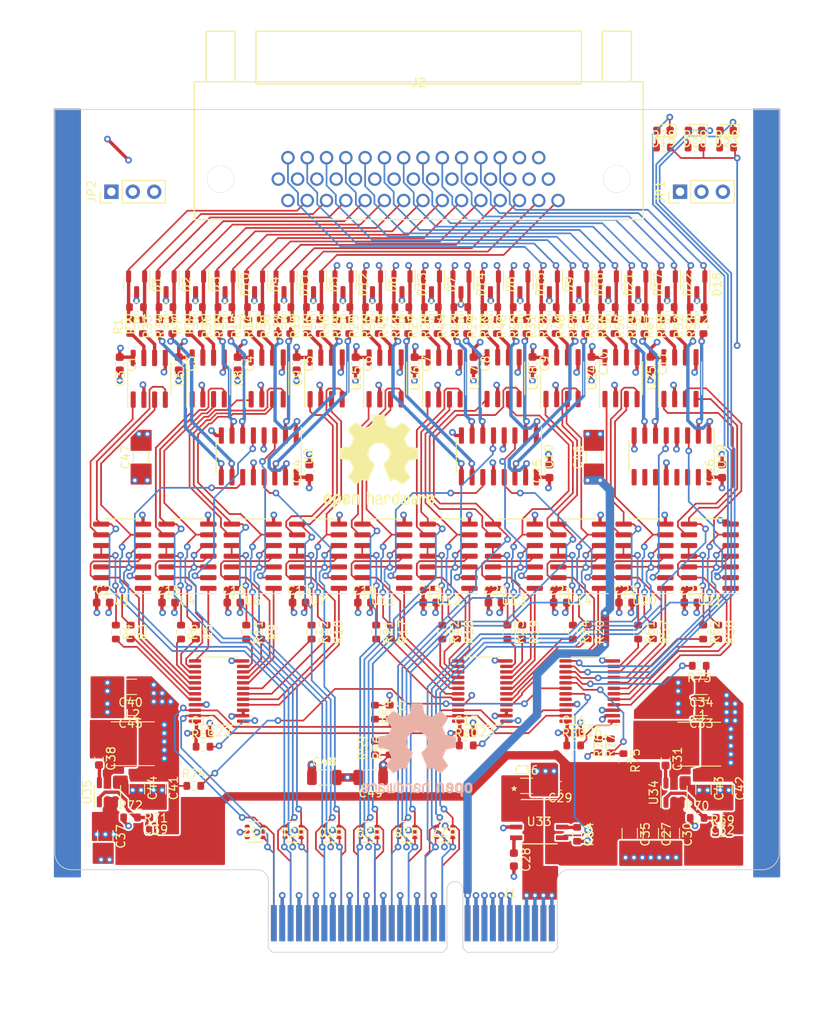
<source format=kicad_pcb>
(kicad_pcb (version 20221018) (generator pcbnew)
  (layers (0 "F.Cu" signal) (1 "In1.Cu" signal) (2 "In2.Cu" signal) (31 "B.Cu" signal) (34 "B.Paste" user) (35 "F.Paste" user) (36 "B.SilkS" user "B.Silkscreen") (37 "F.SilkS" user "F.Silkscreen") (38 "B.Mask" user) (39 "F.Mask" user) (44 "Edge.Cuts" user))
  (net 0 "")
  (net 1 "ENC1TX{slash}RX+")
  (net 2 "ENC1TX{slash}RX-")
  (net 3 "GND")
  (net 4 "ENC1RX+")
  (net 5 "ENC1RX-")
  (net 6 "ENC2TX{slash}RX+")
  (net 7 "ENC2TX{slash}RX-")
  (net 8 "ENC3TX{slash}RX+")
  (net 9 "ENC3TX{slash}RX-")
  (net 10 "ENC4TX{slash}RX+")
  (net 11 "ENC4TX{slash}RX-")
  (net 12 "ENC5TX{slash}RX+")
  (net 13 "ENC5TX{slash}RX-")
  (net 14 "ENC6TX{slash}RX+")
  (net 15 "ENC6TX{slash}RX-")
  (net 16 "ENC7TX{slash}RX+")
  (net 17 "ENC7TX{slash}RX-")
  (net 18 "ENC8TX{slash}RX+")
  (net 19 "ENC8TX{slash}RX-")
  (net 20 "ENC2RX+")
  (net 21 "ENC2RX-")
  (net 22 "ENC3RX+")
  (net 23 "ENC3RX-")
  (net 24 "ENC4RX+")
  (net 25 "ENC4RX-")
  (net 26 "ENC5RX+")
  (net 27 "ENC5RX-")
  (net 28 "ENC6RX+")
  (net 29 "ENC6RX-")
  (net 30 "ENC7RX+")
  (net 31 "ENC7RX-")
  (net 32 "ENC8RX+")
  (net 33 "ENC8RX-")
  (net 34 "ENC9TX{slash}RX+")
  (net 35 "ENC9TX{slash}RX-")
  (net 36 "Net-(U2-1B)")
  (net 37 "Net-(U2-1A)")
  (net 38 "Net-(U2-1Y)")
  (net 39 "+3.3V")
  (net 40 "Net-(U2-2Y)")
  (net 41 "Net-(U2-2A)")
  (net 42 "Net-(U2-2B)")
  (net 43 "Net-(U2-3B)")
  (net 44 "Net-(U2-3A)")
  (net 45 "Net-(U2-3Y)")
  (net 46 "Net-(U2-4Y)")
  (net 47 "Net-(U2-4A)")
  (net 48 "Net-(U2-4B)")
  (net 49 "+5V")
  (net 50 "Net-(U3-RO)")
  (net 51 "Net-(U3-DE)")
  (net 52 "Net-(U3-A)")
  (net 53 "Net-(U3-B)")
  (net 54 "Net-(U5-RO)")
  (net 55 "Net-(U5-DE)")
  (net 56 "Net-(U5-A)")
  (net 57 "Net-(U5-B)")
  (net 58 "Net-(U8-RO)")
  (net 59 "Net-(U8-DE)")
  (net 60 "Net-(U8-A)")
  (net 61 "Net-(U8-B)")
  (net 62 "Net-(U9-RO)")
  (net 63 "Net-(U9-DE)")
  (net 64 "Net-(U9-A)")
  (net 65 "Net-(U9-B)")
  (net 66 "Net-(U10-1B)")
  (net 67 "Net-(U10-1A)")
  (net 68 "Net-(U10-1Y)")
  (net 69 "Net-(U10-2Y)")
  (net 70 "Net-(U10-2A)")
  (net 71 "Net-(U10-2B)")
  (net 72 "Net-(U10-3B)")
  (net 73 "Net-(U10-3A)")
  (net 74 "Net-(U10-3Y)")
  (net 75 "Net-(U10-4Y)")
  (net 76 "Net-(U10-4A)")
  (net 77 "Net-(U10-4B)")
  (net 78 "Net-(U15-RO)")
  (net 79 "Net-(U15-DE)")
  (net 80 "Net-(U15-A)")
  (net 81 "Net-(U15-B)")
  (net 82 "Net-(U16-RO)")
  (net 83 "Net-(U16-DE)")
  (net 84 "Net-(U16-A)")
  (net 85 "Net-(U16-B)")
  (net 86 "Net-(U17-RO)")
  (net 87 "Net-(U17-DE)")
  (net 88 "Net-(U17-A)")
  (net 89 "Net-(U17-B)")
  (net 90 "Net-(U18-RO)")
  (net 91 "Net-(U18-DE)")
  (net 92 "Net-(U18-A)")
  (net 93 "Net-(U18-B)")
  (net 94 "Net-(U19-1B)")
  (net 95 "Net-(U19-1A)")
  (net 96 "Net-(U19-1Y)")
  (net 97 "Net-(U19-2Y)")
  (net 98 "Net-(U19-2A)")
  (net 99 "Net-(U19-2B)")
  (net 106 "Net-(U22-~{INT})")
  (net 107 "CONFIG1_1")
  (net 108 "CONFIG1_2")
  (net 109 "CONFIG1_3")
  (net 110 "CONFIG1_4")
  (net 111 "CONFIG2_1")
  (net 112 "CONFIG2_2")
  (net 113 "CONFIG2_3")
  (net 114 "CONFIG2_4")
  (net 115 "CONFIG3_1")
  (net 116 "CONFIG3_2")
  (net 117 "CONFIG3_3")
  (net 118 "CONFIG3_4")
  (net 119 "CONFIG4_1")
  (net 120 "CONFIG4_2")
  (net 121 "CONFIG4_3")
  (net 122 "CONFIG4_4")
  (net 123 "Net-(U23-~{INT})")
  (net 124 "CONFIG5_1")
  (net 125 "CONFIG5_2")
  (net 126 "CONFIG5_3")
  (net 127 "CONFIG5_4")
  (net 128 "CONFIG6_1")
  (net 129 "CONFIG6_2")
  (net 130 "CONFIG6_3")
  (net 131 "CONFIG6_4")
  (net 132 "CONFIG7_1")
  (net 133 "CONFIG7_2")
  (net 134 "CONFIG7_3")
  (net 135 "CONFIG7_4")
  (net 136 "CONFIG8_1")
  (net 137 "CONFIG8_2")
  (net 138 "CONFIG8_3")
  (net 139 "CONFIG8_4")
  (net 140 "Net-(U24-RO)")
  (net 141 "Net-(U24-DE)")
  (net 142 "Net-(U24-A)")
  (net 143 "Net-(U24-B)")
  (net 144 "Net-(U25-RO)")
  (net 145 "Net-(U25-DE)")
  (net 146 "Net-(U25-A)")
  (net 147 "Net-(U25-B)")
  (net 148 "Net-(U26-~{INT})")
  (net 149 "CONFIG9_1")
  (net 150 "CONFIG9_2")
  (net 151 "CONFIG9_3")
  (net 152 "CONFIG9_4")
  (net 153 "CONFIG10_1")
  (net 154 "CONFIG10_2")
  (net 155 "CONFIG10_3")
  (net 156 "CONFIG10_4")
  (net 158 "+24V")
  (net 159 "1P")
  (net 160 "1N")
  (net 161 "2P")
  (net 162 "2N")
  (net 163 "3P")
  (net 164 "3N")
  (net 165 "4P")
  (net 166 "4N")
  (net 167 "11P")
  (net 168 "6P")
  (net 169 "6N")
  (net 170 "7P")
  (net 171 "7N")
  (net 172 "8P")
  (net 173 "8N")
  (net 174 "9P")
  (net 175 "9N")
  (net 176 "11N")
  (net 177 "ENC9RX+")
  (net 178 "ENC9RX-")
  (net 179 "ENC10TX{slash}RX+")
  (net 180 "ENC10TX{slash}RX-")
  (net 181 "ENC10RX+")
  (net 182 "ENC10RX-")
  (net 184 "Net-(U33-SS)")
  (net 185 "24VFUSED")
  (net 186 "Net-(U34-SW)")
  (net 187 "Net-(U34-BST)")
  (net 188 "5.5V1")
  (net 189 "Net-(U34-FB)")
  (net 190 "Net-(U35-SW)")
  (net 191 "Net-(U35-BST)")
  (net 192 "5.5V2")
  (net 193 "Net-(U35-FB)")
  (net 194 "LED1")
  (net 195 "Net-(D19-A)")
  (net 196 "LED2")
  (net 197 "Net-(D20-A)")
  (net 198 "LED3")
  (net 199 "Net-(D23-A)")
  (net 200 "ENCPOWER1")
  (net 201 "ENCPOWER2")
  (net 202 "Net-(R4-Pad1)")
  (net 203 "Net-(R6-Pad1)")
  (net 204 "Net-(R11-Pad1)")
  (net 205 "Net-(R12-Pad1)")
  (net 206 "Net-(R21-Pad1)")
  (net 207 "Net-(R22-Pad1)")
  (net 208 "Net-(R23-Pad1)")
  (net 209 "Net-(R24-Pad1)")
  (net 210 "Net-(R61-Pad1)")
  (net 211 "Net-(R62-Pad1)")
  (net 212 "Net-(U33-SET)")
  (net 213 "5.5V1_OK")
  (net 214 "5.5V2_OK")
  (net 215 "24VFUSED_OK")
  (net 216 "Net-(R76-Pad2)")
  (net 217 "24V_EN")
  (net 219 "5P")
  (net 220 "5N")
  (net 221 "10P")
  (net 222 "10N")
  (footprint "Capacitor_SMD:C_0603_1608Metric" (layer "F.Cu") (at 138.25 143.551252 180)
    (fp_text reference "C32")
    (fp_text value "100pf")
  )
  (footprint "Resistor_SMD:R_0603_1608Metric" (layer "F.Cu") (at 75.5 139.75)
    (fp_text reference "R74")
    (fp_text value "10K")
  )
  (footprint "Resistor_SMD:R_0603_1608Metric" (layer "F.Cu") (at 91.25 121.5 -90)
    (fp_text reference "R10")
    (fp_text value "10K")
  )
  (footprint "Resistor_SMD:R_0603_1608Metric" (layer "F.Cu") (at 103.7 82.95 180)
    (fp_text reference "R97")
    (fp_text value "120")
  )
  (footprint "Package_TO_SOT_SMD:SOT-23" (layer "F.Cu") (at 128.215 80.25 -90)
    (fp_text reference "D17")
    (fp_text value "SM712_SOT23")
  )
  (footprint "Resistor_SMD:R_0603_1608Metric" (layer "F.Cu") (at 100.965 85.25 90)
    (fp_text reference "R41")
    (fp_text value "10")
  )
  (footprint "Resistor_SMD:R_0603_1608Metric" (layer "F.Cu") (at 137.75 121.5 -90)
    (fp_text reference "R58")
    (fp_text value "10K")
  )
  (footprint "Resistor_SMD:R_0603_1608Metric" (layer "F.Cu") (at 135.5 125.5 180)
    (fp_text reference "R73")
    (fp_text value "10K")
  )
  (footprint "Package_TO_SOT_SMD:SOT-23" (layer "F.Cu") (at 89.715 80.25 -90)
    (fp_text reference "D5")
    (fp_text value "SM712_SOT23")
  )
  (footprint "Resistor_SMD:R_0603_1608Metric" (layer "F.Cu") (at 72.965 85.25 90)
    (fp_text reference "R34")
    (fp_text value "10")
  )
  (footprint "Package_TO_SOT_SMD:SOT-23" (layer "F.Cu") (at 75.715 80.25 -90)
    (fp_text reference "D3")
    (fp_text value "SM712_SOT23")
  )
  (footprint "Capacitor_SMD:C_0603_1608Metric" (layer "F.Cu") (at 103.5 118)
    (fp_text reference "C19")
    (fp_text value ".1uf")
  )
  (footprint "Package_SO:SOIC-8_3.9x4.9mm_P1.27mm" (layer "F.Cu") (at 84.215 91.4025 90)
    (fp_text reference "U8")
    (fp_text value "THVD1420D")
  )
  (footprint "Capacitor_SMD:C_0603_1608Metric" (layer "F.Cu") (at 76.6 133.5)
    (fp_text reference "C12")
    (fp_text value ".1uf")
  )
  (footprint "Resistor_SMD:R_0603_1608Metric" (layer "F.Cu") (at 83.5 121.5 -90)
    (fp_text reference "R9")
    (fp_text value "10K")
  )
  (footprint "Package_SO:SOIC-14_3.9x8.7mm_P1.27mm" (layer "F.Cu") (at 74.75 112.5 180)
    (fp_text reference "U4")
    (fp_text value "74LVC125")
  )
  (footprint "Package_TO_SOT_SMD:SOT-23" (layer "F.Cu") (at 68.715 80.25 -90)
    (fp_text reference "D1")
    (fp_text value "SM712_SOT23")
  )
  (footprint "Resistor_SMD:R_0603_1608Metric" (layer "F.Cu") (at 68.7 82.95 180)
    (fp_text reference "R81")
    (fp_text value "120")
  )
  (footprint "Capacitor_SMD:C_1206_3216Metric" (layer "F.Cu") (at 129.75 145.5 -90)
    (fp_text reference "C27")
    (fp_text value "10uf")
  )
  (footprint "Package_TO_SOT_SMD:SOT-23" (layer "F.Cu") (at 114.215 80.25 -90)
    (fp_text reference "D15")
    (fp_text value "SM712_SOT23")
  )
  (footprint "Inductor_SMD:L_Taiyo-Yuden_MD-5050" (layer "F.Cu") (at 135.5 134.801252)
    (fp_text reference "L1")
    (fp_text value "10uH")
  )
  (footprint "Resistor_SMD:R_0603_1608Metric" (layer "F.Cu") (at 123.965 85.25 90)
    (fp_text reference "R65")
    (fp_text value "10")
  )
  (footprint "Resistor_SMD:R_0603_1608Metric" (layer "F.Cu") (at 85.465 85.25 90)
    (fp_text reference "R38")
    (fp_text value "10")
  )
  (footprint "Capacitor_SMD:C_0603_1608Metric" (layer "F.Cu") (at 120.6 133.45)
    (fp_text reference "C14")
    (fp_text value ".1uf")
  )
  (footprint "Package_TO_SOT_SMD:SOT-23" (layer "F.Cu") (at 121.215 80.25 -90)
    (fp_text reference "D16")
    (fp_text value "SM712_SOT23")
  )
  (footprint "Resistor_SMD:R_0603_1608Metric" (layer "F.Cu") (at 97 135.25 90)
    (fp_text reference "R59")
    (fp_text value "10K")
  )
  (footprint "Resistor_SMD:R_0603_1608Metric" (layer "F.Cu") (at 104.45 85.25 90)
    (fp_text reference "R28")
    (fp_text value "10")
  )
  (footprint "Capacitor_SMD:C_1206_3216Metric" (layer "F.Cu") (at 123 100.75 90)
    (fp_text reference "C46")
    (fp_text value "10uf")
  )
  (footprint "Capacitor_SMD:C_0603_1608Metric" (layer "F.Cu") (at 138.215 102.4025 90)
    (fp_text reference "C26")
    (fp_text value ".1uf")
  )
  (footprint "Package_SO:TSSOP-24_4.4x7.8mm_P0.65mm" (layer "F.Cu") (at 109.75 128.5 180)
    (fp_text reference "U23")
    (fp_text value "TCA9555PWR")
  )
  (footprint "footprints:SOT-363_DIO" (layer "F.Cu") (at 96.29 145.212 180)
    (fp_text reference "U29")
    (fp_text value "D1213A-04S-7" hide)
  )
  (footprint "Capacitor_SMD:C_1206_3216Metric" (layer "F.Cu") (at 68 130.5 180)
    (fp_text reference "C45")
    (fp_text value "10uf")
  )
  (footprint "Capacitor_SMD:C_1206_3216Metric" (layer "F.Cu") (at 136 140.051252 -90)
    (fp_text reference "C43")
    (fp_text value "10uf")
  )
  (footprint "Resistor_SMD:R_0603_1608Metric" (layer "F.Cu") (at 136 85.25 90)
    (fp_text reference "R51")
    (fp_text value "10")
  )
  (footprint "LED_SMD:LED_0603_1608Metric" (layer "F.Cu") (at 138.75 62 180)
    (fp_text reference "D23")
    (fp_text value "LED")
  )
  (footprint "Capacitor_SMD:C_0603_1608Metric" (layer "F.Cu") (at 131.5 136.551252 -90)
    (fp_text reference "C31")
    (fp_text value ".1uf")
  )
  (footprint "Resistor_SMD:R_0603_1608Metric" (layer "F.Cu") (at 122 85.25 90)
    (fp_text reference "R47")
    (fp_text value "10")
  )
  (footprint "Resistor_SMD:R_0603_1608Metric" (layer "F.Cu") (at 122.25 121.5 -90)
    (fp_text reference "R20")
    (fp_text value "10K")
  )
  (footprint "Resistor_SMD:R_0603_1608Metric" (layer "F.Cu") (at 86.2 82.95 180)
    (fp_text reference "R83")
    (fp_text value "120")
  )
  (footprint "Resistor_SMD:R_0603_1608Metric" (layer "F.Cu") (at 66.25 121.5 -90)
    (fp_text reference "R4")
    (fp_text value "10K")
  )
  (footprint "Package_SO:SOIC-14_3.9x8.7mm_P1.27mm" (layer "F.Cu") (at 136.75 112.5 180)
    (fp_text reference "U21")
    (fp_text value "74LVC125")
  )
  (footprint "Resistor_SMD:R_0603_1608Metric" (layer "F.Cu") (at 95.965 85.25 90)
    (fp_text reference "R25")
    (fp_text value "10")
  )
  (footprint "Package_SO:SOIC-8_3.9x4.9mm_P1.27mm" (layer "F.Cu") (at 119.215 91.3775 90)
    (fp_text reference "U18")
    (fp_text value "THVD1420D")
  )
  (footprint "Package_TO_SOT_SMD:SOT-23" (layer "F.Cu") (at 72.215 80.25 -90)
    (fp_text reference "D2")
    (fp_text value "SM712_SOT23")
  )
  (footprint "Resistor_SMD:R_0603_1608Metric" (layer "F.Cu") (at 99.465 85.25 90)
    (fp_text reference "R42")
    (fp_text value "10")
  )
  (footprint "Resistor_SMD:R_0603_1608Metric" (layer "F.Cu") (at 68 143.5)
    (fp_text reference "R72")
    (fp_text value "30.1k")
  )
  (footprint "footprints:SOT-363_DIO" (layer "F.Cu") (at 100.79 145.212 180)
    (fp_text reference "U28")
    (fp_text value "D1213A-04S-7" hide)
  )
  (footprint "Package_SO:TSSOP-24_4.4x7.8mm_P0.65mm" (layer "F.Cu") (at 122.5 128.5 180)
    (fp_text reference "U26")
    (fp_text value "TCA9555PWR")
  )
  (footprint "Capacitor_SMD:C_0603_1608Metric" (layer "F.Cu") (at 134.5 118)
    (fp_text reference "C23")
    (fp_text value ".1uf")
  )
  (footprint "Capacitor_SMD:C_0603_1608Metric" (layer "F.Cu") (at 129.715 89.6275 -90)
    (fp_text reference "C11")
    (fp_text value ".1uf")
  )
  (footprint "Capacitor_SMD:C_0603_1608Metric" (layer "F.Cu") (at 119 118)
    (fp_text reference "C21")
    (fp_text value ".1uf")
  )
  (footprint "Resistor_SMD:R_0603_1608Metric" (layer "F.Cu") (at 93.2 82.95 180)
    (fp_text reference "R86")
    (fp_text value "120")
  )
  (footprint "Resistor_SMD:R_0603_1608Metric" (layer "F.Cu") (at 121.25 82.95 180)
    (fp_text reference "R90")
    (fp_text value "120")
  )
  (footprint "Package_TO_SOT_SMD:SOT-23" (layer "F.Cu") (at 79.215 80.25 -90)
    (fp_text reference "D10")
    (fp_text value "SM712_SOT23")
  )
  (footprint "Capacitor_SMD:C_1206_3216Metric" (layer "F.Cu") (at 132.25 145.5 -90)
    (fp_text reference "C30")
    (fp_text value "10uf")
  )
  (footprint "Resistor_SMD:R_0603_1608Metric" (layer "F.Cu") (at 116.965 85.25 90)
    (fp_text reference "R31")
    (fp_text value "10")
  )
  (footprint "Capacitor_SMD:C_0603_1608Metric" (layer "F.Cu") (at 107.85 133.45)
    (fp_text reference "C13")
    (fp_text value ".1uf")
  )
  (footprint "Package_TO_SOT_SMD:SOT-23" (layer "F.Cu") (at 96.715 80.25 -90)
    (fp_text reference "D6")
    (fp_text value "SM712_SOT23")
  )
  (footprint "Resistor_SMD:R_0603_1608Metric" (layer "F.Cu") (at 81.73 121.5 -90)
    (fp_text reference "R11")
    (fp_text value "10K")
  )
  (footprint "Capacitor_SMD:C_0603_1608Metric" (layer "F.Cu") (at 113.5 148.5 -90)
    (fp_text reference "C28")
    (fp_text value ".1uf")
  )
  (footprint "Package_TO_SOT_SMD:TSOT-23-6" (layer "F.Cu") (at 65.25 140.5 90)
    (fp_text reference "U35")
    (fp_text value "AP63201WU")
  )
  (footprint "Capacitor_SMD:C_0603_1608Metric" (layer "F.Cu") (at 80.715 89.6525 -90)
    (fp_text reference "C4")
    (fp_text value ".1uf")
  )
  (footprint "Capacitor_SMD:C_0603_1608Metric" (layer "F.Cu") (at 64.25 136.5 -90)
    (fp_text reference "C38")
    (fp_text value ".1uf")
  )
  (footprint "footprints:SOT-363_DIO" (layer "F.Cu") (at 87.29 145.212 180)
    (fp_text reference "U31")
    (fp_text value "D1213A-04S-7" hide)
  )
  (footprint "Resistor_SMD:R_0603_1608Metric" (layer "F.Cu") (at 78.465 85.25 90)
    (fp_text reference "R36")
    (fp_text value "10")
  )
  (footprint "Package_SO:SOIC-8_3.9x4.9mm_P1.27mm" (layer "F.Cu") (at 105.215 91.4025 90)
    (fp_text reference "U16")
    (fp_text value "THVD1420D")
  )
  (footprint "footprints:SOT-363_DIO" (layer "F.Cu") (at 91.79 145.212 180)
    (fp_text reference "U30")
    (fp_text value "D1213A-04S-7" hide)
  )
  (footprint "Resistor_SMD:R_0603_1608Metric" (layer "F.Cu") (at 81.965 85.25 90)
    (fp_text reference "R13")
    (fp_text value "10")
  )
  (footprint "Resistor_SMD:R_0603_1608Metric" (layer "F.Cu") (at 89.48 121.5 -90)
    (fp_text reference "R12")
    (fp_text value "10K")
  )
  (footprint "Resistor_SMD:R_0603_1608Metric" (layer "F.Cu") (at 79.2 82.95 180)
    (fp_text reference "R84")
    (fp_text value "120")
  )
  (footprint "Package_TO_SOT_SMD:SOT-23" (layer "F.Cu") (at 103.715 80.25 -90)
    (fp_text reference "D7")
    (fp_text value "SM712_SOT23")
  )
  (footprint "Resistor_SMD:R_0603_1608Metric" (layer "F.Cu") (at 130.965 85.25 90)
    (fp_text reference "R67")
    (fp_text value "10")
  )
  (footprint "Resistor_SMD:R_0603_1608Metric" (layer "F.Cu") (at 127.5 85.25 90)
    (fp_text reference "R50")
    (fp_text value "10")
  )
  (footprint "Package_TO_SOT_SMD:SOT-23" (layer "F.Cu") (at 100.215 80.25 -90)
    (fp_text reference "D13")
    (fp_text value "SM712_SOT23")
  )
  (footprint "Symbol:OSHW-Logo2_14.6x12mm_SilkScreen" (layer "F.Cu") (at 97.5 101.25)
    (fp_text reference "REF**" hide)
    (fp_text value "OSHW-Logo2_14.6x12mm_SilkScreen" hide)
  )
  (footprint "Resistor_SMD:R_0603_1608Metric" (layer "F.Cu") (at 138.25 145.25)
    (fp_text reference "R69")
    (fp_text value "158K")
  )
  (footprint "Resistor_SMD:R_0603_1608Metric" (layer "F.Cu") (at 130 121.5 -90)
    (fp_text reference "R57")
    (fp_text value "10K")
  )
  (footprint "Resistor_SMD:R_0603_1608Metric" (layer "F.Cu") (at 118.465 85.25 90)
    (fp_text reference "R32")
    (fp_text value "10")
  )
  (footprint "Package_TO_SOT_SMD:SOT-23" (layer "F.Cu") (at 131.715 80.25 -90)
    (fp_text reference "D22")
    (fp_text value "SM712_SOT23")
  )
  (footprint "Resistor_SMD:R_0603_1608Metric" (layer "F.Cu") (at 69.465 85.25 90)
    (fp_text reference "R2")
    (fp_text value "10")
  )
  (footprint "Package_SO:SOIC-14_3.9x8.7mm_P1.27mm" (layer "F.Cu") (at 98 112.5 180)
    (fp_text reference "U11")
    (fp_text value "74LVC125")
  )
  (footprint "Resistor_SMD:R_0603_1608Metric" (layer "F.Cu") (at 86.965 85.25 90)
    (fp_text reference "R37")
    (fp_text value "10")
  )
  (footprint "Package_SO:SOIC-8_3.9x4.9mm_P1.27mm" (layer "F.Cu") (at 98.215 91.4025 90)
    (fp_text reference "U15")
    (fp_text value "THVD1420D")
  )
  (footprint "footprints:SOT-363_DIO" (layer "F.Cu") (at 105.29 145.212 180)
    (fp_text reference "U27")
    (fp_text value "D1213A-04S-7" hide)
  )
  (footprint "Resistor_SMD:R_0603_1608Metric" (layer "F.Cu") (at 131.25 64)
    (fp_text reference "R78")
    (fp_text value "10k")
  )
  (footprint "Resistor_SMD:R_0603_1608Metric" (layer "F.Cu") (at 106.465 85.25 90)
    (fp_text reference "R44")
    (fp_text value "10")
  )
  (footprint "footprints:AOZ1360AIL_AOS" (layer "F.Cu") (at 116.5 144)
    (fp_text reference "U33")
    (fp_text value "AOZ1360AIL")
  )
  (footprint "Resistor_SMD:R_0603_1608Metric" (layer "F.Cu") (at 107.2 82.95 180)
    (fp_text reference "R88")
    (fp_text value "120")
  )
  (footprint "Resistor_SMD:R_0603_1608Metric" (layer "F.Cu") (at 135 64)
    (fp_text reference "R79")
    (fp_text value "10k")
  )
  (footprint "Capacitor_SMD:C_1206_3216Metric" (layer "F.Cu") (at 127.25 145.5 -90)
    (fp_text reference "C35")
    (fp_text value "10uf")
  )
  (footprint "Package_SO:SOIC-14_3.9x8.7mm_P1.27mm" (layer "F.Cu") (at 82.5 112.5 180)
    (fp_text reference "U6")
    (fp_text value "74LVC125")
  )
  (footprint "Connector_PinHeader_2.54mm:PinHeader_1x03_P2.54mm_Vertical" (layer "F.Cu") (at 65.725 69.25 90)
    (fp_text reference "JP2")
    (fp_text value "Jumper_3_Bridged12")
  )
  (footprint "Resistor_SMD:R_0603_1608Metric" (layer "F.Cu") (at 88.965 85.25 90)
    (fp_text reference "R15")
    (fp_text value "10")
  )
  (footprint "Capacitor_SMD:C_0603_1608Metric" (layer "F.Cu") (at 119 139.75 180)
    (fp_text reference "C29")
    (fp_text value ".1uf")
  )
  (footprint "Resistor_SMD:R_0603_1608Metric" (layer "F.Cu") (at 135.25 82.95 180)
    (fp_text reference "R92")
    (fp_text value "120")
  )
  (footprint "Resistor_SMD:R_0603_1608Metric" (layer "F.Cu") (at 124.7 82.95 180)
    (fp_text reference "R94")
    (fp_text value "120")
  )
  (footprint "Package_TO_SOT_SMD:SOT-23" (layer "F.Cu") (at 107.215 80.25 -90)
    (fp_text reference "D14")
    (fp_text value "SM712_SOT23")
  )
  (footprint "Resistor_SMD:R_0603_1608Metric" (layer "F.Cu") (at 107.85 134.95)
    (fp_text reference "R60")
    (fp_text value "10K")
  )
  (footprint "Resistor_SMD:R_0603_1608Metric" (layer "F.Cu") (at 114.25 82.95 180)
    (fp_text reference "R87")
    (fp_text value "120")
  )
  (footprint "Resistor_SMD:R_0603_1608Metric" (layer "F.Cu") (at 120.6 134.95)
    (fp_text reference "R63")
    (fp_text value "10K")
  )
  (footprint "Resistor_SMD:R_0603_1608Metric" (layer "F.Cu") (at 97.155 121.5 -90)
    (fp_text reference "R21")
    (fp_text value "10K")
  )
  (footprint "Resistor_SMD:R_0603_1608Metric" (layer "F.Cu") (at 132.465 85.25 90)
    (fp_text reference "R68")
    (fp_text value "10")
  )
  (footprint "Connector_PinHeader_2.54mm:PinHeader_1x03_P2.54mm_Vertical" (layer "F.Cu") (at 133.225 69.25 90)
    (fp_text reference "JP1")
    (fp_text value "Jumper_3_Bridged12")
  )
  (footprint "Resistor_SMD:R_0603_1608Metric" (layer "F.Cu") (at 92.465 85.25 90)
    (fp_text reference "R40")
    (fp_text value "10")
  )
  (footprint "Resistor_SMD:R_0603_1608Metric" (layer "F.Cu") (at 126.5 136.75 -90)
    (fp_text reference "R75")
    (fp_text value "158K")
  )
  (footprint "Package_SO:SOIC-8_3.9x4.9mm_P1.27mm" (layer "F.Cu") (at 112.215 91.3775 90)
    (fp_text reference "U17")
    (fp_text value "THVD1420D")
  )
  (footprint "Resistor_SMD:R_0603_1608Metric" (layer "F.Cu") (at 73.99 121.5 -90)
    (fp_text reference "R6")
    (fp_text value "10K")
  )
  (footprint "Capacitor_SMD:C_1206_3216Metric" (layer "F.Cu") (at 135.75 130.5 180)
    (fp_text reference "C33")
    (fp_text value "10uf")
  )
  (footprint "Package_SO:SOIC-8_3.9x4.9mm_P1.27mm" (layer "F.Cu") (at 126.215 91.3775 90)
    (fp_text reference "U24")
    (fp_text value "THVD1420D")
  )
  (footprint "Resistor_SMD:R_0603_1608Metric" (layer "F.Cu") (at 98.75 135.25 90)
    (fp_text reference "R56")
    (fp_text value "10K")
  )
  (footprint "Capacitor_SMD:C_0603_1608Metric" (layer "F.Cu") (at 72.5 118)
    (fp_text reference "C15")
    (fp_text value ".1uf")
  )
  (footprint "Resistor_SMD:R_0603_1608Metric" (layer "F.Cu") (at 105 121.5 -90)
    (fp_text reference "R22")
    (fp_text value "10K")
  )
  (footprint "Resistor_SMD:R_0603_1608Metric" (layer "F.Cu") (at 129 85.25 90)
    (fp_text reference "R49")
    (fp_text value "10")
  )
  (footprint "Resistor_SMD:R_0603_1608Metric" (layer "F.Cu") (at 120.5 85.25 90)
    (fp_text reference "R48")
    (fp_text value "10")
  )
  (footprint "Capacitor_SMD:C_1206_3216Metric" (layer "F.Cu") (at 65 145.75 -90)
    (fp_text reference "C37")
    (fp_text value "10uf")
  )
  (footprint "Resistor_SMD:R_0603_1608Metric" (layer "F.Cu") (at 72.2 82.95 180)
    (fp_text reference "R85")
    (fp_text value "120")
  )
  (footprint "Resistor_SMD:R_0603_1608Metric" (layer "F.Cu") (at 89.7 82.95 180)
    (fp_text reference "R99")
    (fp_text value "120")
  )
  (footprint "Resistor_SMD:R_0603_1608Metric" (layer "F.Cu") (at 102.965 85.25 90)
    (fp_text reference "R27")
    (fp_text value "10")
  )
  (footprint "Capacitor_SMD:C_0603_1608Metric" (layer "F.Cu") (at 122.715 89.6275 -90)
    (fp_text reference "C10")
    (fp_text value ".1uf")
  )
  (footprint "Resistor_SMD:R_0603_1608Metric" (layer "F.Cu") (at 128.25 82.95 180)
    (fp_text reference "R91")
    (fp_text value "120")
  )
  (footprint "Resistor_SMD:R_0603_1608Metric" (layer "F.Cu") (at 75.7 82.95 180)
    (fp_text reference "R82")
    (fp_text value "120")
  )
  (footprint "Resistor_SMD:R_0603_1608Metric" (layer "F.Cu") (at 97 131 -90)
    (fp_text reference "R54")
    (fp_text value "10K")
  )
  (footprint "footprints:SOT-363_DIO" (layer "F.Cu") (at 82.79 145.212 180)
    (fp_text reference "U32")
    (fp_text value "D1213A-04S-7" hide)
  )
  (footprint "Package_SO:SOIC-14_3.9x8.7mm_P1.27mm" (layer "F.Cu") (at 129 112.5 180)
    (fp_text reference "U20")
    (fp_text value "74LVC125")
  )
  (footprint "Package_SO:SOIC-14_3.9x8.7mm_P1.27mm" (layer "F.Cu") (at 113.5 112.5 180)
    (fp_text reference "U13")
    (fp_text value "74LVC125")
  )
  (footprint "Package_TO_SOT_SMD:SOT-23" (layer "F.Cu") (at 82.715 80.25 -90)
    (fp_text reference "D4")
    (fp_text value "SM712_SOT23")
  )
  (footprint "Capacitor_SMD:C_0603_1608Metric" (layer "F.Cu") (at 87.715 89.6525 -90)
    (fp_text reference "C5")
    (fp_text value ".1uf")
  )
  (footprint "Capacitor_SMD:C_0603_1608Metric" (layer "F.Cu") (at 64.75 118)
    (fp_text reference "C2")
    (fp_text value ".1uf")
  )
  (footprint "Resistor_SMD:R_0603_1608Metric" (layer "F.Cu") (at 71 145)
    (fp_text reference "R71")
    (fp_text value "158K")
  )
  (footprint "Capacitor_SMD:C_1206_3216Metric" (layer "F.Cu") (at 91 138.75)
    (fp_text reference "C48")
    (fp_text value "10uf")
  )
  (footprint "Capacitor_SMD:C_0603_1608Metric" (layer "F.Cu") (at 94.715 89.6525 -90)
    (fp_text reference "C6")
    (fp_text value ".1uf")
  )
  (footprint "Package_SO:SOIC-14_3.9x8.7mm_P1.27mm" (layer "F.Cu") (at 105.75 112.5 180)
    (fp_text reference "U12")
    (fp_text value "74LVC125")
  )
  (footprint "Package_TO_SOT_SMD:SOT-23" (layer "F.Cu") (at 117.715 80.25 -90)
    (fp_text reference "D9")
    (fp_text value "SM712_SOT23")
  )
  (footprint "Resistor_SMD:R_0603_1608Metric" (layer "F.Cu") (at 110 85.25 90)
    (fp_text reference "R29")
    (fp_text value "10")
  )
  (footprint "Capacitor_SMD:C_0603_1608Metric" (layer "F.Cu") (at 126.75 118)
    (fp_text reference "C22")
    (fp_text value ".1uf")
  )
  (footprint "Package_SO:SOIC-14_3.9x8.7mm_P1.27mm" (layer "F.Cu") (at 90.25 112.5 180)
    (fp_text reference "U7")
    (fp_text value "74LVC125")
  )
  (footprint "Resistor_SMD:R_0603_1608Metric" (layer "F.Cu") (at 125 135 90)
    (fp_text reference "R76")
    (fp_text value "10K")
  )
  (footprint "Resistor_SMD:R_0603_1608Metric" (layer "F.Cu") (at 131.7 82.95 180)
    (fp_text reference "R93")
    (fp_text value "120")
  )
  (footprint "footprints:CONN_L77HDB44SD1CH4F_AMP" (layer "F.Cu") (at 86.68 70.292)
    (fp_text reference "J2")
    (fp_text value "L77HDB44SD1CH4F")
  )
  (footprint "Resistor_SMD:R_0603_1608Metric" (layer "F.Cu") (at 67.965 85.25 90)
    (fp_text reference "R1")
    (fp_text value "10")
  )
  (footprint "Resistor_SMD:R_0603_1608Metric" (layer "F.Cu") (at 74.965 85.25 90)
    (fp_text reference "R7")
    (fp_text value "10")
  )
  (footprint "Capacitor_SMD:C_0603_1608Metric" (layer "F.Cu") (at 101.715 89.6525 -90)
    (fp_text reference "C7")
    (fp_text value ".1uf")
  )
  (footprint "Capacitor_SMD:C_0603_1608Metric" (layer "F.Cu") (at 71 143.5 180)
    (fp_text reference "C39")
    (fp_text value "100pf")
  )
  (footprint "Resistor_SMD:R_0603_1608Metric" (layer "F.Cu") (at 93.965 85.25 90)
    (fp_text reference "R39")
    (fp_text value "10")
  )
  (footprint "Package_SO:SOIC-16_3.9x9.9mm_P1.27mm" (layer "F.Cu") (at 111.715 100.6525 -90)
    (fp_text reference "U10")
    (fp_text value "AM26LV32xD")
  )
  (footprint "Resistor_SMD:R_0603_1608Metric" (layer "F.Cu") (at 120.5 121.5 -90)
    (fp_text reference "R24")
    (fp_text value "10K")
  )
  (footprint "Capacitor_SMD:C_1206_3216Metric" (layer "F.Cu") (at 135.75 128 180)
    (fp_text reference "C34")
    (fp_text value "10uf")
  )
  (footprint "Resistor_SMD:R_0603_1608Metric" (layer "F.Cu") (at 111.5 85.25 90)
    (fp_text reference "R30")
    (fp_text value "10")
  )
  (footprint "Resistor_SMD:R_0603_1608Metric" (layer "F.Cu") (at 135.96 121.5 -90)
    (fp_text reference "R62")
    (fp_text value "10K")
  )
  (footprint "Package_TO_SOT_SMD:TSOT-23-6" (layer "F.Cu") (at 132.5 140.551252 90)
    (fp_text reference "U34")
    (fp_text value "AP63201WU")
  )
  (footprint "Resistor_SMD:R_0603_1608Metric" (layer "F.Cu") (at 76.465 85.25 90)
    (fp_text reference "R8")
    (fp_text value "10")
  )
  (footprint "Resistor_SMD:R_0603_1608Metric" (layer "F.Cu") (at 135.25 143.551252)
    (fp_text reference "R70")
    (fp_text value "30.1k")
  )
  (footprint "Resistor_SMD:R_0603_1608Metric" (layer "F.Cu") (at 121 145.5 -90)
    (fp_text reference "R64")
    (fp_text value "100k")
  )
  (footprint "Package_TO_SOT_SMD:SOT-23" (layer "F.Cu") (at 86.215 80.25 -90)
    (fp_text reference "D11")
    (fp_text value "SM712_SOT23")
  )
  (footprint "Capacitor_SMD:C_0603_1608Metric" (layer "F.Cu") (at 66.715 89.6525 -90)
    (fp_text reference "C1")
    (fp_text value ".1uf")
  )
  (footprint "Resistor_SMD:R_0603_1608Metric" (layer "F.Cu") (at 97.465 85.25 90)
    (fp_text reference "R26")
    (fp_text value "10")
  )
  (footprint "Capacitor_SMD:C_1206_3216Metric" (layer "F.Cu") (at 69.25 100.75 90)
    (fp_text reference "C47")
    (fp_text value "10uf")
  )
  (footprint "Resistor_SMD:R_0603_1608Metric" (layer "F.Cu") (at 71.465 85.25 90)
    (fp_text reference "R33")
    (fp_text value "10")
  )
  (footprint "Resistor_SMD:R_0603_1608Metric" (layer "F.Cu") (at 82.7 82.95 180)
    (fp_text reference "R100")
    (fp_text value "120")
  )
  (footprint "Package_SO:SOIC-8_3.9x4.9mm_P1.27mm" (layer "F.Cu") (at 91.215 91.4025 90)
    (fp_text reference "U9")
    (fp_text value "THVD1420D")
  )
  (footprint "Capacitor_SMD:C_0603_1608Metric" (layer "F.Cu") (at 88 118)
    (fp_text reference "C17")
    (fp_text value ".1uf")
  )
  (footprint "Package_SO:SOIC-14_3.9x8.7mm_P1.27mm" (layer "F.Cu") (at 121.25 112.5 180)
    (fp_text reference "U14")
    (fp_text value "74LVC125")
  )
  (footprint "Resistor_SMD:R_0603_1608Metric" (layer "F.Cu") (at 68 121.5 -90)
    (fp_text reference "R3")
    (fp_text value "10K")
  )
  (footprint "LED_SMD:LED_0603_1608Metric" (layer "F.Cu") (at 135 62 180)
    (fp_text reference "D20")
    (fp_text value "LED")
  )
  (footprint "Capacitor_SMD:C_0603_1608Metric" (layer "F.Cu") (at 95.75 118)
    (fp_text reference "C18")
    (fp_text value ".1uf")
  )
  (footprint "Capacitor_SMD:C_0603_1608Metric" (layer "F.Cu") (at 117.715 102.4025 90)
    (fp_text reference "C25")
    (fp_text value ".1uf")
  )
  (footprint "Resistor_SMD:R_0603_1608Metric" (layer "F.Cu") (at 96.7 82.95 180)
    (fp_text reference "R98")
    (fp_text value "120")
  )
  (footprint "Capacitor_SMD:C_0603_1608Metric" (layer "F.Cu") (at 80.25 118)
    (fp_text reference "C16")
    (fp_text value ".1uf")
  )
  (footprint "Capacitor_SMD:C_0603_1608Metric" (layer "F.Cu") (at 73.715 89.6525 -90)
    (fp_text reference "C3")
    (fp_text value ".1uf")
  )
  (footprint "Resistor_SMD:R_0603_1608Metric" (layer "F.Cu") (at 100.2 82.95 180)
    (fp_text reference "R89")
    (fp_text value "120")
  )
  (footprint "LED_SMD:LED_0603_1608Metric" (layer "F.Cu") (at 131.25 62 180)
    (fp_text reference "D19")
    (fp_text value "LED")
  )
  (footprint "Package_SO:SOIC-16_3.9x9.9mm_P1.27mm" (layer "F.Cu") (at 132.215 100.6525 -90)
    (fp_text reference "U19")
    (fp_text value "AM26LV32xD")
  )
  (footprint "Resistor_SMD:R_0603_1608Metric" (layer "F.Cu") (at 110.75 82.95 180)
    (fp_text reference "R96")
    (fp_text value "120")
  )
  (footprint "Capacitor_SMD:C_0603_1608Metric" (layer "F.Cu") (at 89.215 102.4025 90)
    (fp_text reference "C24")
    (fp_text value ".1uf")
  )
  (footprint "Capacitor_SMD:C_1206_3216Metric" (layer "F.Cu") (at 68 128 180)
    (fp_text reference "C40")
    (fp_text value "10uf")
  )
  (footprint "Resistor_SMD:R_0603_1608Metric" (layer "F.Cu") (at 106.75 121.5 -90)
    (fp_text reference "R18")
    (fp_text value "10K")
  )
  (footprint "Resistor_SMD:R_0603_1608Metric" (layer "F.Cu") (at 79.965 85.25 90)
    (fp_text reference "R35")
    (fp_text value "10")
  )
  (footprint "Package_TO_SOT_SMD:SOT-23" (layer "F.Cu") (at 124.715 80.25 -90)
    (fp_text reference "D21")
    (fp_text value "SM712_SOT23")
  )
  (footprint "Capacitor_SMD:C_0603_1608Metric" (layer "F.Cu") (at 111.25 118)
    (fp_text reference "C20")
    (fp_text value ".1uf")
  )
  (footprint "Resistor_SMD:R_0603_1608Metric" (layer "F.Cu") (at 76.6 135.1)
    (fp_text reference "R53")
    (fp_text value "10K")
  )
  (footprint "Resistor_SMD:R_0603_1608Metric" (layer "F.Cu") (at 138.75 64)
    (fp_text reference "R80")
    (fp_text value "10k")
  )
  (footprint "Package_SO:SOIC-8_3.9x4.9mm_P1.27mm" (layer "F.Cu") (at 133.215 91.3775 90)
    (fp_text reference "U25")
    (fp_text value "THVD1420D")
  )
  (footprint "Resistor_SMD:R_0603_1608Metric" (layer "F.Cu") (at 114.48 121.5 -90)
    (fp_text reference "R19")
    (fp_text value "10K")
  )
  (footprint "Resistor_SMD:R_0603_1608Metric" (layer "F.Cu") (at 98.905 121.5 -90)
    (fp_text reference "R17")
    (fp_text value "10K")
  )
  (footprint "Capacitor_SMD:C_1206_3216Metric" (layer "F.Cu") (at 71.25 140 -90)
    (fp_text reference "C41")
    (fp_text value "10uf")
  )
  (footprint "Package_SO:SOIC-8_3.9x4.9mm_P1.27mm" (layer "F.Cu") (at 77.215 91.4025 90)
    (fp_text reference "U5")
    (fp_text value "THVD1420D")
  )
  (footprint "Resistor_SMD:R_0603_1608Metric" (layer "F.Cu") (at 125.465 85.25 90)
    (fp_text reference "R66")
    (fp_text value "10")
  )
  (footprint "Package_SO:SOIC-8_3.9x4.9mm_P1.27mm" (layer "F.Cu") (at 70.215 91.4425 90)
    (fp_text reference "U3")
    (fp_text value "THVD1420D")
  )
  (footprint "Capacitor_SMD:C_1206_3216Metric" (layer "F.Cu") (at 96.5 138.75 180)
    (fp_text reference "C49")
    (fp_text value "10uf")
  )
  (footprint "Package_SO:SOIC-14_3.9x8.7mm_P1.27mm" (layer "F.Cu") (at 67 112.5 180)
    (fp_text reference "U1")
    (fp_text value "74LVC125")
  )
  (footprint "Resistor_SMD:R_0603_1608Metric" (layer "F.Cu") (at 113.5 85.25 90)
    (fp_text reference "R46")
    (fp_text value "10")
  )
  (footprint "Capacitor_SMD:C_1206_3216Metric" (layer "F.Cu") (at 68.75 140 -90)
    (fp_text reference "C44")
    (fp_text value "10uf")
  )
  (footprint "Inductor_SMD:L_Taiyo-Yuden_MD-5050" (layer "F.Cu") (at 68.25 134.75)
    (fp_text reference "L2")
    (fp_text value "10uH")
  )
  (footprint "Resistor_SMD:R_0603_1608Metric" (layer "F.Cu") (at 112.73 121.5 -90)
    (fp_text reference "R23")
    (fp_text value "10K")
  )
  (footprint "Capacitor_SMD:C_0603_1608Metric" (layer "F.Cu") (at 108.715 89.6525 -90)
    (fp_text reference "C8")
    (fp_text value ".1uf")
  )
  (footprint "Resistor_SMD:R_0603_1608Metric" (layer "F.Cu") (at 128.25 121.5 -90)
    (fp_text reference "R61")
    (fp_text value "10K")
  )
  (footprint "Resistor_SMD:R_0603_1608Metric" (layer "F.Cu") (at 83.465 85.25 90)
    (fp_text reference "R14")
    (fp_text value "10")
  )
  (footprint "Resistor_SMD:R_0603_1608Metric" (layer "F.Cu") (at 123.5 135 -90)
    (fp_text reference "R77")
    (fp_text value "10K")
  )
  (footprint "Capacitor_SMD:C_0603_1608Metric" (layer "F.Cu") (at 115.715 89.6275 -90)
    (fp_text reference "C9")
    (fp_text value ".1uf")
  )
  (footprint "Resistor_SMD:R_0603_1608Metric" (layer "F.Cu") (at 98.75 131 -90)
    (fp_text reference "R55")
    (fp_text value "10K")
  )
  (footprint "Resistor_SMD:R_0603_1608Metric" (layer "F.Cu") (at 115 85.25 90)
    (fp_text reference "R45")
    (fp_text value "10")
  )
  (footprint "Package_SO:SOIC-16_3.9x9.9mm_P1.27mm" (layer "F.Cu") (at 83.215 100.6525 -90)
    (fp_text reference "U2")
    (fp_text value "AM26LV32xD")
  )
  (footprint "footprints:64pin card" (layer "F.Cu") (at 86 159.5)
    (fp_text reference "J1")
    (fp_text value "Motion Controller Interface")
    (fp_line (start -27 -11.8) (end -27 -100) (stroke (width 0.1)) (layer "Edge.Cuts"))
    (fp_line (start -3 -9.802352) (end -25 -9.802352) (stroke (width 0.1)) (layer "Edge.Cuts"))
    (fp_line (start -1.65 -0.5) (end -1.15 0) (stroke (width 0.1)) (layer "Edge.Cuts"))
    (fp_line (start -1.647648 -8.450133) (end -1.65 -0.5) (stroke (width 0.1)) (layer "Edge.Cuts"))
    (fp_line (start 19.05 0) (end -1.15 0) (stroke (width 0.1)) (layer "Edge.Cuts"))
    (fp_line (start 19.55 -7.45) (end 19.55 -0.5) (stroke (width 0.1)) (layer "Edge.Cuts"))
    (fp_line (start 19.55 -0.5) (end 19.05 0) (stroke (width 0.1)) (layer "Edge.Cuts"))
    (fp_line (start 21.45 -7.45) (end 21.45 -0.5) (stroke (width 0.1)) (layer "Edge.Cuts"))
    (fp_line (start 21.45 -0.5) (end 21.95 0) (stroke (width 0.1)) (layer "Edge.Cuts"))
    (fp_line (start 32.15 0) (end 21.95 0) (stroke (width 0.1)) (layer "Edge.Cuts"))
    (fp_line (start 32.65 -8.5) (end 32.65 -0.5) (stroke (width 0.1)) (layer "Edge.Cuts"))
    (fp_line (start 32.65 -0.5) (end 32.15 0) (stroke (width 0.1)) (layer "Edge.Cuts"))
    (fp_line (start 33.999933 -9.8) (end 56.985786 -9.8) (stroke (width 0.1)) (layer "Edge.Cuts"))
    (fp_line (start 59 -100) (end 59 -11.814214) (stroke (width 0.1)) (layer "Edge.Cuts"))
    (fp_arc (start -25 -9.8) (mid -26.414214 -10.385786) (end -27 -11.8) (stroke (width 0.1)) (layer "Edge.Cuts"))
    (fp_arc (start -3 -9.802352) (mid -2.04376 -9.406334) (end -1.647648 -8.450133) (stroke (width 0.1)) (layer "Edge.Cuts"))
    (fp_arc (start 19.55 -7.45) (mid 20.5 -8.4) (end 21.45 -7.45) (stroke (width 0.1)) (layer "Edge.Cuts"))
    (fp_arc (start 32.65 -8.5) (mid 33.055737 -9.429571) (end 33.999933 -9.8) (stroke (width 0.1)) (layer "Edge.Cuts"))
    (fp_arc (start 59 -11.814214) (mid 58.410054 -10.389946) (end 56.985786 -9.8) (stroke (width 0.1)) (layer "Edge.Cuts"))
  )
  (footprint "Package_TO_SOT_SMD:SOT-23" (layer "F.Cu") (at 93.215 80.25 -90)
    (fp_text reference "D12")
    (fp_text value "SM712_SOT23")
  )
  (footprint "Resistor_SMD:R_0603_1608Metric" (layer "F.Cu") (at 75.75 121.5 -90)
    (fp_text reference "R5")
    (fp_text value "10K")
  )
  (footprint "Resistor_SMD:R_0603_1608Metric" (layer "F.Cu") (at 90.465 85.25 90)
    (fp_text reference "R16")
    (fp_text value "10")
  )
  (footprint "Resistor_SMD:R_0603_1608Metric" (layer "F.Cu") (at 117.7 82.95 180)
    (fp_text reference "R95")
    (fp_text value "120")
  )
  (footprint "Capacitor_SMD:C_1206_3216Metric" (layer "F.Cu") (at 115 139.75)
    (fp_text reference "C36")
    (fp_text value "10uf")
  )
  (footprint "Package_SO:TSSOP-24_4.4x7.8mm_P0.65mm" (layer "F.Cu") (at 78.5 128.5 180)
    (fp_text reference "U22")
    (fp_text value "TCA9555PWR")
  )
  (footprint "Resistor_SMD:R_0603_1608Metric" (layer "F.Cu") (at 134.5 85.25 90)
    (fp_text reference "R52")
    (fp_text value "10")
  )
  (footprint "Capacitor_SMD:C_1206_3216Metric" (layer "F.Cu") (at 138.5 140.051252 -90)
    (fp_text reference "C42")
    (fp_text value "10uf")
  )
  (footprint "Resistor_SMD:R_0603_1608Metric" (layer "F.Cu") (at 107.965 85.25 90)
    (fp_text reference "R43")
    (fp_text value "10")
  )
  (footprint "Package_TO_SOT_SMD:SOT-23" (layer "F.Cu") (at 110.715 80.25 -90)
    (fp_text reference "D8")
    (fp_text value "SM712_SOT23")
  )
  (footprint "Package_TO_SOT_SMD:SOT-23" (layer "F.Cu") (at 135.215 80.25 -90)
    (fp_text reference "D18")
    (fp_text value "SM712_SOT23")
  )
  (footprint "Symbol:OSHW-Logo2_14.6x12mm_SilkScreen" (layer "B.Cu") (at 102 135.5 180)
    (fp_text reference "REF**" hide)
    (fp_text value "OSHW-Logo2_14.6x12mm_SilkScreen" hide)
  )
  (gr_line (start 59 59.5) (end 145 59.5) (stroke (width 0.1)) (layer "Edge.Cuts"))
  (segment (start 91.259999 70.292) (end 89.651999 71.9) (width 0.2) (layer "F.Cu") (net 1))
  (segment (start 69.665 78.585) (end 69.665 79.465) (width 0.2) (layer "F.Cu") (net 1))
  (segment (start 89.651999 71.9) (end 76.35 71.9) (width 0.2) (layer "F.Cu") (net 1))
  (segment (start 69.665 84.225) (end 69.665 79.465) (width 0.4) (layer "F.Cu") (net 1))
  (segment (start 76.35 71.9) (end 69.665 78.585) (width 0.2) (layer "F.Cu") (net 1))
  (segment (start 88.970001 70.292) (end 87.762001 71.5) (width 0.2) (layer "F.Cu") (net 2))
  (segment (start 74.75 71.5) (end 67.765 78.485) (width 0.2) (layer "F.Cu") (net 2))
  (segment (start 87.762001 71.5) (end 74.75 71.5) (width 0.2) (layer "F.Cu") (net 2))
  (segment (start 67.765 84.225) (end 67.765 79.465) (width 0.4) (layer "F.Cu") (net 2))
  (segment (start 67.765 78.485) (end 67.765 79.465) (width 0.2) (layer "F.Cu") (net 2))
  (segment (start 79.215 81.315) (end 79.215 82.161503) (width 0.4) (layer "F.Cu") (net 3))
  (segment (start 138.215 101.6275) (end 138.215 100.415) (width 0.4) (layer "F.Cu") (net 3))
  (segment (start 76.975 130.125) (end 77 130.1) (width 0.4) (layer "F.Cu") (net 3))
  (segment (start 83.565 93.9525) (end 83.565 92.3025) (width 0.4) (layer "F.Cu") (net 3))
  (segment (start 110.996543 156.049455) (end 110.996543 152.753457) (width 0.4) (layer "F.Cu") (net 3))
  (segment (start 92.725 108.69) (end 92.725 107.675) (width 0.4) (layer "F.Cu") (net 3))
  (segment (start 104.565 93.9525) (end 104.565 92.3025) (width 0.4) (layer "F.Cu") (net 3))
  (segment (start 123.725 108.69) (end 123.725 107.675) (width 0.4) (layer "F.Cu") (net 3))
  (segment (start 77.225 108.69) (end 77.225 107.625) (width 0.4) (layer "F.Cu") (net 3))
  (segment (start 128.105 90.5325) (end 127.95 90.6875) (width 0.4) (layer "F.Cu") (net 3))
  (segment (start 89.215 100.415) (end 89.2 100.4) (width 0.4) (layer "F.Cu") (net 3))
  (segment (start 106.071023 145.212) (end 105.344158 144.485135) (width 0.2) (layer "F.Cu") (net 3))
  (segment (start 131.58 103.1275) (end 131.58 101.42) (width 0.4) (layer "F.Cu") (net 3))
  (segment (start 108.7 90.4625) (end 108.7 91.6875) (width 0.4) (layer "F.Cu") (net 3))
  (segment (start 135.105 90.5325) (end 134.95 90.6875) (width 0.4) (layer "F.Cu") (net 3))
  (segment (start 65.525 119.075) (end 65.4 119.2) (width 0.4) (layer "F.Cu") (net 3))
  (segment (start 114.105 90.5325) (end 113.95 90.6875) (width 0.4) (layer "F.Cu") (net 3))
  (segment (start 69.58 93.9175) (end 69.58 92.2675) (width 0.4) (layer "F.Cu") (net 3))
  (segment (start 108.225 107.625) (end 108.2 107.6) (width 0.4) (layer "F.Cu") (net 3))
  (segment (start 115.975 108.69) (end 115.975 107.625) (width 0.4) (layer "F.Cu") (net 3))
  (segment (start 115.975 107.625) (end 116 107.6) (width 0.4) (layer "F.Cu") (net 3))
  (segment (start 89.7 82.176458) (end 89.699873 82.176585) (width 0.4) (layer "F.Cu") (net 3))
  (segment (start 121.375 133.45) (end 121.375 132.275) (width 0.4) (layer "F.Cu") (net 3))
  (segment (start 104.565 92.3025) (end 104.45 92.1875) (width 0.4) (layer "F.Cu") (net 3))
  (segment (start 87.7 90.4625) (end 87.7 91.6875) (width 0.4) (layer "F.Cu") (net 3))
  (segment (start 127.77 99.77) (end 127.8 99.8) (width 0.4) (layer "F.Cu") (net 3))
  (segment (start 89.215 101.6275) (end 89.215 100.415) (width 0.4) (layer "F.Cu") (net 3))
  (segment (start 119.775 118) (end 119.775 119.025) (width 0.4) (layer "F.Cu") (net 3))
  (segment (start 90.565 92.3025) (end 90.45 92.1875) (width 0.4) (layer "F.Cu") (net 3))
  (segment (start 112.365 144.635) (end 112.25 144.75) (width 0.4) (layer "F.Cu") (net 3))
  (segment (start 131.58 101.42) (end 131.6 101.4) (width 0.4) (layer "F.Cu") (net 3))
  (segment (start 81.3625 131.425) (end 80.075 131.425) (width 0.4) (layer "F.Cu") (net 3))
  (segment (start 100.475 108.69) (end 100.475 107.675) (width 0.4) (layer "F.Cu") (net 3))
  (segment (start 87.996543 156.049455) (end 87.996543 152.753457) (width 0.4) (layer "F.Cu") (net 3))
  (segment (start 131.7 82.176499) (end 131.699716 82.176783) (width 0.4) (layer "F.Cu") (net 3))
  (segment (start 112.996543 156.049455) (end 112.996543 152.753457) (width 0.4) (layer "F.Cu") (net 3))
  (segment (start 118.565 92.3025) (end 118.45 92.1875) (width 0.4) (layer "F.Cu") (net 3))
  (segment (start 83.033038 145.212) (end 82.997407 145.247631) (width 0.2) (layer "F.Cu") (net 3))
  (segment (start 111.08 103.1275) (end 111.08 101.48) (width 0.4) (layer "F.Cu") (net 3))
  (segment (start 135.275 119.125) (end 135.2 119.2) (width 0.4) (layer "F.Cu") (net 3))
  (segment (start 93.996543 156.049455) (end 93.996543 152.753457) (width 0.4) (layer "F.Cu") (net 3))
  (segment (start 114.215 81.315) (end 114.215 82.14185) (width 0.4) (layer "F.Cu") (net 3))
  (segment (start 138.785 108.25) (end 139.225 108.69) (width 0.4) (layer "F.Cu") (net 3))
  (segment (start 83.740001 145.212) (end 83.033038 145.212) (width 0.2) (layer "F.Cu") (net 3))
  (segment (start 89.996543 156.049455) (end 89.996543 152.753457) (width 0.4) (layer "F.Cu") (net 3))
  (segment (start 97.240001 145.212) (end 96.676327 145.212) (width 0.2) (layer "F.Cu") (net 3))
  (segment (start 92.1615 145.212) (end 91.9495 145) (width 0.2) (layer "F.Cu") (net 3))
  (segment (start 124.075 124.925) (end 124 124.85) (width 0.4) (layer "F.Cu") (net 3))
  (segment (start 131.475 108.69) (end 131.475 107.675) (width 0.4) (layer "F.Cu") (net 3))
  (segment (start 125.3625 130.775) (end 123.985732 130.775) (width 0.4) (layer "F.Cu") (net 3))
  (segment (start 135.215 81.315) (end 135.215 82.14185) (width 0.4) (layer "F.Cu") (net 3))
  (segment (start 96.525 118) (end 96.525 119.075) (width 0.4) (layer "F.Cu") (net 3))
  (segment (start 82.7 81.375) (end 82.7 82.176458) (width 0.4) (layer "F.Cu") (net 3))
  (segment (start 106.5775 98.1775) (end 106.2 97.8) (width 0.4) (layer "F.Cu") (net 3))
  (segment (start 127.525 119.075) (end 127.4 119.2) (width 0.4) (layer "F.Cu") (net 3))
  (segment (start 69.475 108.69) (end 69.475 107.675) (width 0.4) (layer "F.Cu") (net 3))
  (segment (start 117.7 81.375) (end 117.7 82.176499) (width 0.4) (layer "F.Cu") (net 3))
  (segment (start 110.7 81.375) (end 110.7 82.12645) (width 0.4) (layer "F.Cu") (net 3))
  (segment (start 84.975 108.69) (end 84.975 107.625) (width 0.4) (layer "F.Cu") (net 3))
  (segment (start 127.525 118) (end 127.525 119.075) (width 0.4) (layer "F.Cu") (net 3))
  (segment (start 88.775 119.025) (end 88.6 119.2) (width 0.4) (layer "F.Cu") (net 3))
  (segment (start 117.715 101.6275) (end 117.715 100.515) (width 0.4) (layer "F.Cu") (net 3))
  (segment (start 120.925 130.125) (end 121 130.05) (width 0.4) (layer "F.Cu") (net 3))
  (segment (start 123.5 135.825) (end 122.675 135.825) (width 0.2) (layer "F.Cu") (net 3))
  (segment (start 101.996543 156.049455) (end 101.996543 152.753457) (width 0.4) (layer "F.Cu") (net 3))
  (segment (start 138 108.25) (end 138.785 108.25) (width 0.4) (layer "F.Cu") (net 3))
  (segment (start 75.7 82.176458) (end 75.700127 82.176585) (width 0.4) (layer "F.Cu") (net 3))
  (segment (start 111.08 101.48) (end 111 101.4) (width 0.4) (layer "F.Cu") (net 3))
  (segment (start 117.715 100.515) (end 117.6 100.4) (width 0.4) (layer "F.Cu") (net 3))
  (segment (start 79.105 89.0025) (end 79.105 90.5325) (width 0.4) (layer "F.Cu") (net 3))
  (segment (start 77.375 132.325) (end 77.4 132.3) (width 0.4) (layer "F.Cu") (net 3))
  (segment (start 88.240001 145.212) (end 87.676327 145.212) (width 0.2) (layer "F.Cu") (net 3))
  (segment (start 107.105 90.5325) (end 106.95 90.6875) (width 0.4) (layer "F.Cu") (net 3))
  (segment (start 96.525 119.075) (end 96.4 119.2) (width 0.4) (layer "F.Cu") (net 3))
  (segment (start 78.1775 98.1775) (end 77.6 97.6) (width 0.4) (layer "F.Cu") (net 3))
  (segment (start 80.075 131.425) (end 80 131.5) (width 0.4) (layer "F.Cu") (net 3))
  (segment (start 108.625 132.275) (end 108.65 132.25) (width 0.4) (layer "F.Cu") (net 3))
  (segment (start 122.7 90.4625) (end 122.7 91.6875) (width 0.4) (layer "F.Cu") (net 3))
  (segment (start 86.105 90.5325) (end 85.95 90.6875) (width 0.4) (layer "F.Cu") (net 3))
  (segment (start 96.7 81.375) (end 96.7 82.176499) (width 0.4) (layer "F.Cu") (net 3))
  (segment (start 125.3625 124.925) (end 124.075 124.925) (width 0.4) (layer "F.Cu") (net 3))
  (segment (start 100.215 81.315) (end 100.215 82.15) (width 0.4) (layer "F.Cu") (net 3))
  (segment (start 77.375 133.5) (end 77.375 132.325) (width 0.4) (layer "F.Cu") (net 3))
  (segment (start 92.740001 145.212) (end 92.1615 145.212) (width 0.2) (layer "F.Cu") (net 3))
  (segment (start 135.215 82.14185) (end 135.249812 82.176662) (width 0.4) (layer "F.Cu") (net 3))
  (segment (start 81.3625 130.775) (end 81.3625 131.425) (width 0.4) (layer "F.Cu") (net 3))
  (segment (start 118.565 93.9525) (end 118.565 92.3025) (width 0.4) (layer "F.Cu") (net 3))
  (segment (start 121.105 89.0025) (end 121.105 90.5325) (width 0.4) (layer "F.Cu") (net 3))
  (segment (start 103.7 81.375) (end 103.7 82.176462) (width 0.4) (layer "F.Cu") (net 3))
  (segment (start 111.325 124.925) (end 111.25 124.85) (width 0.4) (layer "F.Cu") (net 3))
  (segment (start 108.625 133.45) (end 108.625 132.275) (width 0.4) (layer "F.Cu") (net 3))
  (segment (start 94.7 90.4625) (end 94.7 91.6875) (width 0.4) (layer "F.Cu") (net 3))
  (segment (start 115.7 90.4625) (end 115.7 91.6875) (width 0.4) (layer "F.Cu") (net 3))
  (segment (start 131.7 81.375) (end 131.7 82.176499) (width 0.4) (layer "F.Cu") (net 3))
  (segment (start 85.996543 152.753457) (end 86 152.75) (width 0.4) (layer "F.Cu") (net 3))
  (segment (start 81.025 119.175) (end 81 119.2) (width 0.4) (layer "F.Cu") (net 3))
  (segment (start 138.215 100.415) (end 138.2 100.4) (width 0.4) (layer "F.Cu") (net 3))
  (segment (start 125.565 93.9525) (end 125.565 92.3025) (width 0.4) (layer "F.Cu") (net 3))
  (segment (start 112.025 118) (end 112.025 118.975) (width 0.4) (layer "F.Cu") (net 3))
  (segment (start 135.275 118) (end 135.275 119.125) (width 0.4) (layer "F.Cu") (net 3))
  (segment (start 80.7 90.4625) (end 80.7 91.6875) (width 0.4) (layer "F.Cu") (net 3))
  (segment (start 85.996543 156.049455) (end 85.996543 152.753457) (width 0.4) (layer "F.Cu") (net 3))
  (segment (start 121.105 90.5325) (end 120.95 90.6875) (width 0.4) (layer "F.Cu") (net 3))
  (segment (start 89.7 81.375) (end 89.7 82.176458) (width 0.4) (layer "F.Cu") (net 3))
  (segment (start 114.105 89.0025) (end 114.105 90.5325) (width 0.4) (layer "F.Cu") (net 3))
  (segment (start 75.7 81.375) (end 75.7 82.176458) (width 0.4) (layer "F.Cu") (net 3))
  (segment (start 69.58 92.2675) (end 69.465 92.1525) (width 0.4) (layer "F.Cu") (net 3))
  (segment (start 101.176327 145.212) (end 100.978688 145.014361) (width 0.2) (layer "F.Cu") (net 3))
  (segment (start 112.6125 124.925) (end 111.325 124.925) (width 0.4) (layer "F.Cu") (net 3))
  (segment (start 93.105 89.0025) (end 93.105 90.5325) (width 0.4) (layer "F.Cu") (net 3))
  (segment (start 67.175 143.5) (end 67.175 143.925) (width 0.4) (layer "F.Cu") (net 3))
  (segment (start 92.475 138.75) (end 95.025 138.75) (width 1) (layer "F.Cu") (net 3))
  (segment (start 119.6375 130.125) (end 120.925 130.125) (width 0.4) (layer "F.Cu") (net 3))
  (segment (start 101.7 90.4625) (end 101.7 91.6875) (width 0.4) (layer "F.Cu") (net 3))
  (segment (start 125.565 92.3025) (end 125.45 92.1875) (width 0.4) (layer "F.Cu") (net 3))
  (segment (start 112.025 118.975) (end 111.8 119.2) (width 0.4) (layer "F.Cu") (net 3))
  (segment (start 88.775 118) (end 88.775 119.025) (width 0.4) (layer "F.Cu") (net 3))
  (segment (start 73.275 118) (end 73.275 119.125) (width 0.4) (layer "F.Cu") (net 3))
  (segment (start 76.565 93.9525) (end 76.565 92.3025) (width 0.4) (layer "F.Cu") (net 3))
  (segment (start 132.565 92.3025) (end 132.45 92.1875) (width 0.4) (layer "F.Cu") (net 3))
  (segment (start 72.12 88.9675) (end 72.12 90.4975) (width 0.4) (layer "F.Cu") (net 3))
  (segment (start 123.725 107.675) (end 123.8 107.6) (width 0.4) (layer "F.Cu") (net 3))
  (segment (start 73.7 90.4625) (end 73.7 91.6875) (width 0.4) (layer "F.Cu") (net 3))
  (segment (start 67.75 65.5) (end 65.25 63) (width 0.4) (layer "F.Cu") (net 3))
  (segment (start 100.105 89.0025) (end 100.105 90.5325) (width 0.4) (layer "F.Cu") (net 3))
  (segment (start 76.565 92.3025) (end 76.45 92.1875) (width 0.4) (layer "F.Cu") (net 3))
  (segment (start 128.215 82.141478) (end 128.250204 82.176682) (width 0.4) (layer "F.Cu") (net 3))
  (segment (start 82.58 103.1275) (end 82.58 101.42) (width 0.4) (layer "F.Cu") (net 3))
  (segment (start 97.565 92.3025) (end 97.45 92.1875) (width 0.4) (layer "F.Cu") (net 3))
  (segment (start 121.215 82.14185) (end 121.249812 82.176662) (width 0.4) (layer "F.Cu") (net 3))
  (segment (start 111.565 92.3025) (end 111.45 92.1875) (width 0.4) (layer "F.Cu") (net 3))
  (segment (start 67.175 143.925) (end 67.75 144.5) (width 0.4) (layer "F.Cu") (net 3))
  (segment (start 108.225 108.69) (end 108.225 107.625) (width 0.4) (layer "F.Cu") (net 3))
  (segment (start 132.565 93.9525) (end 132.565 92.3025) (width 0.4) (layer "F.Cu") (net 3))
  (segment (start 72.12 90.4975) (end 71.965 90.6525) (width 0.4) (layer "F.Cu") (net 3))
  (segment (start 75.6375 130.125) (end 76.975 130.125) (width 0.4) (layer "F.Cu") (net 3))
  (segment (start 79.215 82.161503) (end 79.199698 82.176805) (width 0.4) (layer "F.Cu") (net 3))
  (segment (start 86.215 81.315) (end 86.215 82.15) (width 0.4) (layer "F.Cu") (net 3))
  (segment (start 68.715 81.34) (end 68.715 82.161503) (width 0.4) (layer "F.Cu") (net 3))
  (segment (start 87.676327 145.212) (end 87.478688 145.014361) (width 0.2) (layer "F.Cu") (net 3))
  (segment (start 92.725 107.675) (end 92.8 107.6) (width 0.4) (layer "F.Cu") (net 3))
  (segment (start 65.525 118) (end 65.525 119.075) (width 0.4) (layer "F.Cu") (net 3))
  (segment (start 68.715 82.161503) (end 68.699698 82.176805) (width 0.4) (layer "F.Cu") (net 3))
  (segment (start 114.215 82.14185) (end 114.249812 82.176662) (width 0.4) (layer "F.Cu") (net 3))
  (segment (start 123.985732 130.775) (end 123.974939 130.764207) (width 0.4) (layer "F.Cu") (net 3))
  (segment (start 81.025 118) (end 81.025 119.175) (width 0.4) (layer "F.Cu") (net 3))
  (segment (start 96.7 82.176499) (end 96.699716 82.176783) (width 0.4) (layer "F.Cu") (net 3))
  (segment (start 121.215 81.315) (end 121.215 82.14185) (width 0.4) (layer "F.Cu") (net 3))
  (segment (start 109.996543 156.049455) (end 109.996543 152.753457) (width 0.4) (layer "F.Cu") (net 3))
  (segment (start 113.775248 144.635) (end 112.365 144.635) (width 0.4) (layer "F.Cu") (net 3))
  (segment (start 82.58 101.42) (end 82.6 101.4) (width 0.4) (layer "F.Cu") (net 3))
  (segment (start 135.105 89.0025) (end 135.105 90.5325) (width 0.4) (layer "F.Cu") (net 3))
  (segment (start 83.565 92.3025) (end 83.45 92.1875) (width 0.4) (layer "F.Cu") (net 3))
  (segment (start 111.275 131.425) (end 111.25 131.45) (width 0.4) (layer "F.Cu") (net 3))
  (segment (start 103.996543 156.049455) (end 103.996543 152.753457) (width 0.4) (layer "F.Cu") (net 3))
  (segment (start 110.7 82.12645) (end 110.750092 82.176542) (width 0.4) (layer "F.Cu") (net 3))
  (segment (start 131.475 107.675) (end 131.4 107.6) (width 0.4) (layer "F.Cu") (net 3))
  (segment (start 121 146.325) (end 122.175 146.325) (width 0.4) (layer "F.Cu") (net 3))
  (segment (start 122.175 146.325) (end 122.25 146.25) (width 0.4) (layer "F.Cu") (net 3))
  (segment (start 84.975 107.625) (end 85 107.6) (width 0.4) (layer "F.Cu") (net 3))
  (segment (start 82.7 82.176458) (end 82.699873 82.176585) (width 0.4) (layer "F.Cu") (net 3))
  (segment (start 113.5 149.275) (end 113.5 150.5) (width 0.4) (layer "F.Cu") (net 3))
  (segment (start 107.215 81.315) (end 107.215 82.6275) (width 0.4) (layer "F.Cu") (net 3))
  (segment (start 117.7 82.176499) (end 117.699716 82.176783) (width 0.4) (layer "F.Cu") (net 3))
  (segment (start 81.3625 124.925) (end 80.025 124.925) (width 0.4) (layer "F.Cu") (net 3))
  (segment (start 77.225 107.625) (end 77.2 107.6) (width 0.4) (layer "F.Cu") (net 3))
  (segment (start 127.77 98.1775) (end 127.77 99.77) (width 0.4) (layer "F.Cu") (net 3))
  (segment (start 112.6125 131.425) (end 111.275 131.425) (width 0.4) (layer "F.Cu") (net 3))
  (segment (start 128.215 81.315) (end 128.215 82.141478) (width 0.4) (layer "F.Cu") (net 3))
  (segment (start 97.565 93.9525) (end 97.565 92.3025) (width 0.4) (layer "F.Cu") (net 3))
  (segment (start 93.215 82.161489) (end 93.199751 82.176738) (width 0.4) (layer "F.Cu") (net 3))
  (segment (start 86.105 89.0025) (end 86.105 90.5325) (width 0.4) (layer "F.Cu") (net 3))
  (segment (start 69.475 107.675) (end 69.4 107.6) (width 0.4) (layer "F.Cu") (net 3))
  (segment (start 93.215 81.315) (end 93.215 82.161489) (width 0.4) (layer "F.Cu") (net 3))
  (segment (start 134.425 143.551252) (end 134.425 143.925) (width 0.4) (layer "F.Cu") (net 3))
  (segment (start 121.375 132.275) (end 121.4 132.25) (width 0.4) (layer "F.Cu") (net 3))
  (segment (start 91.996543 156.049455) (end 91.996543 152.753457) (width 0.4) (layer "F.Cu") (net 3))
  (segment (start 99.996543 156.049455) (end 99.996543 152.753457) (width 0.4) (layer "F.Cu") (net 3))
  (segment (start 100.105 90.5325) (end 99.95 90.6875) (width 0.4) (layer "F.Cu") (net 3))
  (segment (start 104.275 118) (end 104.275 119.125) (width 0.4) (layer "F.Cu") (net 3))
  (segment (start 107.105 89.0025) (end 107.105 90.5325) (width 0.4) (layer "F.Cu") (net 3))
  (segment (start 72.215 81.315) (end 72.215 82.161452) (width 0.4) (layer "F.Cu") (net 3))
  (segment (start 128.105 89.0025) (end 128.105 90.5325) (width 0.4) (layer "F.Cu") (net 3))
  (segment (start 78.77 98.1775) (end 78.1775 98.1775) (width 0.4) (layer "F.Cu") (net 3))
  (segment (start 122.675 135.825) (end 122.25 136.25) (width 0.2) (layer "F.Cu") (net 3))
  (segment (start 73.275 119.125) (end 73.2 119.2) (width 0.4) (layer "F.Cu") (net 3))
  (segment (start 66.715 90.4275) (end 66.715 91.6525) (width 0.4) (layer "F.Cu") (net 3))
  (segment (start 95.996543 156.049455) (end 95.996543 152.753457) (width 0.4) (layer "F.Cu") (net 3))
  (segment (start 111.565 93.9525) (end 111.565 92.3025) (width 0.4) (layer "F.Cu") (net 3))
  (segment (start 97.996543 156.049455) (end 97.996543 152.753457) (width 0.4) (layer "F.Cu") (net 3))
  (segment (start 124.7 81.375) (end 124.7 82.176447) (width 0.4) (layer "F.Cu") (net 3))
  (segment (start 134.425 143.925) (end 135 144.5) (width 0.4) (layer "F.Cu") (net 3))
  (segment (start 90.565 93.9525) (end 90.565 92.3025) (width 0.4) (layer "F.Cu") (net 3))
  (segment (start 103.7 82.176462) (end 103.700141 82.176603) (width 0.4) (layer "F.Cu") (net 3))
  (segment (start 107.27 98.1775) (end 106.5775 98.1775) (width 0.4) (layer "F.Cu") (net 3))
  (segment (start 100.475 107.675) (end 100.4 107.6) (width 0.4) (layer "F.Cu") (net 3))
  (segment (start 79.105 90.5325) (end 78.95 90.6875) (width 0.4) (layer "F.Cu") (net 3))
  (segment (start 104.275 119.125) (end 104.2 119.2) (width 0.4) (layer "F.Cu") (net 3))
  (segment (start 111.996543 156.049455) (end 111.996543 152.753457) (width 0.4) (layer "F.Cu") (net 3))
  (segment (start 124.7 82.176447) (end 124.700082 82.176529) (width 0.4) (layer "F.Cu") (net 3))
  (segment (start 80.025 124.925) (end 80 124.9) (width 0.4) (layer "F.Cu") (net 3))
  (segment (start 96.676327 145.212) (end 96.478688 145.014361) (width 0.2) (layer "F.Cu") (net 3))
  (segment (start 72.215 82.161452) (end 72.199897 82.176555) (width 0.4) (layer "F.Cu") (net 3))
  (segment (start 129.7 90.4625) (end 129.7 91.6875) (width 0.4) (layer "F.Cu") (net 3))
  (segment (start 119.775 119.025) (end 119.6 119.2) (width 0.4) (layer "F.Cu") (net 3))
  (segment (start 112.6125 130.775) (end 112.6125 131.425) (width 0.4) (layer "F.Cu") (net 3))
  (segment (start 93.105 90.5325) (end 92.95 90.6875) (width 0.4) (layer "F.Cu") (net 3))
  (segment (start 101.740001 145.212) (end 101.176327 145.212) (width 0.2) (layer "F.Cu") (net 3))
  (via (at 73.2 119.2) (size 0.8) (drill 0.4) (layers "F.Cu" "B.Cu") (net 3))
  (via (at 127.75 148.25) (size 0.8) (drill 0.4) (layers "F.Cu" "B.Cu") (net 3))
  (via (at 90 152.75) (size 0.8) (drill 0.4) (layers "F.Cu" "B.Cu") (net 3))
  (via (at 111 101.4) (size 0.8) (drill 0.4) (layers "F.Cu" "B.Cu") (net 3))
  (via (at 127.8 99.8) (size 0.8) (drill 0.4) (layers "F.Cu" "B.Cu") (net 3))
  (via (at 117.699716 82.176783) (size 0.8) (drill 0.4) (layers "F.Cu" "B.Cu") (net 3))
  (via (at 108.7 91.6875) (size 0.8) (drill 0.4) (layers "F.Cu" "B.Cu") (net 3))
  (via (at 67.75 144.5) (size 0.8) (drill 0.4) (layers "F.Cu" "B.Cu") (net 3))
  (via (at 119.6 119.2) (size 0.8) (drill 0.4) (layers "F.Cu" "B.Cu") (net 3))
  (via (at 68.994622 97.994622) (size 0.8) (drill 0.4) (layers "F.Cu" "B.Cu") (net 3))
  (via (at 113 152.75) (size 0.8) (drill 0.4) (layers "F.Cu" "B.Cu") (net 3))
  (via (at 139 140.25) (size 0.8) (drill 0.4) (layers "F.Cu" "B.Cu") (net 3))
  (via (at 99.95 90.6875) (size 0.8) (drill 0.4) (layers "F.Cu" "B.Cu") (net 3))
  (via (at 88 152.75) (size 0.8) (drill 0.4) (layers "F.Cu" "B.Cu") (net 3))
  (via (at 100 152.75) (size 0.8) (drill 0.4) (layers "F.Cu" "B.Cu") (net 3))
  (via (at 111.45 92.1875) (size 0.8) (drill 0.4) (layers "F.Cu" "B.Cu") (net 3))
  (via (at 135 144.5) (size 0.8) (drill 0.4) (layers "F.Cu" "B.Cu") (net 3))
  (via (at 132.45 92.1875) (size 0.8) (drill 0.4) (layers "F.Cu" "B.Cu") (net 3))
  (via (at 111 152.75) (size 0.8) (drill 0.4) (layers "F.Cu" "B.Cu") (net 3))
  (via (at 96.4 119.2) (size 0.8) (drill 0.4) (layers "F.Cu" "B.Cu") (net 3))
  (via (at 73.7 91.6875) (size 0.8) (drill 0.4) (layers "F.Cu" "B.Cu") (net 3))
  (via (at 135.5 140.25) (size 0.8) (drill 0.4) (layers "F.Cu" "B.Cu") (net 3))
  (via (at 129.75 148.25) (size 0.8) (drill 0.4) (layers "F.Cu" "B.Cu") (net 3))
  (via (at 98 152.75) (size 0.8) (drill 0.4) (layers "F.Cu" "B.Cu") (net 3))
  (via (at 82.699873 82.176585) (size 0.8) (drill 0.4) (layers "F.Cu" "B.Cu") (net 3))
  (via (at 93.75 138.75) (size 0.8) (drill 0.4) (layers "F.Cu" "B.Cu") (net 3))
  (via (at 118.25 138) (size 0.8) (drill 0.4) (layers "F.Cu" "B.Cu") (net 3))
  (via (at 96.699716 82.176783) (size 0.8) (drill 0.4) (layers "F.Cu" "B.Cu") (net 3))
  (via (at 133 127.5) (size 0.8) (drill 0.4) (layers "F.Cu" "B.Cu") (net 3))
  (via (at 81 119.2) (size 0.8) (drill 0.4) (layers "F.Cu" "B.Cu") (net 3))
  (via (at 104.45 92.1875) (size 0.8) (drill 0.4) (layers "F.Cu" "B.Cu") (net 3))
  (via (at 123.8 107.6) (size 0.8) (drill 0.4) (layers "F.Cu" "B.Cu") (net 3))
  (via (at 92.8 107.6) (size 0.8) (drill 0.4) (layers "F.Cu" "B.Cu") (net 3))
  (via (at 121 130.05) (size 0.8) (drill 0.4) (layers "F.Cu" "B.Cu") (net 3))
  (via (at 93.199751 82.176738) (size 0.8) (drill 0.4) (layers "F.Cu" "B.Cu") (net 3))
  (via (at 83.45 92.1875) (size 0.8) (drill 0.4) (layers "F.Cu" "B.Cu") (net 3))
  (via (at 116.25 138) (size 0.8) (drill 0.4) (layers "F.Cu" "B.Cu") (net 3))
  (via (at 135.2 119.2) (size 0.8) (drill 0.4) (layers "F.Cu" "B.Cu") (net 3))
  (via (at 92 152.75) (size 0.8) (drill 0.4) (layers "F.Cu" "B.Cu") (net 3))
  (via (at 70 98) (size 0.8) (drill 0.4) (layers "F.Cu" "B.Cu") (net 3))
  (via (at 65.4 119.2) (size 0.8) (drill 0.4) (layers "F.Cu" "B.Cu") (net 3))
  (via (at 92.95 90.6875) (size 0.8) (drill 0.4) (layers "F.Cu" "B.Cu") (net 3))
  (via (at 77 130.1) (size 0.8) (drill 0.4) (layers "F.Cu" "B.Cu") (net 3))
  (via (at 112.25 144.75) (size 0.8) (drill 0.4) (layers "F.Cu" "B.Cu") (net 3))
  (via (at 131.6 101.4) (size 0.8) (drill 0.4) (layers "F.Cu" "B.Cu") (net 3))
  (via (at 110.750092 82.176542) (size 0.8) (drill 0.4) (layers "F.Cu" "B.Cu") (net 3))
  (via (at 131.75 148.25) (size 0.8) (drill 0.4) (layers "F.Cu" "B.Cu") (net 3))
  (via (at 72.199897 82.176555) (size 0.8) (drill 0.4) (layers "F.Cu" "B.Cu") (net 3))
  (via (at 77.6 97.6) (size 0.8) (drill 0.4) (layers "F.Cu" "B.Cu") (net 3))
  (via (at 79.199698 82.176805) (size 0.8) (drill 0.4) (layers "F.Cu" "B.Cu") (net 3))
  (via (at 89.699873 82.176585) (size 0.8) (drill 0.4) (layers "F.Cu" "B.Cu") (net 3))
  (via (at 113.95 90.6875) (size 0.8) (drill 0.4) (layers "F.Cu" "B.Cu") (net 3))
  (via (at 100.978688 145.014361) (size 0.8) (drill 0.4) (layers "F.Cu" "B.Cu") (net 3))
  (via (at 64.5 148.5) (size 0.8) (drill 0.4) (layers "F.Cu" "B.Cu") (net 3))
  (via (at 108.2 107.6) (size 0.8) (drill 0.4) (layers "F.Cu" "B.Cu") (net 3))
  (via (at 88.6 119.2) (size 0.8) (drill 0.4) (layers "F.Cu" "B.Cu") (net 3))
  (via (at 130.75 148.25) (size 0.8) (drill 0.4) (layers "F.Cu" "B.Cu") (net 3))
  (via (at 106.2 97.8) (size 0.8) (drill 0.4) (layers "F.Cu" "B.Cu") (net 3))
  (via (at 76.45 92.1875) (size 0.8) (drill 0.4) (layers "F.Cu" "B.Cu") (net 3))
  (via (at 113.5 150.5) (size 0.8) (drill 0.4) (layers "F.Cu" "B.Cu") (net 3))
  (via (at 85.95 90.6875) (size 0.8) (drill 0.4) (layers "F.Cu" "B.Cu") (net 3))
  (via (at 80 124.9) (size 0.8) (drill 0.4) (layers "F.Cu" "B.Cu") (net 3))
  (via (at 104 152.75) (size 0.8) (drill 0.4) (layers "F.Cu" "B.Cu") (net 3))
  (via (at 102 152.75) (size 0.8) (drill 0.4) (layers "F.Cu" "B.Cu") (net 3))
  (via (at 97.45 92.1875) (size 0.8) (drill 0.4) (layers "F.Cu" "B.Cu") (net 3))
  (via (at 65.25 63) (size 0.8) (drill 0.4) (layers "F.Cu" "B.Cu") (net 3))
  (via (at 114.249812 82.176662) (size 0.8) (drill 0.4) (layers "F.Cu" "B.Cu") (net 3))
  (via (at 111.8 119.2) (size 0.8) (drill 0.4) (layers "F.Cu" "B.Cu") (net 3))
  (via (at 77.2 107.6) (size 0.8) (drill 0.4) (layers "F.Cu" "B.Cu") (net 3))
  (via (at 91.9495 145) (size 0.8) (drill 0.4) (layers "F.Cu" "B.Cu") (net 3))
  (via (at 96.478688 145.014361) (size 0.8) (drill 0.4) (layers "F.Cu" "B.Cu") (net 3))
  (via (at 68.25 140.25) (size 0.8) (drill 0.4) (layers "F.Cu" "B.Cu") (net 3))
  (via (at 128.250204 82.176682) (size 0.8) (drill 0.4) (layers "F.Cu" "B.Cu") (net 3))
  (via (at 65.25 131) (size 0.8) (drill 0.4) (layers "F.Cu" "B.Cu") (net 3))
  (via (at 131.699716 82.176783) (size 0.8) (drill 0.4) (layers "F.Cu" "B.Cu") (net 3))
  (via (at 123.75 98) (size 0.8) (drill 0.4) (layers "F.Cu" "B.Cu") (net 3))
  (via (at 120.95 90.6875) (size 0.8) (drill 0.4) (layers "F.Cu" "B.Cu") (net 3))
  (via (at 121.249812 82.176662) (size 0.8) (drill 0.4) (layers "F.Cu" "B.Cu") (net 3))
  (via (at 65.25 130) (size 0.8) (drill 0.4) (layers "F.Cu" "B.Cu") (net 3))
  (via (at 123.974939 130.764207) (size 0.8) (drill 0.4) (layers "F.Cu" "B.Cu") (net 3))
  (via (at 68.699698 82.176805) (size 0.8) (drill 0.4) (layers "F.Cu" "B.Cu") (net 3))
  (via (at 100.4 107.6) (size 0.8) (drill 0.4) (layers "F.Cu" "B.Cu") (net 3))
  (via (at 86 152.75) (size 0.8) (drill 0.4) (layers "F.Cu" "B.Cu") (net 3))
  (via (at 77.4 132.3) (size 0.8) (drill 0.4) (layers "F.Cu" "B.Cu") (net 3))
  (via (at 105.344158 144.485135) (size 0.8) (drill 0.4) (layers "F.Cu" "B.Cu") (net 3))
  (via (at 71.75 140.25) (size 0.8) (drill 0.4) (layers "F.Cu" "B.Cu") (net 3))
  (via (at 107.215 82.6275) (size 0.8) (drill 0.4) (layers "F.Cu" "B.Cu") (net 3))
  (via (at 133 131) (size 0.8) (drill 0.4) (layers "F.Cu" "B.Cu") (net 3))
  (via (at 138.2 100.4) (size 0.8) (drill 0.4) (layers "F.Cu" "B.Cu") (net 3))
  (via (at 132.75 148.25) (size 0.8) (drill 0.4) (layers "F.Cu" "B.Cu") (net 3))
  (via (at 138 140.25) (size 0.8) (drill 0.4) (layers "F.Cu" "B.Cu") (net 3))
  (via (at 94 152.75) (size 0.8) (drill 0.4) (layers "F.Cu" "B.Cu") (net 3))
  (via (at 127.95 90.6875) (size 0.8) (drill 0.4) (layers "F.Cu" "B.Cu") (net 3))
  (via (at 100.215 82.15) (size 0.8) (drill 0.4) (layers "F.Cu" "B.Cu") (net 3))
  (via (at 101.7 91.6875) (size 0.8) (drill 0.4) (layers "F.Cu" "B.Cu") (net 3))
  (via (at 112 152.75) (size 0.8) (drill 0.4) (layers "F.Cu" "B.Cu") (net 3))
  (via (at 87.7 91.6875) (size 0.8) (drill 0.4) (layers "F.Cu" "B.Cu") (net 3))
  (via (at 118.45 92.1875) (size 0.8) (drill 0.4) (layers "F.Cu" "B.Cu") (net 3))
  (via (at 138 108.25) (size 0.8) (drill 0.4) (layers "F.Cu" "B.Cu") (net 3))
  (via (at 69.4 107.6) (size 0.8) (drill 0.4) (layers "F.Cu" "B.Cu") (net 3))
  (via (at 122.25 136.25) (size 0.8) (drill 0.4) (layers "F.Cu" "B.Cu") (net 3))
  (via (at 111.25 124.85) (size 0.8) (drill 0.4) (layers "F.Cu" "B.Cu") (net 3))
  (via (at 80.7 91.6875) (size 0.8) (drill 0.4) (layers "F.Cu" "B.Cu") (net 3))
  (via (at 122.25 146.25) (size 0.8) (drill 0.4) (layers "F.Cu" "B.Cu") (net 3))
  (via (at 65.25 128.5) (size 0.8) (drill 0.4) (layers "F.Cu" "B.Cu") (net 3))
  (via (at 108.65 132.25) (size 0.8) (drill 0.4) (layers "F.Cu" "B.Cu") (net 3))
  (via (at 82.997407 145.247631) (size 0.8) (drill 0.4) (layers "F.Cu" "B.Cu") (net 3))
  (via (at 124 124.85) (size 0.8) (drill 0.4) (layers "F.Cu" "B.Cu") (net 3))
  (via (at 131.4 107.6) (size 0.8) (drill 0.4) (layers "F.Cu" "B.Cu") (net 3))
  (via (at 122.25 98) (size 0.8) (drill 0.4) (layers "F.Cu" "B.Cu") (net 3))
  (via (at 129.7 91.6875) (size 0.8) (drill 0.4) (layers "F.Cu" "B.Cu") (net 3))
  (via (at 78.95 90.6875) (size 0.8) (drill 0.4) (layers "F.Cu" "B.Cu") (net 3))
  (via (at 103.700141 82.176603) (size 0.8) (drill 0.4) (layers "F.Cu" "B.Cu") (net 3))
  (via (at 80 131.5) (size 0.8) (drill 0.4) (layers "F.Cu" "B.Cu") (net 3))
  (via (at 104.2 119.2) (size 0.8) (drill 0.4) (layers "F.Cu" "B.Cu") (net 3))
  (via (at 126.75 148.25) (size 0.8) (drill 0.4) (layers "F.Cu" "B.Cu") (net 3))
  (via (at 67.75 65.5) (size 0.8) (drill 0.4) (layers "F.Cu" "B.Cu") (net 3))
  (via (at 117.6 100.4) (size 0.8) (drill 0.4) (layers "F.Cu" "B.Cu") (net 3))
  (via (at 65.5 148.5) (size 0.8) (drill 0.4) (layers "F.Cu" "B.Cu") (net 3))
  (via (at 117.25 138) (size 0.8) (drill 0.4) (layers "F.Cu" "B.Cu") (net 3))
  (via (at 133 130) (size 0.8) (drill 0.4) (layers "F.Cu" "B.Cu") (net 3))
  (via (at 69.25 140.25) (size 0.8) (drill 0.4) (layers "F.Cu" "B.Cu") (net 3))
  (via (at 89.2 100.4) (size 0.8) (drill 0.4) (layers "F.Cu" "B.Cu") (net 3))
  (via (at 125.45 92.1875) (size 0.8) (drill 0.4) (layers "F.Cu" "B.Cu") (net 3))
  (via (at 96 152.75) (size 0.8) (drill 0.4) (layers "F.Cu" "B.Cu") (net 3))
  (via (at 128.75 148.25) (size 0.8) (drill 0.4) (layers "F.Cu" "B.Cu") (net 3))
  (via (at 122.7 91.6875) (size 0.8) (drill 0.4) (layers "F.Cu" "B.Cu") (net 3))
  (via (at 115.7 91.6875) (size 0.8) (drill 0.4) (layers "F.Cu" "B.Cu") (net 3))
  (via (at 71.965 90.6525) (size 0.8) (drill 0.4) (layers "F.Cu" "B.Cu") (net 3))
  (via (at 110 152.75) (size 0.8) (drill 0.4) (layers "F.Cu" "B.Cu") (net 3))
  (via (at 134.95 90.6875) (size 0.8) (drill 0.4) (layers "F.Cu" "B.Cu") (net 3))
  (via (at 82.6 101.4) (size 0.8) (drill 0.4) (layers "F.Cu" "B.Cu") (net 3))
  (via (at 85 107.6) (size 0.8) (drill 0.4) (layers "F.Cu" "B.Cu") (net 3))
  (via (at 86.215 82.15) (size 0.8) (drill 0.4) (layers "F.Cu" "B.Cu") (net 3))
  (via (at 133 128.5) (size 0.8) (drill 0.4) (layers "F.Cu" "B.Cu") (net 3))
  (via (at 127.4 119.2) (size 0.8) (drill 0.4) (layers "F.Cu" "B.Cu") (net 3))
  (via (at 90.45 92.1875) (size 0.8) (drill 0.4) (layers "F.Cu" "B.Cu") (net 3))
  (via (at 135.249812 82.176662) (size 0.8) (drill 0.4) (layers "F.Cu" "B.Cu") (net 3))
  (via (at 121.4 132.25) (size 0.8) (drill 0.4) (layers "F.Cu" "B.Cu") (net 3))
  (via (at 94.7 91.6875) (size 0.8) (drill 0.4) (layers "F.Cu" "B.Cu") (net 3))
  (via (at 69.465 92.1525) (size 0.8) (drill 0.4) (layers "F.Cu" "B.Cu") (net 3))
  (via (at 116 107.6) (size 0.8) (drill 0.4) (layers "F.Cu" "B.Cu") (net 3))
  (via (at 66.715 91.6525) (size 0.8) (drill 0.4) (layers "F.Cu" "B.Cu") (net 3))
  (via (at 87.478688 145.014361) (size 0.8) (drill 0.4) (layers "F.Cu" "B.Cu") (net 3))
  (via (at 124.700082 82.176529) (size 0.8) (drill 0.4) (layers "F.Cu" "B.Cu") (net 3))
  (via (at 111.25 131.45) (size 0.8) (drill 0.4) (layers "F.Cu" "B.Cu") (net 3))
  (via (at 70.75 140.25) (size 0.8) (drill 0.4) (layers "F.Cu" "B.Cu") (net 3))
  (via (at 75.700127 82.176585) (size 0.8) (drill 0.4) (layers "F.Cu" "B.Cu") (net 3))
  (via (at 106.95 90.6875) (size 0.8) (drill 0.4) (layers "F.Cu" "B.Cu") (net 3))
  (via (at 136.5 140.25) (size 0.8) (drill 0.4) (layers "F.Cu" "B.Cu") (net 3))
  (via (at 65.25 127.5) (size 0.8) (drill 0.4) (layers "F.Cu" "B.Cu") (net 3))
  (segment (start 102 152.75) (end 102 156.05) (width 0.4) (layer "B.Cu") (net 3))
  (segment (start 94 152.75) (end 94 156.05) (width 0.4) (layer "B.Cu") (net 3))
  (segment (start 113 152.75) (end 113 156.05) (width 0.4) (layer "B.Cu") (net 3))
  (segment (start 111 152.75) (end 111 156.05) (width 0.4) (layer "B.Cu") (net 3))
  (segment (start 90 152.75) (end 90 156.05) (width 0.4) (layer "B.Cu") (net 3))
  (segment (start 92 152.75) (end 92 156.05) (width 0.4) (layer "B.Cu") (net 3))
  (segment (start 96 152.75) (end 96 156.05) (width 0.4) (layer "B.Cu") (net 3))
  (segment (start 110 152.75) (end 110 156.05) (width 0.4) (layer "B.Cu") (net 3))
  (segment (start 88 152.75) (end 88 156.05) (width 0.4) (layer "B.Cu") (net 3))
  (segment (start 98 152.75) (end 98 156.05) (width 0.4) (layer "B.Cu") (net 3))
  (segment (start 112 152.75) (end 112 156.05) (width 0.4) (layer "B.Cu") (net 3))
  (segment (start 100 152.75) (end 100 156.05) (width 0.4) (layer "B.Cu") (net 3))
  (segment (start 104 152.75) (end 104 156.05) (width 0.4) (layer "B.Cu") (net 3))
  (segment (start 86 152.75) (end 86 156.05) (width 0.4) (layer "B.Cu") (net 3))
  (segment (start 79 72.75) (end 73.165 78.585) (width 0.2) (layer "F.Cu") (net 4))
  (segment (start 93.382 72.75) (end 79 72.75) (width 0.2) (layer "F.Cu") (net 4))
  (segment (start 73.165 78.585) (end 73.165 79.465) (width 0.2) (layer "F.Cu") (net 4))
  (segment (start 95.84 70.292) (end 93.382 72.75) (width 0.2) (layer "F.Cu") (net 4))
  (segment (start 73.165 84.225) (end 73.165 79.44) (width 0.4) (layer "F.Cu") (net 4))
  (segment (start 93.549999 70.292) (end 91.541999 72.3) (width 0.2) (layer "F.Cu") (net 5))
  (segment (start 71.265 84.225) (end 71.265 79.44) (width 0.4) (layer "F.Cu") (net 5))
  (segment (start 77.45 72.3) (end 71.265 78.485) (width 0.2) (layer "F.Cu") (net 5))
  (segment (start 91.541999 72.3) (end 77.45 72.3) (width 0.2) (layer "F.Cu") (net 5))
  (segment (start 71.265 78.485) (end 71.265 79.465) (width 0.2) (layer "F.Cu") (net 5))
  (segment (start 97.161998 73.55) (end 81.7 73.55) (width 0.2) (layer "F.Cu") (net 6))
  (segment (start 76.665 78.585) (end 76.665 79.465) (width 0.2) (layer "F.Cu") (net 6))
  (segment (start 100.419998 70.292) (end 97.161998 73.55) (width 0.2) (layer "F.Cu") (net 6))
  (segment (start 76.65 84.24) (end 76.65 79.5) (width 0.4) (layer "F.Cu") (net 6))
  (segment (start 81.7 73.55) (end 76.665 78.585) (width 0.2) (layer "F.Cu") (net 6))
  (segment (start 95.272 73.15) (end 80.1 73.15) (width 0.2) (layer "F.Cu") (net 7))
  (segment (start 74.965 84.425) (end 74.75 84.21) (width 0.4) (layer "F.Cu") (net 7))
  (segment (start 74.75 84.21) (end 74.75 79.5) (width 0.4) (layer "F.Cu") (net 7))
  (segment (start 74.765 78.485) (end 74.765 79.465) (width 0.2) (layer "F.Cu") (net 7))
  (segment (start 80.1 73.15) (end 74.765 78.485) (width 0.2) (layer "F.Cu") (net 7))
  (segment (start 98.13 70.292) (end 95.272 73.15) (width 0.2) (layer "F.Cu") (net 7))
  (segment (start 83.65 84.24) (end 83.65 79.5) (width 0.4) (layer "F.Cu") (net 8))
  (segment (start 86.975 75.15) (end 83.665 78.46) (width 0.2) (layer "F.Cu") (net 8))
  (segment (start 83.665 78.46) (end 83.665 79.465) (width 0.2) (layer "F.Cu") (net 8))
  (segment (start 109.58 70.292) (end 104.722 75.15) (width 0.2) (layer "F.Cu") (net 8))
  (segment (start 104.722 75.15) (end 86.975 75.15) (width 0.2) (layer "F.Cu") (net 8))
  (segment (start 81.75 84.21) (end 81.75 79.5) (width 0.4) (layer "F.Cu") (net 9))
  (segment (start 81.965 84.425) (end 81.75 84.21) (width 0.4) (layer "F.Cu") (net 9))
  (segment (start 102.832 74.75) (end 85.5 74.75) (width 0.2) (layer "F.Cu") (net 9))
  (segment (start 85.5 74.75) (end 81.765 78.485) (width 0.2) (layer "F.Cu") (net 9))
  (segment (start 81.765 78.485) (end 81.765 79.465) (width 0.2) (layer "F.Cu") (net 9))
  (segment (start 107.29 70.292) (end 102.832 74.75) (width 0.2) (layer "F.Cu") (net 9))
  (segment (start 118.74 70.292) (end 112.282 76.75) (width 0.2) (layer "F.Cu") (net 10))
  (segment (start 92.5 76.75) (end 90.665 78.585) (width 0.2) (layer "F.Cu") (net 10))
  (segment (start 112.282 76.75) (end 92.5 76.75) (width 0.2) (layer "F.Cu") (net 10))
  (segment (start 90.665 78.585) (end 90.665 79.465) (width 0.2) (layer "F.Cu") (net 10))
  (segment (start 90.65 84.24) (end 90.65 79.5) (width 0.4) (layer "F.Cu") (net 10))
  (segment (start 88.75 84.21) (end 88.75 79.5) (width 0.4) (layer "F.Cu") (net 11))
  (segment (start 110.391999 76.35) (end 90.9 76.35) (width 0.2) (layer "F.Cu") (net 11))
  (segment (start 90.9 76.35) (end 88.765 78.485) (width 0.2) (layer "F.Cu") (net 11))
  (segment (start 88.965 84.425) (end 88.75 84.21) (width 0.4) (layer "F.Cu") (net 11))
  (segment (start 88.765 78.485) (end 88.765 79.465) (width 0.2) (layer "F.Cu") (net 11))
  (segment (start 116.449999 70.292) (end 110.391999 76.35) (width 0.2) (layer "F.Cu") (net 11))
  (segment (start 97.5 78) (end 97.665 78.165) (width 0.2) (layer "F.Cu") (net 12))
  (segment (start 97.65 84.24) (end 97.65 79.5) (width 0.4) (layer "F.Cu") (net 12))
  (segment (start 97.665 78.165) (end 97.665 79.465) (width 0.2) (layer "F.Cu") (net 12))
  (via (at 97.5 78) (size 0.8) (drill 0.4) (layers "F.Cu" "B.Cu") (net 12))
  (segment (start 96 78) (end 95.765 78.235) (width 0.2) (layer "F.Cu") (net 13))
  (segment (start 95.75 84.21) (end 95.75 79.5) (width 0.4) (layer "F.Cu") (net 13))
  (segment (start 95.965 84.425) (end 95.75 84.21) (width 0.4) (layer "F.Cu") (net 13))
  (segment (start 95.765 78.235) (end 95.765 79.465) (width 0.2) (layer "F.Cu") (net 13))
  (via (at 96 78) (size 0.8) (drill 0.4) (layers "F.Cu" "B.Cu") (net 13))
  (segment (start 104.5 78) (end 104.665 78.165) (width 0.2) (layer "F.Cu") (net 14))
  (segment (start 104.665 78.165) (end 104.665 79.465) (width 0.2) (layer "F.Cu") (net 14))
  (segment (start 104.65 84.225) (end 104.65 79.5) (width 0.4) (layer "F.Cu") (net 14))
  (via (at 104.5 78) (size 0.8) (drill 0.4) (layers "F.Cu" "B.Cu") (net 14))
  (segment (start 102.765 78.235) (end 102.765 79.465) (width 0.2) (layer "F.Cu") (net 15))
  (segment (start 102.965 84.425) (end 102.75 84.21) (width 0.4) (layer "F.Cu") (net 15))
  (segment (start 102.75 84.21) (end 102.75 79.5) (width 0.4) (layer "F.Cu") (net 15))
  (segment (start 103 78) (end 102.765 78.235) (width 0.2) (layer "F.Cu") (net 15))
  (via (at 103 78) (size 0.8) (drill 0.4) (layers "F.Cu" "B.Cu") (net 15))
  (segment (start 111.665 79.465) (end 111.665 78.165) (width 0.2) (layer "F.Cu") (net 16))
  (segment (start 111.665 78.165) (end 111.5 78) (width 0.2) (layer "F.Cu") (net 16))
  (segment (start 111.65 84.275) (end 111.65 79.5) (width 0.4) (layer "F.Cu") (net 16))
  (via (at 111.5 78) (size 0.8) (drill 0.4) (layers "F.Cu" "B.Cu") (net 16))
  (segment (start 109.75 84.175) (end 109.75 79.5) (width 0.4) (layer "F.Cu") (net 17))
  (segment (start 109.765 78.235) (end 110 78) (width 0.2) (layer "F.Cu") (net 17))
  (segment (start 110 84.425) (end 109.75 84.175) (width 0.4) (layer "F.Cu") (net 17))
  (segment (start 109.765 79.465) (end 109.765 78.235) (width 0.2) (layer "F.Cu") (net 17))
  (via (at 110 78) (size 0.8) (drill 0.4) (layers "F.Cu" "B.Cu") (net 17))
  (segment (start 118.665 79.465) (end 118.665 78.165) (width 0.2) (layer "F.Cu") (net 18))
  (segment (start 118.65 84.24) (end 118.65 79.5) (width 0.4) (layer "F.Cu") (net 18))
  (segment (start 118.665 78.165) (end 118.5 78) (width 0.2) (layer "F.Cu") (net 18))
  (via (at 118.5 78) (size 0.8) (drill 0.4) (layers "F.Cu" "B.Cu") (net 18))
  (segment (start 88.970001 68.162778) (end 88.970001 65.212) (width 0.2) (layer "B.Cu") (net 18))
  (segment (start 115.8921 75.3921) (end 94.804322 75.3921) (width 0.2) (layer "B.Cu") (net 18))
  (segment (start 90.159899 70.747677) (end 90.159899 69.352676) (width 0.2) (layer "B.Cu") (net 18))
  (segment (start 90.159899 69.352676) (end 88.970001 68.162778) (width 0.2) (layer "B.Cu") (net 18))
  (segment (start 118.5 78) (end 115.8921 75.3921) (width 0.2) (layer "B.Cu") (net 18))
  (segment (start 94.804322 75.3921) (end 90.159899 70.747677) (width 0.2) (layer "B.Cu") (net 18))
  (segment (start 116.765 79.465) (end 116.765 78.235) (width 0.2) (layer "F.Cu") (net 19))
  (segment (start 116.965 84.425) (end 116.75 84.21) (width 0.4) (layer "F.Cu") (net 19))
  (segment (start 116.75 84.21) (end 116.75 79.5) (width 0.4) (layer "F.Cu") (net 19))
  (segment (start 116.765 78.235) (end 117 78) (width 0.2) (layer "F.Cu") (net 19))
  (via (at 117 78) (size 0.8) (drill 0.4) (layers "F.Cu" "B.Cu") (net 19))
  (segment (start 117 78) (end 114.7921 75.7921) (width 0.2) (layer "B.Cu") (net 19))
  (segment (start 86.680001 68.162778) (end 86.680001 65.212) (width 0.2) (layer "B.Cu") (net 19))
  (segment (start 87.869901 69.352678) (end 86.680001 68.162778) (width 0.2) (layer "B.Cu") (net 19))
  (segment (start 114.7921 75.7921) (end 92.914324 75.7921) (width 0.2) (layer "B.Cu") (net 19))
  (segment (start 92.914324 75.7921) (end 87.869901 70.747677) (width 0.2) (layer "B.Cu") (net 19))
  (segment (start 87.869901 70.747677) (end 87.869901 69.352678) (width 0.2) (layer "B.Cu") (net 19))
  (segment (start 80.165 78.4) (end 80.165 79.465) (width 0.2) (layer "F.Cu") (net 20))
  (segment (start 100.941999 74.35) (end 84.215 74.35) (width 0.2) (layer "F.Cu") (net 20))
  (segment (start 84.215 74.35) (end 80.165 78.4) (width 0.2) (layer "F.Cu") (net 20))
  (segment (start 80.165 84.225) (end 80.165 79.44) (width 0.4) (layer "F.Cu") (net 20))
  (segment (start 104.999999 70.292) (end 100.941999 74.35) (width 0.2) (layer "F.Cu") (net 20))
  (segment (start 78.265 84.225) (end 78.265 79.44) (width 0.4) (layer "F.Cu") (net 21))
  (segment (start 102.709999 70.292) (end 99.051999 73.95) (width 0.2) (layer "F.Cu") (net 21))
  (segment (start 82.79 73.95) (end 78.265 78.475) (width 0.2) (layer "F.Cu") (net 21))
  (segment (start 78.265 78.475) (end 78.265 79.465) (width 0.2) (layer "F.Cu") (net 21))
  (segment (start 99.051999 73.95) (end 82.79 73.95) (width 0.2) (layer "F.Cu") (net 21))
  (segment (start 108.501999 75.95) (end 89.8 75.95) (width 0.2) (layer "F.Cu") (net 22))
  (segment (start 89.8 75.95) (end 87.165 78.585) (width 0.2) (layer "F.Cu") (net 22))
  (segment (start 87.165 84.225) (end 87.165 79.44) (width 0.4) (layer "F.Cu") (net 22))
  (segment (start 114.159999 70.292) (end 108.501999 75.95) (width 0.2) (layer "F.Cu") (net 22))
  (segment (start 87.165 78.585) (end 87.165 79.465) (width 0.2) (layer "F.Cu") (net 22))
  (segment (start 85.265 84.225) (end 85.265 79.44) (width 0.4) (layer "F.Cu") (net 23))
  (segment (start 85.265 78.485) (end 85.265 79.465) (width 0.2) (layer "F.Cu") (net 23))
  (segment (start 111.869998 70.292) (end 106.611998 75.55) (width 0.2) (layer "F.Cu") (net 23))
  (segment (start 106.611998 75.55) (end 88.2 75.55) (width 0.2) (layer "F.Cu") (net 23))
  (segment (start 88.2 75.55) (end 85.265 78.485) (width 0.2) (layer "F.Cu") (net 23))
  (segment (start 94.165 78.165) (end 94.165 79.465) (width 0.2) (layer "F.Cu") (net 24))
  (segment (start 94.165 84.225) (end 94.165 79.44) (width 0.4) (layer "F.Cu") (net 24))
  (segment (start 94 78) (end 94.165 78.165) (width 0.2) (layer "F.Cu") (net 24))
  (via (at 94 78) (size 0.8) (drill 0.4) (layers "F.Cu" "B.Cu") (net 24))
  (segment (start 92.5 78) (end 92.265 78.235) (width 0.2) (layer "F.Cu") (net 25))
  (segment (start 92.265 84.225) (end 92.265 79.44) (width 0.4) (layer "F.Cu") (net 25))
  (segment (start 92.265 78.235) (end 92.265 79.465) (width 0.2) (layer "F.Cu") (net 25))
  (via (at 92.5 78) (size 0.8) (drill 0.4) (layers "F.Cu" "B.Cu") (net 25))
  (segment (start 101 78) (end 101.165 78.165) (width 0.2) (layer "F.Cu") (net 26))
  (segment (start 101.165 78.165) (end 101.165 79.465) (width 0.2) (layer "F.Cu") (net 26))
  (segment (start 101.165 84.225) (end 101.165 79.44) (width 0.4) (layer "F.Cu") (net 26))
  (via (at 101 78) (size 0.8) (drill 0.4) (layers "F.Cu" "B.Cu") (net 26))
  (segment (start 99.265 84.225) (end 99.265 79.44) (width 0.4) (layer "F.Cu") (net 27))
  (segment (start 99.265 78.235) (end 99.265 79.465) (width 0.2) (layer "F.Cu") (net 27))
  (segment (start 99.5 78) (end 99.265 78.235) (width 0.2) (layer "F.Cu") (net 27))
  (via (at 99.5 78) (size 0.8) (drill 0.4) (layers "F.Cu" "B.Cu") (net 27))
  (segment (start 108.165 84.225) (end 108.165 79.44) (width 0.4) (layer "F.Cu") (net 28))
  (segment (start 108.165 79.465) (end 108.165 78.165) (width 0.2) (layer "F.Cu") (net 28))
  (segment (start 108.165 78.165) (end 108 78) (width 0.2) (layer "F.Cu") (net 28))
  (via (at 108 78) (size 0.8) (drill 0.4) (layers "F.Cu" "B.Cu") (net 28))
  (segment (start 106.265 78.235) (end 106.265 79.465) (width 0.2) (layer "F.Cu") (net 29))
  (segment (start 106.5 78) (end 106.265 78.235) (width 0.2) (layer "F.Cu") (net 29))
  (segment (start 106.265 84.225) (end 106.265 79.44) (width 0.4) (layer "F.Cu") (net 29))
  (via (at 106.5 78) (size 0.8) (drill 0.4) (layers "F.Cu" "B.Cu") (net 29))
  (segment (start 115.165 78.165) (end 115 78) (width 0.2) (layer "F.Cu") (net 30))
  (segment (start 115.165 84.26) (end 115.165 79.44) (width 0.4) (layer "F.Cu") (net 30))
  (segment (start 115.165 79.465) (end 115.165 78.165) (width 0.2) (layer "F.Cu") (net 30))
  (via (at 115 78) (size 0.8) (drill 0.4) (layers "F.Cu" "B.Cu") (net 30))
  (segment (start 113.265 78.235) (end 113.5 78) (width 0.2) (layer "F.Cu") (net 31))
  (segment (start 113.265 79.465) (end 113.265 78.235) (width 0.2) (layer "F.Cu") (net 31))
  (segment (start 113.5 84.425) (end 113.265 84.19) (width 0.4) (layer "F.Cu") (net 31))
  (segment (start 113.265 84.19) (end 113.265 79.44) (width 0.4) (layer "F.Cu") (net 31))
  (via (at 113.5 78) (size 0.8) (drill 0.4) (layers "F.Cu" "B.Cu") (net 31))
  (segment (start 122.165 84.26) (end 122.165 79.44) (width 0.4) (layer "F.Cu") (net 32))
  (segment (start 122.165 79.465) (end 122.165 78.165) (width 0.2) (layer "F.Cu") (net 32))
  (segment (start 122.165 78.165) (end 122 78) (width 0.2) (layer "F.Cu") (net 32))
  (via (at 122 78) (size 0.8) (drill 0.4) (layers "F.Cu" "B.Cu") (net 32))
  (segment (start 94.7399 70.747677) (end 94.7399 69.352676) (width 0.2) (layer "B.Cu") (net 32))
  (segment (start 98.584323 74.5921) (end 94.7399 70.747677) (width 0.2) (layer "B.Cu") (net 32))
  (segment (start 118.5921 74.5921) (end 98.584323 74.5921) (width 0.2) (layer "B.Cu") (net 32))
  (segment (start 93.549999 68.162775) (end 93.549999 65.212) (width 0.2) (layer "B.Cu") (net 32))
  (segment (start 94.7399 69.352676) (end 93.549999 68.162775) (width 0.2) (layer "B.Cu") (net 32))
  (segment (start 122 78) (end 118.5921 74.5921) (width 0.2) (layer "B.Cu") (net 32))
  (segment (start 120.5 84.425) (end 120.265 84.19) (width 0.4) (layer "F.Cu") (net 33))
  (segment (start 120.265 79.465) (end 120.265 78.235) (width 0.2) (layer "F.Cu") (net 33))
  (segment (start 120.265 78.235) (end 120.5 78) (width 0.2) (layer "F.Cu") (net 33))
  (segment (start 120.265 84.19) (end 120.265 79.44) (width 0.4) (layer "F.Cu") (net 33))
  (via (at 120.5 78) (size 0.8) (drill 0.4) (layers "F.Cu" "B.Cu") (net 33))
  (segment (start 117.4921 74.9921) (end 96.694322 74.9921) (width 0.2) (layer "B.Cu") (net 33))
  (segment (start 92.360099 70.657877) (end 92.360099 69.610098) (width 0.2) (layer "B.Cu") (net 33))
  (segment (start 91.259999 68.509998) (end 91.259999 65.212) (width 0.2) (layer "B.Cu") (net 33))
  (segment (start 120.5 78) (end 117.4921 74.9921) (width 0.2) (layer "B.Cu") (net 33))
  (segment (start 92.360099 69.610098) (end 91.259999 68.509998) (width 0.2) (layer "B.Cu") (net 33))
  (segment (start 96.694322 74.9921) (end 92.360099 70.657877) (width 0.2) (layer "B.Cu") (net 33))
  (segment (start 125.665 79.465) (end 125.665 78.165) (width 0.2) (layer "F.Cu") (net 34))
  (segment (start 125.65 84.24) (end 125.65 79.5) (width 0.4) (layer "F.Cu") (net 34))
  (segment (start 125.665 78.165) (end 125.5 78) (width 0.2) (layer "F.Cu") (net 34))
  (via (at 125.5 78) (size 0.8) (drill 0.4) (layers "F.Cu" "B.Cu") (net 34))
  (segment (start 98.13 68.162778) (end 98.13 65.212) (width 0.2) (layer "B.Cu") (net 34))
  (segment (start 125.5 78) (end 121.2921 73.7921) (width 0.2) (layer "B.Cu") (net 34))
  (segment (start 121.2921 73.7921) (end 102.2921 73.7921) (width 0.2) (layer "B.Cu") (net 34))
  (segment (start 102.2921 73.7921) (end 99.2301 70.7301) (width 0.2) (layer "B.Cu") (net 34))
  (segment (start 99.2301 70.7301) (end 99.2301 69.262878) (width 0.2) (layer "B.Cu") (net 34))
  (segment (start 99.2301 69.262878) (end 98.13 68.162778) (width 0.2) (layer "B.Cu") (net 34))
  (segment (start 123.75 84.21) (end 123.75 79.5) (width 0.4) (layer "F.Cu") (net 35))
  (segment (start 123.765 79.465) (end 123.765 78.235) (width 0.2) (layer "F.Cu") (net 35))
  (segment (start 123.965 84.425) (end 123.75 84.21) (width 0.4) (layer "F.Cu") (net 35))
  (segment (start 123.765 78.235) (end 124 78) (width 0.2) (layer "F.Cu") (net 35))
  (via (at 124 78) (size 0.8) (drill 0.4) (layers "F.Cu" "B.Cu") (net 35))
  (segment (start 95.84 68.59) (end 95.84 65.212) (width 0.2) (layer "B.Cu") (net 35))
  (segment (start 96.9401 70.657877) (end 96.9401 69.6901) (width 0.2) (layer "B.Cu") (net 35))
  (segment (start 96.9401 69.6901) (end 95.84 68.59) (width 0.2) (layer "B.Cu") (net 35))
  (segment (start 124 78) (end 120.1921 74.1921) (width 0.2) (layer "B.Cu") (net 35))
  (segment (start 100.474323 74.1921) (end 96.9401 70.657877) (width 0.2) (layer "B.Cu") (net 35))
  (segment (start 120.1921 74.1921) (end 100.474323 74.1921) (width 0.2) (layer "B.Cu") (net 35))
  (segment (start 85.5 86.75) (end 85.5 85.5) (width 0.4) (layer "F.Cu") (net 36))
  (segment (start 85.75 87) (end 85.5 86.75) (width 0.4) (layer "F.Cu") (net 36))
  (segment (start 87.66 98.1775) (end 87.66 96.59) (width 0.4) (layer "F.Cu") (net 36))
  (segment (start 87.66 96.59) (end 87.75 96.5) (width 0.4) (layer "F.Cu") (net 36))
  (via (at 87.75 96.5) (size 0.8) (drill 0.4) (layers "F.Cu" "B.Cu") (net 36))
  (via (at 85.75 87) (size 0.8) (drill 0.4) (layers "F.Cu" "B.Cu") (net 36))
  (segment (start 85.75 87) (end 85.15 87.6) (width 0.4) (layer "B.Cu") (net 36))
  (segment (start 86.95 97.3) (end 87.75 96.5) (width 0.4) (layer "B.Cu") (net 36))
  (segment (start 85.15 87.6) (end 85.15 96.4) (width 0.4) (layer "B.Cu") (net 36))
  (segment (start 85.15 96.4) (end 86.05 97.3) (width 0.4) (layer "B.Cu") (net 36))
  (segment (start 86.05 97.3) (end 86.95 97.3) (width 0.4) (layer "B.Cu") (net 36))
  (segment (start 86.39 98.1775) (end 86.39 96.61) (width 0.4) (layer "F.Cu") (net 37))
  (segment (start 86.75 87) (end 87 86.75) (width 0.4) (layer "F.Cu") (net 37))
  (segment (start 87 86.75) (end 87 85.5) (width 0.4) (layer "F.Cu") (net 37))
  (segment (start 86.39 96.61) (end 86.5 96.5) (width 0.4) (layer "F.Cu") (net 37))
  (via (at 86.75 87) (size 0.8) (drill 0.4) (layers "F.Cu" "B.Cu") (net 37))
  (via (at 86.5 96.5) (size 0.8) (drill 0.4) (layers "F.Cu" "B.Cu") (net 37))
  (segment (start 86.75 96.25) (end 86.5 96.5) (width 0.4) (layer "B.Cu") (net 37))
  (segment (start 86.75 87) (end 86.75 96.25) (width 0.4) (layer "B.Cu") (net 37))
  (segment (start 83.604885 115.04) (end 83.387532 114.822647) (width 0.2) (layer "F.Cu") (net 38))
  (segment (start 84.975 115.04) (end 83.604885 115.04) (width 0.2) (layer "F.Cu") (net 38))
  (segment (start 85.12 99.7805) (end 85.12 98.1775) (width 0.2) (layer "F.Cu") (net 38))
  (segment (start 83.6505 101.25) (end 85.12 99.7805) (width 0.2) (layer "F.Cu") (net 38))
  (via (at 83.6505 101.25) (size 0.8) (drill 0.4) (layers "F.Cu" "B.Cu") (net 38))
  (via (at 83.387532 114.822647) (size 0.8) (drill 0.4) (layers "F.Cu" "B.Cu") (net 38))
  (segment (start 83.387532 114.822647) (end 83.975 114.235179) (width 0.2) (layer "B.Cu") (net 38))
  (segment (start 83.6505 101.857607) (end 83.6505 101.25) (width 0.2) (layer "B.Cu") (net 38))
  (segment (start 83.975 114.235179) (end 83.975 102.182107) (width 0.2) (layer "B.Cu") (net 38))
  (segment (start 83.975 102.182107) (end 83.6505 101.857607) (width 0.2) (layer "B.Cu") (net 38))
  (segment (start 110.475 119.075) (end 110.6 119.2) (width 0.4) (layer "F.Cu") (net 39))
  (segment (start 119.825 132.2625) (end 119.6375 132.075) (width 0.4) (layer "F.Cu") (net 39))
  (segment (start 79.475 119.075) (end 79.6 119.2) (width 0.4) (layer "F.Cu") (net 39))
  (segment (start 100.001249 145.212) (end 100.75 145.960751) (width 0.2) (layer "F.Cu") (net 39))
  (segment (start 118.225 118) (end 118.225 116.86) (width 0.4) (layer "F.Cu") (net 39))
  (segment (start 133.725 118) (end 133.725 116.86) (width 0.4) (layer "F.Cu") (net 39))
  (segment (start 125.975 116.86) (end 126.525 116.31) (width 0.4) (layer "F.Cu") (net 39))
  (segment (start 119.825 133.45) (end 119.825 132.2625) (width 0.4) (layer "F.Cu") (net 39))
  (segment (start 100.75 145.960751) (end 100.75 147) (width 0.2) (layer "F.Cu") (net 39))
  (segment (start 106 133.5) (end 106.05 133.45) (width 0.4) (layer "F.Cu") (net 39))
  (segment (start 124.425 131.425) (end 125.3625 131.425) (width 0.4) (layer "F.Cu") (net 39))
  (segment (start 75.825 133.5) (end 75.825 132.2625) (width 0.4) (layer "F.Cu") (net 39))
  (segment (start 63.975 119.175) (end 64 119.2) (width 0.4) (layer "F.Cu") (net 39))
  (segment (start 110.475 118) (end 110.475 116.86) (width 0.4) (layer "F.Cu") (net 39))
  (segment (start 107.075 133.45) (end 107.075 132.2625) (width 0.4) (layer "F.Cu") (net 39))
  (segment (start 104.339999 145.212) (end 104.659999 145.212) (width 0.2) (layer "F.Cu") (net 39))
  (segment (start 107.025 134.95) (end 107.025 133.5) (width 0.4) (layer "F.Cu") (net 39))
  (segment (start 89.525 138.75) (end 89.525 137.275) (width 1) (layer "F.Cu") (net 39))
  (segment (start 104.659999 145.212) (end 105.25 145.802001) (width 0.2) (layer "F.Cu") (net 39))
  (segment (start 97.975 137.275) (end 98 137.25) (width 1) (layer "F.Cu") (net 39))
  (segment (start 102.725 119.125) (end 102.8 119.2) (width 0.4) (layer "F.Cu") (net 39))
  (segment (start 87.225 118) (end 87.225 119.025) (width 0.4) (layer "F.Cu") (net 39))
  (segment (start 106.05 133.45) (end 107.075 133.45) (width 0.4) (layer "F.Cu") (net 39))
  (segment (start 75.775 135.1) (end 75.775 133.55) (width 0.4) (layer "F.Cu") (net 39))
  (segment (start 110.475 116.86) (end 111.025 116.31) (width 0.4) (layer "F.Cu") (net 39))
  (segment (start 118.225 116.86) (end 118.775 116.31) (width 0.4) (layer "F.Cu") (net 39))
  (segment (start 118.225 118) (end 118.225 119.025) (width 0.4) (layer "F.Cu") (net 39))
  (segment (start 91.159999 145.212) (end 91.75 145.802001) (width 0.2) (layer "F.Cu") (net 39))
  (segment (start 63.975 118) (end 63.975 116.86) (width 0.4) (layer "F.Cu") (net 39))
  (segment (start 89.525 137.275) (end 89.5 137.25) (width 1) (layer "F.Cu") (net 39))
  (segment (start 79.475 118) (end 79.475 119.075) (width 0.4) (layer "F.Cu") (net 39))
  (segment (start 91.75 145.802001) (end 91.75 147) (width 0.2) (layer "F.Cu") (net 39))
  (segment (start 110.475 118) (end 110.475 119.075) (width 0.4) (layer "F.Cu") (net 39))
  (segment (start 87.25 145.960751) (end 86.501249 145.212) (width 0.2) (layer "F.Cu") (net 39))
  (segment (start 96.25 145.960751) (end 96.25 147) (width 0.2) (layer "F.Cu") (net 39))
  (segment (start 87.225 118) (end 87.225 116.86) (width 0.4) (layer "F.Cu") (net 39))
  (segment (start 97 130.175) (end 98.75 130.175) (width 0.2) (layer "F.Cu") (net 39))
  (segment (start 102.725 118) (end 102.725 119.125) (width 0.4) (layer "F.Cu") (net 39))
  (segment (start 98 136.825) (end 98.75 136.075) (width 0.2) (layer "F.Cu") (net 39))
  (segment (start 108.996543 156.049455) (end 108.996543 152.753457) (width 0.4) (layer "F.Cu") (net 39))
  (segment (start 81.038 145.212) (end 81 145.25) (width 0.2) (layer "F.Cu") (net 39))
  (segment (start 102.725 116.86) (end 103.275 116.31) (width 0.4) (layer "F.Cu") (net 39))
  (segment (start 98.75 136.075) (end 97 136.075) (width 0.2) (layer "F.Cu") (net 39))
  (segment (start 119.775 134.95) (end 119.775 133.5) (width 0.4) (layer "F.Cu") (net 39))
  (segment (start 90.839999 145.212) (end 91.159999 145.212) (width 0.2) (layer "F.Cu") (net 39))
  (segment (start 102.725 118) (end 102.725 116.86) (width 0.4) (layer "F.Cu") (net 39))
  (segment (start 119.825 133.45) (end 118.75 133.45) (width 0.4) (layer "F.Cu") (net 39))
  (segment (start 75.825 132.2625) (end 75.6375 132.075) (width 0.4) (layer "F.Cu") (net 39))
  (segment (start 71.725 119.125) (end 71.8 119.2) (width 0.4) (layer "F.Cu") (net 39))
  (segment (start 79.475 118) (end 79.475 116.86) (width 0.4) (layer "F.Cu") (net 39))
  (segment (start 94.975 118) (end 94.975 119.175) (width 0.4) (layer "F.Cu") (net 39))
  (segment (start 87.25 147) (end 87.25 145.960751) (width 0.2) (layer "F.Cu") (net 39))
  (segment (start 107.075 132.2625) (end 106.8875 132.075) (width 0.4) (layer "F.Cu") (net 39))
  (segment (start 125.975 118) (end 125.975 116.86) (width 0.4) (layer "F.Cu") (net 39))
  (segment (start 63.975 118) (end 63.975 119.175) (width 0.4) (layer "F.Cu") (net 39))
  (segment (start 87.225 119.025) (end 87.4 119.2) (width 0.4) (layer "F.Cu") (net 39))
  (segment (start 125.975 118) (end 125.975 119.175) (width 0.4) (layer "F.Cu") (net 39))
  (segment (start 95.501249 145.212) (end 96.25 145.960751) (width 0.2) (layer "F.Cu") (net 39))
  (segment (start 98.75 130.175) (end 98.75 129) (width 0.2) (layer "F.Cu") (net 39))
  (segment (start 133.725 119.125) (end 133.8 119.2) (width 0.4) (layer "F.Cu") (net 39))
  (segment (start 71.725 118) (end 71.725 119.125) (width 0.4) (layer "F.Cu") (net 39))
  (segment (start 94.975 119.175) (end 95 119.2) (width 0.4) (layer "F.Cu") (net 39))
  (segment (start 63.975 116.86) (end 64.525 116.31) (width 0.4) (layer "F.Cu") (net 39))
  (segment (start 97.975 138.75) (end 97.975 137.275) (width 1) (layer "F.Cu") (net 39))
  (segment (start 106.8875 130.125) (end 107.540685 130.125) (width 0.2) (layer "F.Cu") (net 39))
  (segment (start 75.825 133.5) (end 74.75 133.5) (width 0.4) (layer "F.Cu") (net 39))
  (segment (start 124 131.85) (end 124.425 131.425) (width 0.4) (layer "F.Cu") (net 39))
  (segment (start 71.725 118) (end 71.725 116.86) (width 0.4) (layer "F.Cu") (net 39))
  (segment (start 94.975 116.86) (end 95.525 116.31) (width 0.4) (layer "F.Cu") (net 39))
  (segment (start 87.225 116.86) (end 87.775 116.31) (width 0.4) (layer "F.Cu") (net 39))
  (segment (start 108.5 129.165685) (end 108.5 129) (width 0.2) (layer "F.Cu") (net 39))
  (segment (start 107.540685 130.125) (end 108.5 129.165685) (width 0.2) (layer "F.Cu") (net 39))
  (segment (start 94.975 118) (end 94.975 116.86) (width 0.4) (layer "F.Cu") (net 39))
  (segment (start 105.25 145.802001) (end 105.25 147) (width 0.2) (layer "F.Cu") (net 39))
  (segment (start 79.475 116.86) (end 80.025 116.31) (width 0.4) (layer "F.Cu") (net 39))
  (segment (start 125.975 119.175) (end 126 119.2) (width 0.4) (layer "F.Cu") (net 39))
  (segment (start 118.225 119.025) (end 118.4 119.2) (width 0.4) (layer "F.Cu") (net 39))
  (segment (start 81.839999 145.212) (end 81.038 145.212) (width 0.2) (layer "F.Cu") (net 39))
  (segment (start 71.725 116.86) (end 72.275 116.31) (width 0.4) (layer "F.Cu") (net 39))
  (segment (start 133.725 118) (end 133.725 119.125) (width 0.4) (layer "F.Cu") (net 39))
  (segment (start 98 137.25) (end 98 136.825) (width 0.2) (layer "F.Cu") (net 39))
  (segment (start 133.725 116.86) (end 134.275 116.31) (width 0.4) (layer "F.Cu") (net 39))
  (via (at 87.25 147) (size 0.8) (drill 0.4) (layers "F.Cu" "B.Cu") (net 39))
  (via (at 81 145.25) (size 0.8) (drill 0.4) (layers "F.Cu" "B.Cu") (net 39))
  (via (at 71.8 119.2) (size 0.8) (drill 0.4) (layers "F.Cu" "B.Cu") (net 39))
  (via (at 124 131.85) (size 0.8) (drill 0.4) (layers "F.Cu" "B.Cu") (net 39))
  (via (at 110.6 119.2) (size 0.8) (drill 0.4) (layers "F.Cu" "B.Cu") (net 39))
  (via (at 133.8 119.2) (size 0.8) (drill 0.4) (layers "F.Cu" "B.Cu") (net 39))
  (via (at 96.25 147) (size 0.8) (drill 0.4) (layers "F.Cu" "B.Cu") (net 39))
  (via (at 98.75 129) (size 0.8) (drill 0.4) (layers "F.Cu" "B.Cu") (net 39))
  (via (at 102.8 119.2) (size 0.8) (drill 0.4) (layers "F.Cu" "B.Cu") (net 39))
  (via (at 106 133.5) (size 0.8) (drill 0.4) (layers "F.Cu" "B.Cu") (net 39))
  (via (at 74.75 133.5) (size 0.8) (drill 0.4) (layers "F.Cu" "B.Cu") (net 39))
  (via (at 89.5 137.25) (size 0.8) (drill 0.4) (layers "F.Cu" "B.Cu") (net 39))
  (via (at 95 119.2) (size 0.8) (drill 0.4) (layers "F.Cu" "B.Cu") (net 39))
  (via (at 118.4 119.2) (size 0.8) (drill 0.4) (layers "F.Cu" "B.Cu") (net 39))
  (via (at 64 119.2) (size 0.8) (drill 0.4) (layers "F.Cu" "B.Cu") (net 39))
  (via (at 98 137.25) (size 0.8) (drill 0.4) (layers "F.Cu" "B.Cu") (net 39))
  (via (at 126 119.2) (size 0.8) (drill 0.4) (layers "F.Cu" "B.Cu") (net 39))
  (via (at 109 152.75) (size 0.8) (drill 0.4) (layers "F.Cu" "B.Cu") (net 39))
  (via (at 105.25 147) (size 0.8) (drill 0.4) (layers "F.Cu" "B.Cu") (net 39))
  (via (at 118.75 133.45) (size 0.8) (drill 0.4) (layers "F.Cu" "B.Cu") (net 39))
  (via (at 79.6 119.2) (size 0.8) (drill 0.4) (layers "F.Cu" "B.Cu") (net 39))
  (via (at 91.75 147) (size 0.8) (drill 0.4) (layers "F.Cu" "B.Cu") (net 39))
  (via (at 87.4 119.2) (size 0.8) (drill 0.4) (layers "F.Cu" "B.Cu") (net 39))
  (via (at 108.5 129) (size 0.8) (drill 0.4) (layers "F.Cu" "B.Cu") (net 39))
  (via (at 100.75 147) (size 0.8) (drill 0.4) (layers "F.Cu" "B.Cu") (net 39))
  (segment (start 109 152.75) (end 109 156.05) (width 0.4) (layer "B.Cu") (net 39))
  (segment (start 77.225 115.04) (end 75.854885 115.04) (width 0.2) (layer "F.Cu") (net 40))
  (segment (start 82.5 99.75) (end 82.5 98.2575) (width 0.2) (layer "F.Cu") (net 40))
  (segment (start 75.854885 115.04) (end 75.637532 114.822647) (width 0.2) (layer "F.Cu") (net 40))
  (via (at 75.637532 114.822647) (size 0.8) (drill 0.4) (layers "F.Cu" "B.Cu") (net 40))
  (via (at 82.5 99.75) (size 0.8) (drill 0.4) (layers "F.Cu" "B.Cu") (net 40))
  (segment (start 75.637532 114.822647) (end 77.9 112.560179) (width 0.2) (layer "B.Cu") (net 40))
  (segment (start 80.75 101.5) (end 82.5 99.75) (width 0.2) (layer "B.Cu") (net 40))
  (segment (start 77.9 112.560179) (end 77.9 105.6) (width 0.2) (layer "B.Cu") (net 40))
  (segment (start 77.9 105.6) (end 80.75 102.75) (width 0.2) (layer "B.Cu") (net 40))
  (segment (start 80.75 102.75) (end 80.75 101.5) (width 0.2) (layer "B.Cu") (net 40))
  (segment (start 81.31 96.56) (end 81.25 96.5) (width 0.4) (layer "F.Cu") (net 41))
  (segment (start 81.31 98.1775) (end 81.31 96.56) (width 0.4) (layer "F.Cu") (net 41))
  (segment (start 79.916576 86.99703) (end 79.965 86.948606) (width 0.4) (layer "F.Cu") (net 41))
  (segment (start 79.965 86.948606) (end 79.965 86.075) (width 0.4) (layer "F.Cu") (net 41))
  (via (at 79.916576 86.99703) (size 0.8) (drill 0.4) (layers "F.Cu" "B.Cu") (net 41))
  (via (at 81.25 96.5) (size 0.8) (drill 0.4) (layers "F.Cu" "B.Cu") (net 41))
  (segment (start 79.916576 86.99703) (end 81.5 88.580454) (width 0.4) (layer "B.Cu") (net 41))
  (segment (start 81.5 96.25) (end 81.25 96.5) (width 0.4) (layer "B.Cu") (net 41))
  (segment (start 81.5 88.580454) (end 81.5 96.25) (width 0.4) (layer "B.Cu") (net 41))
  (segment (start 78.465 86.567175) (end 78.465 86.075) (width 0.4) (layer "F.Cu") (net 42))
  (segment (start 78.917326 87.019501) (end 78.465 86.567175) (width 0.4) (layer "F.Cu") (net 42))
  (segment (start 80.250497 96.5) (end 80.04 96.710497) (width 0.4) (layer "F.Cu") (net 42))
  (segment (start 80.04 96.710497) (end 80.04 98.1775) (width 0.4) (layer "F.Cu") (net 42))
  (via (at 78.917326 87.019501) (size 0.8) (drill 0.4) (layers "F.Cu" "B.Cu") (net 42))
  (via (at 80.250497 96.5) (size 0.8) (drill 0.4) (layers "F.Cu" "B.Cu") (net 42))
  (segment (start 78.917326 87.019501) (end 79 87.102175) (width 0.4) (layer "B.Cu") (net 42))
  (segment (start 79.75 90.356129) (end 79.75 95.999503) (width 0.4) (layer "B.Cu") (net 42))
  (segment (start 79 87.102175) (end 79 89.606129) (width 0.4) (layer "B.Cu") (net 42))
  (segment (start 79 89.606129) (end 79.75 90.356129) (width 0.4) (layer "B.Cu") (net 42))
  (segment (start 79.75 95.999503) (end 80.250497 96.5) (width 0.4) (layer "B.Cu") (net 42))
  (segment (start 78.77 101.52) (end 78.75 101.5) (width 0.4) (layer "F.Cu") (net 43))
  (segment (start 78.77 103.1275) (end 78.77 101.52) (width 0.4) (layer "F.Cu") (net 43))
  (segment (start 71.465 86.715) (end 71.465 86.075) (width 0.4) (layer "F.Cu") (net 43))
  (segment (start 71.75 87) (end 71.465 86.715) (width 0.4) (layer "F.Cu") (net 43))
  (via (at 78.75 101.5) (size 0.8) (drill 0.4) (layers "F.Cu" "B.Cu") (net 43))
  (via (at 71.75 87) (size 0.8) (drill 0.4) (layers "F.Cu" "B.Cu") (net 43))
  (segment (start 71.75 87) (end 71.75 87.25) (width 0.4) (layer "B.Cu") (net 43))
  (segment (start 74.5 97.25) (end 78.75 101.5) (width 0.4) (layer "B.Cu") (net 43))
  (segment (start 71.75 87.25) (end 74.5 90) (width 0.4) (layer "B.Cu") (net 43))
  (segment (start 74.5 90) (end 74.5 97.25) (width 0.4) (layer "B.Cu") (net 43))
  (segment (start 72.749503 87) (end 72.965 86.784503) (width 0.4) (layer "F.Cu") (net 44))
  (segment (start 80.04 101.54) (end 80 101.5) (width 0.4) (layer "F.Cu") (net 44))
  (segment (start 80.04 103.1275) (end 80.04 101.54) (width 0.4) (layer "F.Cu") (net 44))
  (segment (start 72.965 86.784503) (end 72.965 86.075) (width 0.4) (layer "F.Cu") (net 44))
  (via (at 80 101.5) (size 0.8) (drill 0.4) (layers "F.Cu" "B.Cu") (net 44))
  (via (at 72.749503 87) (size 0.8) (drill 0.4) (layers "F.Cu" "B.Cu") (net 44))
  (segment (start 80 101.25) (end 80 101.5) (width 0.4) (layer "B.Cu") (net 44))
  (segment (start 73.249503 87) (end 75.25 89.000497) (width 0.4) (layer "B.Cu") (net 44))
  (segment (start 75.25 96.5) (end 80 101.25) (width 0.4) (layer "B.Cu") (net 44))
  (segment (start 72.749503 87) (end 73.249503 87) (width 0.4) (layer "B.Cu") (net 44))
  (segment (start 75.25 89.000497) (end 75.25 96.5) (width 0.4) (layer "B.Cu") (net 44))
  (segment (start 77.619622 104.380378) (end 77.641744 104.4025) (width 0.2) (layer "F.Cu") (net 45))
  (segment (start 80.5975 104.4025) (end 81.31 103.69) (width 0.2) (layer "F.Cu") (net 45))
  (segment (start 69.475 115.04) (end 68.110215 115.04) (width 0.2) (layer "F.Cu") (net 45))
  (segment (start 77.641744 104.4025) (end 80.5975 104.4025) (width 0.2) (layer "F.Cu") (net 45))
  (segment (start 68.110215 115.04) (end 67.912617 114.842402) (width 0.2) (layer "F.Cu") (net 45))
  (via (at 77.619622 104.380378) (size 0.8) (drill 0.4) (layers "F.Cu" "B.Cu") (net 45))
  (via (at 67.912617 114.842402) (size 0.8) (drill 0.4) (layers "F.Cu" "B.Cu") (net 45))
  (segment (start 67.912617 114.842402) (end 68.5 114.255019) (width 0.2) (layer "B.Cu") (net 45))
  (segment (start 68.5 114.255019) (end 68.5 107.5) (width 0.2) (layer "B.Cu") (net 45))
  (segment (start 68.5 107.5) (end 71.619622 104.380378) (width 0.2) (layer "B.Cu") (net 45))
  (segment (start 71.619622 104.380378) (end 77.619622 104.380378) (width 0.2) (layer "B.Cu") (net 45))
  (segment (start 92.725 115.04) (end 91.355178 115.04) (width 0.2) (layer "F.Cu") (net 46))
  (segment (start 85.25 105) (end 84.5 105) (width 0.2) (layer "F.Cu") (net 46))
  (segment (start 84.5 105) (end 83.85 104.35) (width 0.2) (layer "F.Cu") (net 46))
  (segment (start 83.85 104.35) (end 83.85 103.1275) (width 0.2) (layer "F.Cu") (net 46))
  (segment (start 91.355178 115.04) (end 91.137646 114.822468) (width 0.2) (layer "F.Cu") (net 46))
  (via (at 85.25 105) (size 0.8) (drill 0.4) (layers "F.Cu" "B.Cu") (net 46))
  (via (at 91.137646 114.822468) (size 0.8) (drill 0.4) (layers "F.Cu" "B.Cu") (net 46))
  (segment (start 91.137646 114.822468) (end 91.725 114.235114) (width 0.2) (layer "B.Cu") (net 46))
  (segment (start 91.725 114.235114) (end 91.725 111.475) (width 0.2) (layer "B.Cu") (net 46))
  (segment (start 91.725 111.475) (end 85.25 105) (width 0.2) (layer "B.Cu") (net 46))
  (segment (start 93.784503 87) (end 93.965 86.819503) (width 0.4) (layer "F.Cu") (net 47))
  (segment (start 85.12 103.1275) (end 85.12 101.63) (width 0.4) (layer "F.Cu") (net 47))
  (segment (start 85.12 101.63) (end 85.25 101.5) (width 0.4) (layer "F.Cu") (net 47))
  (segment (start 93.965 86.819503) (end 93.965 86.075) (width 0.4) (layer "F.Cu") (net 47))
  (via (at 85.25 101.5) (size 0.8) (drill 0.4) (layers "F.Cu" "B.Cu") (net 47))
  (via (at 93.784503 87) (size 0.8) (drill 0.4) (layers "F.Cu" "B.Cu") (net 47))
  (segment (start 93.784503 87) (end 93.784503 92.965497) (width 0.4) (layer "B.Cu") (net 47))
  (segment (start 93.784503 92.965497) (end 85.25 101.5) (width 0.4) (layer "B.Cu") (net 47))
  (segment (start 92.465 86.68) (end 92.465 86.075) (width 0.4) (layer "F.Cu") (net 48))
  (segment (start 92.785 87) (end 92.465 86.68) (width 0.4) (layer "F.Cu") (net 48))
  (segment (start 86.39 103.1275) (end 86.39 101.61) (width 0.4) (layer "F.Cu") (net 48))
  (segment (start 86.39 101.61) (end 86.5 101.5) (width 0.4) (layer "F.Cu") (net 48))
  (via (at 92.785 87) (size 0.8) (drill 0.4) (layers "F.Cu" "B.Cu") (net 48))
  (via (at 86.5 101.5) (size 0.8) (drill 0.4) (layers "F.Cu" "B.Cu") (net 48))
  (segment (start 84.45 101.95) (end 84.8 102.3) (width 0.4) (layer "B.Cu") (net 48))
  (segment (start 85.7 102.3) (end 86.5 101.5) (width 0.4) (layer "B.Cu") (net 48))
  (segment (start 92.15 93.231371) (end 84.45 100.931371) (width 0.4) (layer "B.Cu") (net 48))
  (segment (start 84.8 102.3) (end 85.7 102.3) (width 0.4) (layer "B.Cu") (net 48))
  (segment (start 92.15 87.635) (end 92.15 93.231371) (width 0.4) (layer "B.Cu") (net 48))
  (segment (start 84.45 100.931371) (end 84.45 101.95) (width 0.4) (layer "B.Cu") (net 48))
  (segment (start 92.785 87) (end 92.15 87.635) (width 0.4) (layer "B.Cu") (net 48))
  (segment (start 87.715 87.685) (end 87.715 88.8775) (width 0.4) (layer "F.Cu") (net 49))
  (segment (start 122.715 88.8525) (end 122.715 87.685) (width 0.4) (layer "F.Cu") (net 49))
  (segment (start 80.715 88.8775) (end 80.715 87.885001) (width 0.4) (layer "F.Cu") (net 49))
  (segment (start 131.205 88.9125) (end 131.295 89.0025) (width 0.4) (layer "F.Cu") (net 49))
  (segment (start 117.715 104.285) (end 117.6 104.4) (width 0.4) (layer "F.Cu") (net 49))
  (segment (start 75.205 88.9125) (end 75.295 89.0025) (width 0.4) (layer "F.Cu") (net 49))
  (segment (start 87.7 88.9125) (end 89.205 88.9125) (width 0.4) (layer "F.Cu") (net 49))
  (segment (start 133.325 65.25) (end 140 65.25) (width 0.2) (layer "F.Cu") (net 49))
  (segment (start 101.7 88.9125) (end 103.205 88.9125) (width 0.4) (layer "F.Cu") (net 49))
  (segment (start 66.715 87.885) (end 66.8 87.8) (width 0.4) (layer "F.Cu") (net 49))
  (segment (start 87.66 103.1275) (end 89.165 103.1275) (width 0.4) (layer "F.Cu") (net 49))
  (segment (start 108.7 88.9125) (end 110.205 88.9125) (width 0.4) (layer "F.Cu") (net 49))
  (segment (start 83.85 99.75) (end 83.8 99.8) (width 0.4) (layer "F.Cu") (net 49))
  (segment (start 94.715 88.8775) (end 94.715 87.685) (width 0.4) (layer "F.Cu") (net 49))
  (segment (start 112.35 98.1775) (end 112.35 99.65) (width 0.4) (layer "F.Cu") (net 49))
  (segment (start 122.7 88.9125) (end 124.205 88.9125) (width 0.4) (layer "F.Cu") (net 49))
  (segment (start 101.715 87.685) (end 101.8 87.6) (width 0.4) (layer "F.Cu") (net 49))
  (segment (start 124.305141 122.989225) (end 124.3 122.984084) (width 1) (layer "F.Cu") (net 49))
  (segment (start 140 65.25) (end 139.75 65) (width 0.2) (layer "F.Cu") (net 49))
  (segment (start 138.215 104.385) (end 138.2 104.4) (width 0.4) (layer "F.Cu") (net 49))
  (segment (start 80.7 88.9125) (end 82.205 88.9125) (width 0.4) (layer "F.Cu") (net 49))
  (segment (start 132.075 64) (end 133.325 65.25) (width 0.2) (layer "F.Cu") (net 49))
  (segment (start 115.715 87.685) (end 115.8 87.6) (width 0.4) (layer "F.Cu") (net 49))
  (segment (start 116.16 103.1275) (end 117.665 103.1275) (width 0.4) (layer "F.Cu") (net 49))
  (segment (start 89.215 104.385) (end 89.2 104.4) (width 0.4) (layer "F.Cu") (net 49))
  (segment (start 124.205 88.9125) (end 124.295 89.0025) (width 0.4) (layer "F.Cu") (net 49))
  (segment (start 138.215 103.1775) (end 138.215 104.385) (width 0.4) (layer "F.Cu") (net 49))
  (segment (start 96.205 88.9125) (end 96.295 89.0025) (width 0.4) (layer "F.Cu") (net 49))
  (segment (start 101.715 88.8775) (end 101.715 87.685) (width 0.4) (layer "F.Cu") (net 49))
  (segment (start 108.715 87.885001) (end 109.496334 87.103667) (width 0.4) (layer "F.Cu") (net 49))
  (segment (start 73.715 88.8775) (end 73.715 87.685) (width 0.4) (layer "F.Cu") (net 49))
  (segment (start 115.715 88.8525) (end 115.715 87.685) (width 0.4) (layer "F.Cu") (net 49))
  (segment (start 117.715 103.1775) (end 117.715 104.285) (width 0.4) (layer "F.Cu") (net 49))
  (segment (start 66.715 88.8775) (end 68.22 88.8775) (width 0.4) (layer "F.Cu") (net 49))
  (segment (start 112.35 99.65) (end 112.2 99.8) (width 0.4) (layer "F.Cu") (net 49))
  (segment (start 136 64.175) (end 136 65.25) (width 0.2) (layer "F.Cu") (net 49))
  (segment (start 83.85 98.1775) (end 83.85 99.75) (width 0.4) (layer "F.Cu") (net 49))
  (segment (start 108.715 88.8775) (end 108.715 87.885001) (width 0.4) (layer "F.Cu") (net 49))
  (segment (start 94.7 88.9125) (end 96.205 88.9125) (width 0.4) (layer "F.Cu") (net 49))
  (segment (start 129.7 88.9125) (end 131.205 88.9125) (width 0.4) (layer "F.Cu") (net 49))
  (segment (start 117.205 88.9125) (end 117.295 89.0025) (width 0.4) (layer "F.Cu") (net 49))
  (segment (start 80.715 87.885001) (end 81.496334 87.103667) (width 0.4) (layer "F.Cu") (net 49))
  (segment (start 110.205 88.9125) (end 110.295 89.0025) (width 0.4) (layer "F.Cu") (net 49))
  (segment (start 132.85 98.1775) (end 132.85 99.75) (width 0.4) (layer "F.Cu") (net 49))
  (segment (start 136.66 103.1275) (end 138.165 103.1275) (width 0.4) (layer "F.Cu") (net 49))
  (segment (start 82.205 88.9125) (end 82.295 89.0025) (width 0.4) (layer "F.Cu") (net 49))
  (segment (start 107.996543 156.049455) (end 107.996543 152.753457) (width 0.4) (layer "F.Cu") (net 49))
  (segment (start 94.715 87.685) (end 94.8 87.6) (width 0.4) (layer "F.Cu") (net 49))
  (segment (start 132.85 99.75) (end 132.8 99.8) (width 0.4) (layer "F.Cu") (net 49))
  (segment (start 66.715 88.8775) (end 66.715 87.885) (width 0.4) (layer "F.Cu") (net 49))
  (segment (start 122.715 87.685) (end 122.8 87.6) (width 0.4) (layer "F.Cu") (net 49))
  (segment (start 129.715 87.885001) (end 130.496334 87.103667) (width 0.4) (layer "F.Cu") (net 49))
  (segment (start 115.7 88.9125) (end 117.205 88.9125) (width 0.4) (layer "F.Cu") (net 49))
  (segment (start 139.75 65) (end 139.75 64.175) (width 0.2) (layer "F.Cu") (net 49))
  (segment (start 73.715 87.685) (end 74.4 87) (width 0.4) (layer "F.Cu") (net 49))
  (segment (start 89.215 103.1775) (end 89.215 104.385) (width 0.4) (layer "F.Cu") (net 49))
  (segment (start 89.205 88.9125) (end 89.295 89.0025) (width 0.4) (layer "F.Cu") (net 49))
  (segment (start 73.7 88.9125) (end 75.205 88.9125) (width 0.4) (layer "F.Cu") (net 49))
  (segment (start 103.205 88.9125) (end 103.295 89.0025) (width 0.4) (layer "F.Cu") (net 49))
  (segment (start 129.715 88.8525) (end 129.715 87.885001) (width 0.4) (layer "F.Cu") (net 49))
  (segment (start 124.3 122.984084) (end 124.3 119.25) (width 1) (layer "F.Cu") (net 49))
  (via (at 87.715 87.685) (size 0.8) (drill 0.4) (layers "F.Cu" "B.Cu") (net 49))
  (via (at 94.8 87.6) (size 0.8) (drill 0.4) (layers "F.Cu" "B.Cu") (net 49))
  (via (at 112.2 99.8) (size 0.8) (drill 0.4) (layers "F.Cu" "B.Cu") (net 49))
  (via (at 124.3 119.25) (size 0.8) (drill 0.4) (layers "F.Cu" "B.Cu") (net 49))
  (via (at 83.8 99.8) (size 0.8) (drill 0.4) (layers "F.Cu" "B.Cu") (net 49))
  (via (at 68.5 103.5) (size 0.8) (drill 0.4) (layers "F.Cu" "B.Cu") (net 49))
  (via (at 122.8 87.6) (size 0.8) (drill 0.4) (layers "F.Cu" "B.Cu") (net 49))
  (via (at 138.2 104.4) (size 0.8) (drill 0.4) (layers "F.Cu" "B.Cu") (net 49))
  (via (at 81.496334 87.103667) (size 0.8) (drill 0.4) (layers "F.Cu" "B.Cu") (net 49))
  (via (at 74.4 87) (size 0.8) (drill 0.4) (layers "F.Cu" "B.Cu") (net 49))
  (via (at 66.8 87.8) (size 0.8) (drill 0.4) (layers "F.Cu" "B.Cu") (net 49))
  (via (at 130.496334 87.103667) (size 0.8) (drill 0.4) (layers "F.Cu" "B.Cu") (net 49))
  (via (at 140 65.25) (size 0.8) (drill 0.4) (layers "F.Cu" "B.Cu") (net 49))
  (via (at 109.496334 87.103667) (size 0.8) (drill 0.4) (layers "F.Cu" "B.Cu") (net 49))
  (via (at 132.8 99.8) (size 0.8) (drill 0.4) (layers "F.Cu" "B.Cu") (net 49))
  (via (at 122.25 103.5) (size 0.8) (drill 0.4) (layers "F.Cu" "B.Cu") (net 49))
  (via (at 117.6 104.4) (size 0.8) (drill 0.4) (layers "F.Cu" "B.Cu") (net 49))
  (via (at 115.8 87.6) (size 0.8) (drill 0.4) (layers "F.Cu" "B.Cu") (net 49))
  (via (at 70 103.5) (size 0.8) (drill 0.4) (layers "F.Cu" "B.Cu") (net 49))
  (via (at 124.305141 122.989225) (size 0.8) (drill 0.4) (layers "F.Cu" "B.Cu") (net 49))
  (via (at 123.75 103.5) (size 0.8) (drill 0.4) (layers "F.Cu" "B.Cu") (net 49))
  (via (at 108 152.75) (size 0.8) (drill 0.4) (layers "F.Cu" "B.Cu") (net 49))
  (via (at 89.2 104.4) (size 0.8) (drill 0.4) (layers "F.Cu" "B.Cu") (net 49))
  (via (at 101.8 87.6) (size 0.8) (drill 0.4) (layers "F.Cu" "B.Cu") (net 49))
  (via (at 140 87.5) (size 0.8) (drill 0.4) (layers "F.Cu" "B.Cu") (net 49))
  (segment (start 123.75 103.5) (end 122.25 103.5) (width 1) (layer "B.Cu") (net 49))
  (segment (start 108 139.555635) (end 108 152.25) (width 1) (layer "B.Cu") (net 49))
  (segment (start 108 152.75) (end 108 156.05) (width 0.4) (layer "B.Cu") (net 49))
  (segment (start 118.7 124.05) (end 116.25 126.5) (width 1) (layer "B.Cu") (net 49))
  (segment (start 108 152.75) (end 108 152.25) (width 0.4) (layer "B.Cu") (net 49))
  (segment (start 116.25 131.305635) (end 108 139.555635) (width 1) (layer "B.Cu") (net 49))
  (segment (start 124.9 118.65) (end 124.9 104.65) (width 1) (layer "B.Cu") (net 49))
  (segment (start 124.305141 122.989225) (end 123.244366 124.05) (width 1) (layer "B.Cu") (net 49))
  (segment (start 116.25 126.5) (end 116.25 131.305635) (width 1) (layer "B.Cu") (net 49))
  (segment (start 140 87.5) (end 140 65.25) (width 0.2) (layer "B.Cu") (net 49))
  (segment (start 123.244366 124.05) (end 118.7 124.05) (width 1) (layer "B.Cu") (net 49))
  (segment (start 124.9 104.65) (end 123.75 103.5) (width 1) (layer "B.Cu") (net 49))
  (segment (start 124.3 119.25) (end 124.9 118.65) (width 1) (layer "B.Cu") (net 49))
  (segment (start 68.25 96.25) (end 68.25 93.9775) (width 0.2) (layer "F.Cu") (net 50))
  (segment (start 63.25 101.25) (end 68.25 96.25) (width 0.2) (layer "F.Cu") (net 50))
  (segment (start 64.183604 109.96) (end 63.25 109.026396) (width 0.2) (layer "F.Cu") (net 50))
  (segment (start 63.25 109.026396) (end 63.25 101.25) (width 0.2) (layer "F.Cu") (net 50))
  (segment (start 67 116.577311) (end 67 119.675) (width 0.2) (layer "F.Cu") (net 51))
  (segment (start 67 111) (end 68.04 109.96) (width 0.2) (layer "F.Cu") (net 51))
  (segment (start 67 111.4) (end 67 111) (width 0.2) (layer "F.Cu") (net 51))
  (segment (start 67 119.675) (end 68 120.675) (width 0.2) (layer "F.Cu") (net 51))
  (segment (start 68.04 109.96) (end 64.5 106.42) (width 0.2) (layer "F.Cu") (net 51))
  (segment (start 68.04 109.96) (end 69.475 109.96) (width 0.2) (layer "F.Cu") (net 51))
  (segment (start 64.5 106.42) (end 64.5 101.5) (width 0.2) (layer "F.Cu") (net 51))
  (segment (start 64.5 101.5) (end 70.85 95.15) (width 0.2) (layer "F.Cu") (net 51))
  (segment (start 67.047576 116.529735) (end 67 116.577311) (width 0.2) (layer "F.Cu") (net 51))
  (segment (start 70.85 95.15) (end 70.85 93.9175) (width 0.2) (layer "F.Cu") (net 51))
  (via (at 67 111.4) (size 0.8) (drill 0.4) (layers "F.Cu" "B.Cu") (net 51))
  (via (at 67.047576 116.529735) (size 0.8) (drill 0.4) (layers "F.Cu" "B.Cu") (net 51))
  (segment (start 67.047576 115.857626) (end 66.75 115.56005) (width 0.2) (layer "B.Cu") (net 51))
  (segment (start 67.047576 116.529735) (end 67.047576 115.857626) (width 0.2) (layer "B.Cu") (net 51))
  (segment (start 66.75 115.56005) (end 66.75 112.84045) (width 0.2) (layer "B.Cu") (net 51))
  (segment (start 66.75 112.84045) (end 67 112.59045) (width 0.2) (layer "B.Cu") (net 51))
  (segment (start 67 112.59045) (end 67 111.4) (width 0.2) (layer "B.Cu") (net 51))
  (segment (start 70.85 88.9675) (end 70.85 87.35) (width 0.4) (layer "F.Cu") (net 52))
  (segment (start 70.85 87.35) (end 69.465 85.965) (width 0.4) (layer "F.Cu") (net 52))
  (segment (start 69.58 87.58) (end 67.965 85.965) (width 0.4) (layer "F.Cu") (net 53))
  (segment (start 69.58 88.9675) (end 69.58 87.58) (width 0.4) (layer "F.Cu") (net 53))
  (segment (start 71.258604 109.29) (end 71.263604 109.29) (width 0.2) (layer "F.Cu") (net 54))
  (segment (start 71.908604 109.94) (end 71.258604 109.29) (width 0.2) (layer "F.Cu") (net 54))
  (segment (start 71 109.026396) (end 71 99.625) (width 0.2) (layer "F.Cu") (net 54))
  (segment (start 75.31 95.315) (end 75.31 93.8775) (width 0.2) (layer "F.Cu") (net 54))
  (segment (start 71.263604 109.29) (end 71 109.026396) (width 0.2) (layer "F.Cu") (net 54))
  (segment (start 71 99.625) (end 75.31 95.315) (width 0.2) (layer "F.Cu") (net 54))
  (segment (start 75.765 109.94) (end 77.2 109.94) (width 0.2) (layer "F.Cu") (net 55))
  (segment (start 74.725 110.98) (end 75.765 109.94) (width 0.2) (layer "F.Cu") (net 55))
  (segment (start 74.924191 116.25) (end 74.725 116.449191) (width 0.2) (layer "F.Cu") (net 55))
  (segment (start 74.725 116.449191) (end 74.725 119.65) (width 0.2) (layer "F.Cu") (net 55))
  (segment (start 77.082082 95.5525) (end 77.85 94.784582) (width 0.2) (layer "F.Cu") (net 55))
  (segment (start 72 100) (end 76.4475 95.5525) (width 0.2) (layer "F.Cu") (net 55))
  (segment (start 74.725 119.65) (end 75.75 120.675) (width 0.2) (layer "F.Cu") (net 55))
  (segment (start 72 106.175) (end 72 100) (width 0.2) (layer "F.Cu") (net 55))
  (segment (start 76.4475 95.5525) (end 77.082082 95.5525) (width 0.2) (layer "F.Cu") (net 55))
  (segment (start 75.765 109.94) (end 72 106.175) (width 0.2) (layer "F.Cu") (net 55))
  (segment (start 77.85 94.784582) (end 77.85 93.8775) (width 0.2) (layer "F.Cu") (net 55))
  (via (at 74.924191 116.25) (size 0.8) (drill 0.4) (layers "F.Cu" "B.Cu") (net 55))
  (via (at 74.725 111.38) (size 0.8) (drill 0.4) (layers "F.Cu" "B.Cu") (net 55))
  (segment (start 74.5 115.56505) (end 74.5 112.79545) (width 0.2) (layer "B.Cu") (net 55))
  (segment (start 74.924191 116.25) (end 74.924191 115.989241) (width 0.2) (layer "B.Cu") (net 55))
  (segment (start 74.5 112.79545) (end 74.725 112.57045) (width 0.2) (layer "B.Cu") (net 55))
  (segment (start 74.924191 115.989241) (end 74.5 115.56505) (width 0.2) (layer "B.Cu") (net 55))
  (segment (start 74.725 112.57045) (end 74.725 111.38) (width 0.2) (layer "B.Cu") (net 55))
  (segment (start 77.835 89.0025) (end 77.835 87.335) (width 0.4) (layer "F.Cu") (net 56))
  (segment (start 77.835 87.335) (end 76.465 85.965) (width 0.4) (layer "F.Cu") (net 56))
  (segment (start 76.565 87.565) (end 74.965 85.965) (width 0.4) (layer "F.Cu") (net 57))
  (segment (start 76.565 89.0025) (end 76.565 87.565) (width 0.4) (layer "F.Cu") (net 57))
  (segment (start 77.247768 95.9525) (end 78.047768 95.1525) (width 0.2) (layer "F.Cu") (net 58))
  (segment (start 78.725 109.006396) (end 78.725 107.975) (width 0.2) (layer "F.Cu") (net 58))
  (segment (start 78.047768 95.1525) (end 79.456396 95.1525) (width 0.2) (layer "F.Cu") (net 58))
  (segment (start 76.731814 95.9525) (end 77.247768 95.9525) (width 0.2) (layer "F.Cu") (net 58))
  (segment (start 80.608896 94) (end 82.1875 94) (width 0.2) (layer "F.Cu") (net 58))
  (segment (start 79.658604 109.94) (end 78.725 109.006396) (width 0.2) (layer "F.Cu") (net 58))
  (segment (start 75 104.25) (end 75 97.684314) (width 0.2) (layer "F.Cu") (net 58))
  (segment (start 79.456396 95.1525) (end 80.608896 94) (width 0.2) (layer "F.Cu") (net 58))
  (segment (start 78.725 107.975) (end 75 104.25) (width 0.2) (layer "F.Cu") (net 58))
  (segment (start 75 97.684314) (end 76.731814 95.9525) (width 0.2) (layer "F.Cu") (net 58))
  (segment (start 82.475 119.655) (end 82.48 119.655) (width 0.2) (layer "F.Cu") (net 59))
  (segment (start 79.7975 95.9525) (end 80.137709 95.612291) (width 0.2) (layer "F.Cu") (net 59))
  (segment (start 82.48 119.655) (end 83.5 120.675) (width 0.2) (layer "F.Cu") (net 59))
  (segment (start 77.57914 96.7525) (end 78.37914 95.9525) (width 0.2) (layer "F.Cu") (net 59))
  (segment (start 78.37914 95.9525) (end 79.7975 95.9525) (width 0.2) (layer "F.Cu") (net 59))
  (segment (start 81.0375 107.4625) (end 83.515 109.94) (width 0.2) (layer "F.Cu") (net 59))
  (segment (start 82.475 116.75) (end 82.475 119.655) (width 0.2) (layer "F.Cu") (net 59))
  (segment (start 80.137709 95.612291) (end 84.022291 95.612291) (width 0.2) (layer "F.Cu") (net 59))
  (segment (start 76 103.75) (end 76 98.07593) (width 0.2) (layer "F.Cu") (net 59))
  (segment (start 81 107.5) (end 79.75 107.5) (width 0.2) (layer "F.Cu") (net 59))
  (segment (start 84.85 94.784582) (end 84.85 93.8775) (width 0.2) (layer "F.Cu") (net 59))
  (segment (start 77.32343 96.7525) (end 77.57914 96.7525) (width 0.2) (layer "F.Cu") (net 59))
  (segment (start 76 98.07593) (end 77.32343 96.7525) (width 0.2) (layer "F.Cu") (net 59))
  (segment (start 82.475 110.98) (end 83.515 109.94) (width 0.2) (layer "F.Cu") (net 59))
  (segment (start 84.022291 95.612291) (end 84.85 94.784582) (width 0.2) (layer "F.Cu") (net 59))
  (segment (start 79.75 107.5) (end 76 103.75) (width 0.2) (layer "F.Cu") (net 59))
  (segment (start 81.0375 107.4625) (end 81 107.5) (width 0.2) (layer "F.Cu") (net 59))
  (segment (start 83.515 109.94) (end 84.95 109.94) (width 0.2) (layer "F.Cu") (net 59))
  (via (at 82.475 111.38) (size 0.8) (drill 0.4) (layers "F.Cu" "B.Cu") (net 59))
  (via (at 82.475 116.75) (size 0.8) (drill 0.4) (layers "F.Cu" "B.Cu") (net 59))
  (segment (start 82.375 111.48) (end 82.475 111.38) (width 0.2) (layer "B.Cu") (net 59))
  (segment (start 82.375 115.69005) (end 82.25 115.56505) (width 0.2) (layer "B.Cu") (net 59))
  (segment (start 82.375 112.67045) (end 82.375 111.48) (width 0.2) (layer "B.Cu") (net 59))
  (segment (start 82.375 116.65) (end 82.375 115.69005) (width 0.2) (layer "B.Cu") (net 59))
  (segment (start 82.25 112.79545) (end 82.375 112.67045) (width 0.2) (layer "B.Cu") (net 59))
  (segment (start 82.475 116.75) (end 82.375 116.65) (width 0.2) (layer "B.Cu") (net 59))
  (segment (start 82.25 115.56505) (end 82.25 112.79545) (width 0.2) (layer "B.Cu") (net 59))
  (segment (start 84.835 87.498972) (end 83.465 86.128972) (width 0.4) (layer "F.Cu") (net 60))
  (segment (start 84.835 89.0025) (end 84.835 87.498972) (width 0.4) (layer "F.Cu") (net 60))
  (segment (start 83.565 89.0025) (end 83.565 87.565) (width 0.4) (layer "F.Cu") (net 61))
  (segment (start 83.565 87.565) (end 81.965 85.965) (width 0.4) (layer "F.Cu") (net 61))
  (segment (start 92 97) (end 90.75 95.75) (width 0.2) (layer "F.Cu") (net 62))
  (segment (start 90.75 95.75) (end 89.75 95.75) (width 0.2) (layer "F.Cu") (net 62))
  (segment (start 86.475 108.378604) (end 87.103604 107.75) (width 0.2) (layer "F.Cu") (net 62))
  (segment (start 89.31 95.31) (end 89.31 93.8775) (width 0.2) (layer "F.Cu") (net 62))
  (segment (start 92 105.25) (end 92 97) (width 0.2) (layer "F.Cu") (net 62))
  (segment (start 87.408604 109.94) (end 86.475 109.006396) (width 0.2) (layer "F.Cu") (net 62))
  (segment (start 89.5 107.75) (end 92 105.25) (width 0.2) (layer "F.Cu") (net 62))
  (segment (start 86.475 109.006396) (end 86.475 108.378604) (width 0.2) (layer "F.Cu") (net 62))
  (segment (start 87.103604 107.75) (end 89.5 107.75) (width 0.2) (layer "F.Cu") (net 62))
  (segment (start 89.75 95.75) (end 89.31 95.31) (width 0.2) (layer "F.Cu") (net 62))
  (segment (start 91.265 109.94) (end 92.7 109.94) (width 0.2) (layer "F.Cu") (net 63))
  (segment (start 91.265 109.94) (end 91.265 107.485) (width 0.2) (layer "F.Cu") (net 63))
  (segment (start 93 105.75) (end 93 96.5) (width 0.2) (layer "F.Cu") (net 63))
  (segment (start 93 96.5) (end 91.85 95.35) (width 0.2) (layer "F.Cu") (net 63))
  (segment (start 91.265 107.485) (end 93 105.75) (width 0.2) (layer "F.Cu") (net 63))
  (segment (start 90.225 110.98) (end 91.265 109.94) (width 0.2) (layer "F.Cu") (net 63))
  (segment (start 90.225 116.75) (end 90.225 119.655) (width 0.2) (layer "F.Cu") (net 63))
  (segment (start 90.225 119.655) (end 90.23 119.655) (width 0.2) (layer "F.Cu") (net 63))
  (segment (start 90.23 119.655) (end 91.25 120.675) (width 0.2) (layer "F.Cu") (net 63))
  (segment (start 91.85 95.35) (end 91.85 93.8775) (width 0.2) (layer "F.Cu") (net 63))
  (via (at 90.225 116.75) (size 0.8) (drill 0.4) (layers "F.Cu" "B.Cu") (net 63))
  (via (at 90.225 111.38) (size 0.8) (drill 0.4) (layers "F.Cu" "B.Cu") (net 63))
  (segment (start 90.225 116.75) (end 90.125 116.65) (width 0.2) (layer "B.Cu") (net 63))
  (segment (start 90 112.79545) (end 90.125 112.67045) (width 0.2) (layer "B.Cu") (net 63))
  (segment (start 90.125 116.65) (end 90.125 115.69005) (width 0.2) (layer "B.Cu") (net 63))
  (segment (start 90.125 112.67045) (end 90.125 111.48) (width 0.2) (layer "B.Cu") (net 63))
  (segment (start 90 115.56505) (end 90 112.79545) (width 0.2) (layer "B.Cu") (net 63))
  (segment (start 90.125 111.48) (end 90.225 111.38) (width 0.2) (layer "B.Cu") (net 63))
  (segment (start 90.125 115.69005) (end 90 115.56505) (width 0.2) (layer "B.Cu") (net 63))
  (segment (start 91.835 89.0025) (end 91.835 87.498972) (width 0.4) (layer "F.Cu") (net 64))
  (segment (start 91.835 87.498972) (end 90.45 86.113972) (width 0.4) (layer "F.Cu") (net 64))
  (segment (start 90.565 89.0025) (end 90.565 87.565) (width 0.4) (layer "F.Cu") (net 65))
  (segment (start 90.565 87.565) (end 88.965 85.965) (width 0.4) (layer "F.Cu") (net 65))
  (segment (start 113.785 87) (end 113.5 86.715) (width 0.4) (layer "F.Cu") (net 66))
  (segment (start 113.5 86.715) (end 113.5 86.075) (width 0.4) (layer "F.Cu") (net 66))
  (segment (start 116.16 96.59) (end 116.25 96.5) (width 0.4) (layer "F.Cu") (net 66))
  (segment (start 116.16 98.1775) (end 116.16 96.59) (width 0.4) (layer "F.Cu") (net 66))
  (via (at 113.785 87) (size 0.8) (drill 0.4) (layers "F.Cu" "B.Cu") (net 66))
  (via (at 116.25 96.5) (size 0.8) (drill 0.4) (layers "F.Cu" "B.Cu") (net 66))
  (segment (start 113.785 87) (end 113.15 87.635) (width 0.4) (layer "B.Cu") (net 66))
  (segment (start 113.15 87.635) (end 113.15 95.781371) (width 0.4) (layer "B.Cu") (net 66))
  (segment (start 113.15 95.781371) (end 114.668629 97.3) (width 0.4) (layer "B.Cu") (net 66))
  (segment (start 115.45 97.3) (end 116.25 96.5) (width 0.4) (layer "B.Cu") (net 66))
  (segment (start 114.668629 97.3) (end 115.45 97.3) (width 0.4) (layer "B.Cu") (net 66))
  (segment (start 115 86.784503) (end 115 86.075) (width 0.4) (layer "F.Cu") (net 67))
  (segment (start 114.784503 87) (end 115 86.784503) (width 0.4) (layer "F.Cu") (net 67))
  (segment (start 114.89 96.61) (end 115 96.5) (width 0.4) (layer "F.Cu") (net 67))
  (segment (start 114.89 98.1775) (end 114.89 96.61) (width 0.4) (layer "F.Cu") (net 67))
  (via (at 115 96.5) (size 0.8) (drill 0.4) (layers "F.Cu" "B.Cu") (net 67))
  (via (at 114.784503 87) (size 0.8) (drill 0.4) (layers "F.Cu" "B.Cu") (net 67))
  (segment (start 114.784503 87) (end 114.784503 96.284503) (width 0.4) (layer "B.Cu") (net 67))
  (segment (start 114.784503 96.284503) (end 115 96.5) (width 0.4) (layer "B.Cu") (net 67))
  (segment (start 113.62 99.7805) (end 113.62 98.1775) (width 0.2) (layer "F.Cu") (net 68))
  (segment (start 114.604885 115.04) (end 114.387532 114.822647) (width 0.2) (layer "F.Cu") (net 68))
  (segment (start 112.1505 101.25) (end 113.62 99.7805) (width 0.2) (layer "F.Cu") (net 68))
  (segment (start 115.975 115.04) (end 114.604885 115.04) (width 0.2) (layer "F.Cu") (net 68))
  (via (at 114.387532 114.822647) (size 0.8) (drill 0.4) (layers "F.Cu" "B.Cu") (net 68))
  (via (at 112.1505 101.25) (size 0.8) (drill 0.4) (layers "F.Cu" "B.Cu") (net 68))
  (segment (start 112.45 109.2) (end 112.45 101.5495) (width 0.2) (layer "B.Cu") (net 68))
  (segment (start 115 111.75) (end 112.45 109.2) (width 0.2) (layer "B.Cu") (net 68))
  (segment (start 114.387532 114.822647) (end 115 114.210179) (width 0.2) (layer "B.Cu") (net 68))
  (segment (start 112.45 101.5495) (end 112.1505 101.25) (width 0.2) (layer "B.Cu") (net 68))
  (segment (start 115 114.210179) (end 115 111.75) (width 0.2) (layer "B.Cu") (net 68))
  (segment (start 108.225 115.04) (end 106.79 115.04) (width 0.2) (layer "F.Cu") (net 69))
  (segment (start 111 99.75) (end 111 98.2575) (width 0.2) (layer "F.Cu") (net 69))
  (segment (start 106.79 115.04) (end 106.75 115) (width 0.2) (layer "F.Cu") (net 69))
  (via (at 111 99.75) (size 0.8) (drill 0.4) (layers "F.Cu" "B.Cu") (net 69))
  (via (at 106.75 115) (size 0.8) (drill 0.4) (layers "F.Cu" "B.Cu") (net 69))
  (segment (start 107.225 114.525) (end 107.225 105.775) (width 0.2) (layer "B.Cu") (net 69))
  (segment (start 107.225 105.775) (end 107.25 105.75) (width 0.2) (layer "B.Cu") (net 69))
  (segment (start 106.75 115) (end 107.225 114.525) (width 0.2) (layer "B.Cu") (net 69))
  (segment (start 111 100.41005) (end 111 99.75) (width 0.2) (layer "B.Cu") (net 69))
  (segment (start 107.25 105.75) (end 107.25 104.16005) (width 0.2) (layer "B.Cu") (net 69))
  (segment (start 107.25 104.16005) (end 111 100.41005) (width 0.2) (layer "B.Cu") (net 69))
  (segment (start 107.832584 86.951919) (end 107.965 86.819503) (width 0.4) (layer "F.Cu") (net 70))
  (segment (start 107.965 86.819503) (end 107.965 86.075) (width 0.4) (layer "F.Cu") (net 70))
  (segment (start 109.81 96.56) (end 109.75 96.5) (width 0.4) (layer "F.Cu") (net 70))
  (segment (start 109.81 98.1775) (end 109.81 96.56) (width 0.4) (layer "F.Cu") (net 70))
  (via (at 107.832584 86.951919) (size 0.8) (drill 0.4) (layers "F.Cu" "B.Cu") (net 70))
  (via (at 109.75 96.5) (size 0.8) (drill 0.4) (layers "F.Cu" "B.Cu") (net 70))
  (segment (start 109.5 96.25) (end 109.75 96.5) (width 0.4) (layer "B.Cu") (net 70))
  (segment (start 109.5 88.619335) (end 109.5 96.25) (width 0.4) (layer "B.Cu") (net 70))
  (segment (start 107.832584 86.951919) (end 109.5 88.619335) (width 0.4) (layer "B.Cu") (net 70))
  (segment (start 106.785 87.035) (end 106.465 86.715) (width 0.4) (layer "F.Cu") (net 71))
  (segment (start 108.54 96.54) (end 108.5 96.5) (width 0.4) (layer "F.Cu") (net 71))
  (segment (start 106.465 86.715) (end 106.465 86.075) (width 0.4) (layer "F.Cu") (net 71))
  (segment (start 108.54 98.1775) (end 108.54 96.54) (width 0.4) (layer "F.Cu") (net 71))
  (via (at 108.5 96.5) (size 0.8) (drill 0.4) (layers "F.Cu" "B.Cu") (net 71))
  (via (at 106.785 87.035) (size 0.8) (drill 0.4) (layers "F.Cu" "B.Cu") (net 71))
  (segment (start 107.75 88) (end 107.75 95.75) (width 0.4) (layer "B.Cu") (net 71))
  (segment (start 106.785 87.035) (end 107.75 88) (width 0.4) (layer "B.Cu") (net 71))
  (segment (start 107.75 95.75) (end 108.5 96.5) (width 0.4) (layer "B.Cu") (net 71))
  (segment (start 107.27 101.52) (end 107.25 101.5) (width 0.4) (layer "F.Cu") (net 72))
  (segment (start 107.27 103.1275) (end 107.27 101.52) (width 0.4) (layer "F.Cu") (net 72))
  (segment (start 99.465 86.714503) (end 99.465 86.075) (width 0.4) (layer "F.Cu") (net 72))
  (segment (start 99.750497 87) (end 99.465 86.714503) (width 0.4) (layer "F.Cu") (net 72))
  (via (at 99.750497 87) (size 0.8) (drill 0.4) (layers "F.Cu" "B.Cu") (net 72))
  (via (at 107.25 101.5) (size 0.8) (drill 0.4) (layers "F.Cu" "B.Cu") (net 72))
  (segment (start 99.750497 87) (end 99.15 87.600497) (width 0.4) (layer "B.Cu") (net 72))
  (segment (start 99.15 93.4) (end 107.25 101.5) (width 0.4) (layer "B.Cu") (net 72))
  (segment (start 99.15 87.600497) (end 99.15 93.4) (width 0.4) (layer "B.Cu") (net 72))
  (segment (start 100.75 87) (end 100.965 86.785) (width 0.4) (layer "F.Cu") (net 73))
  (segment (start 108.54 101.54) (end 108.5 101.5) (width 0.4) (layer "F.Cu") (net 73))
  (segment (start 100.965 86.785) (end 100.965 86.075) (width 0.4) (layer "F.Cu") (net 73))
  (segment (start 108.54 103.1275) (end 108.54 101.54) (width 0.4) (layer "F.Cu") (net 73))
  (via (at 108.5 101.5) (size 0.8) (drill 0.4) (layers "F.Cu" "B.Cu") (net 73))
  (via (at 100.75 87) (size 0.8) (drill 0.4) (layers "F.Cu" "B.Cu") (net 73))
  (segment (start 108.5 101.25) (end 108.5 101.5) (width 0.4) (layer "B.Cu") (net 73))
  (segment (start 100.75 93.5) (end 108.5 101.25) (width 0.4) (layer "B.Cu") (net 73))
  (segment (start 100.75 87) (end 100.75 93.5) (width 0.4) (layer "B.Cu") (net 73))
  (segment (start 109 105) (end 109.81 104.19) (width 0.2) (layer "F.Cu") (net 74))
  (segment (start 100.475 115.04) (end 99.104885 115.04) (width 0.2) (layer "F.Cu") (net 74))
  (segment (start 99.104885 115.04) (end 98.887532 114.822647) (width 0.2) (layer "F.Cu") (net 74))
  (segment (start 109.81 104.19) (end 109.81 103.1275) (width 0.2) (layer "F.Cu") (net 74))
  (segment (start 106 105) (end 109 105) (width 0.2) (layer "F.Cu") (net 74))
  (via (at 98.887532 114.822647) (size 0.8) (drill 0.4) (layers "F.Cu" "B.Cu") (net 74))
  (via (at 106 105) (size 0.8) (drill 0.4) (layers "F.Cu" "B.Cu") (net 74))
  (segment (start 101.5 105) (end 106 105) (width 0.2) (layer "B.Cu") (net 74))
  (segment (start 99.475 107.025) (end 99.5 107) (width 0.2) (layer "B.Cu") (net 74))
  (segment (start 99.475 114.235179) (end 99.475 107.025) (width 0.2) (layer "B.Cu") (net 74))
  (segment (start 99.5 107) (end 101.5 105) (width 0.2) (layer "B.Cu") (net 74))
  (segment (start 98.887532 114.822647) (end 99.475 114.235179) (width 0.2) (layer "B.Cu") (net 74))
  (segment (start 113.25 105) (end 112.35 104.1) (width 0.2) (layer "F.Cu") (net 75))
  (segment (start 114.25 105) (end 113.25 105) (width 0.2) (layer "F.Cu") (net 75))
  (segment (start 123.725 115.04) (end 122.29 115.04) (width 0.2) (layer "F.Cu") (net 75))
  (segment (start 122.29 115.04) (end 122.25 115) (width 0.2) (layer "F.Cu") (net 75))
  (segment (start 112.35 104.1) (end 112.35 103.1275) (width 0.2) (layer "F.Cu") (net 75))
  (via (at 122.25 115) (size 0.8) (drill 0.4) (layers "F.Cu" "B.Cu") (net 75))
  (via (at 114.25 105) (size 0.8) (drill 0.4) (layers "F.Cu" "B.Cu") (net 75))
  (segment (start 122.725 111.725) (end 116 105) (width 0.2) (layer "B.Cu") (net 75))
  (segment (start 116 105) (end 114.25 105) (width 0.2) (layer "B.Cu") (net 75))
  (segment (start 122.25 115) (end 122.725 114.525) (width 0.2) (layer "B.Cu") (net 75))
  (segment (start 122.725 114.525) (end 122.725 111.725) (width 0.2) (layer "B.Cu") (net 75))
  (segment (start 113.62 101.63) (end 113.75 101.5) (width 0.4) (layer "F.Cu") (net 76))
  (segment (start 121.784503 87) (end 122 86.784503) (width 0.4) (layer "F.Cu") (net 76))
  (segment (start 122 86.784503) (end 122 86.075) (width 0.4) (layer "F.Cu") (net 76))
  (segment (start 113.62 103.1275) (end 113.62 101.63) (width 0.4) (layer "F.Cu") (net 76))
  (via (at 113.75 101.5) (size 0.8) (drill 0.4) (layers "F.Cu" "B.Cu") (net 76))
  (via (at 121.784503 87) (size 0.8) (drill 0.4) (layers "F.Cu" "B.Cu") (net 76))
  (segment (start 121.784503 93.465497) (end 113.75 101.5) (width 0.4) (layer "B.Cu") (net 76))
  (segment (start 121.784503 87) (end 121.784503 93.465497) (width 0.4) (layer "B.Cu") (net 76))
  (segment (start 114.89 103.1275) (end 114.89 101.61) (width 0.4) (layer "F.Cu") (net 77))
  (segment (start 114.89 101.61) (end 115 101.5) (width 0.4) (layer "F.Cu") (net 77))
  (segment (start 120.5 86.715) (end 120.5 86.075) (width 0.4) (layer "F.Cu") (net 77))
  (segment (start 120.785 87) (end 120.5 86.715) (width 0.4) (layer "F.Cu") (net 77))
  (via (at 115 101.5) (size 0.8) (drill 0.4) (layers "F.Cu" "B.Cu") (net 77))
  (via (at 120.785 87) (size 0.8) (drill 0.4) (layers "F.Cu" "B.Cu") (net 77))
  (segment (start 112.95 101.95) (end 113.3 102.3) (width 0.4) (layer "B.Cu") (net 77))
  (segment (start 114.2 102.3) (end 115 101.5) (width 0.4) (layer "B.Cu") (net 77))
  (segment (start 112.95 101.05) (end 112.95 101.95) (width 0.4) (layer "B.Cu") (net 77))
  (segment (start 120.15 87.635) (end 120.15 93.85) (width 0.4) (layer "B.Cu") (net 77))
  (segment (start 120.785 87) (end 120.15 87.635) (width 0.4) (layer "B.Cu") (net 77))
  (segment (start 120.15 93.85) (end 112.95 101.05) (width 0.4) (layer "B.Cu") (net 77))
  (segment (start 113.3 102.3) (end 114.2 102.3) (width 0.4) (layer "B.Cu") (net 77))
  (segment (start 95 107.505) (end 95 97.5) (width 0.2) (layer "F.Cu") (net 78))
  (segment (start 94.25 108.255) (end 95 107.505) (width 0.2) (layer "F.Cu") (net 78))
  (segment (start 96.25 96.25) (end 96.25 93.9375) (width 0.2) (layer "F.Cu") (net 78))
  (segment (start 95 97.5) (end 96.25 96.25) (width 0.2) (layer "F.Cu") (net 78))
  (segment (start 94.25 109.031396) (end 94.25 108.255) (width 0.2) (layer "F.Cu") (net 78))
  (segment (start 95.158604 109.94) (end 94.25 109.031396) (width 0.2) (layer "F.Cu") (net 78))
  (segment (start 98.85 95.15) (end 98.85 93.8775) (width 0.2) (layer "F.Cu") (net 79))
  (segment (start 99.015 109.94) (end 100.45 109.94) (width 0.2) (layer "F.Cu") (net 79))
  (segment (start 97.9495 116.780848) (end 97.975 116.806348) (width 0.2) (layer "F.Cu") (net 79))
  (segment (start 97.975 116.806348) (end 97.975 119.745) (width 0.2) (layer "F.Cu") (net 79))
  (segment (start 96 98) (end 98.85 95.15) (width 0.2) (layer "F.Cu") (net 79))
  (segment (start 97.975 110.98) (end 99.015 109.94) (width 0.2) (layer "F.Cu") (net 79))
  (segment (start 96 106.925) (end 96 98) (width 0.2) (layer "F.Cu") (net 79))
  (segment (start 97.975 119.745) (end 98.905 120.675) (width 0.2) (layer "F.Cu") (net 79))
  (segment (start 99.015 109.94) (end 96 106.925) (width 0.2) (layer "F.Cu") (net 79))
  (via (at 97.975 111.38) (size 0.8) (drill 0.4) (layers "F.Cu" "B.Cu") (net 79))
  (via (at 97.9495 116.780848) (size 0.8) (drill 0.4) (layers "F.Cu" "B.Cu") (net 79))
  (segment (start 97.9495 116.780848) (end 97.9495 115.76455) (width 0.2) (layer "B.Cu") (net 79))
  (segment (start 97.75 112.79545) (end 97.975 112.57045) (width 0.2) (layer "B.Cu") (net 79))
  (segment (start 97.9495 115.76455) (end 97.75 115.56505) (width 0.2) (layer "B.Cu") (net 79))
  (segment (start 97.975 112.57045) (end 97.975 111.38) (width 0.2) (layer "B.Cu") (net 79))
  (segment (start 97.75 115.56505) (end 97.75 112.79545) (width 0.2) (layer "B.Cu") (net 79))
  (segment (start 98.835 89.0025) (end 98.835 87.445) (width 0.4) (layer "F.Cu") (net 80))
  (segment (start 98.835 87.445) (end 97.465 86.075) (width 0.4) (layer "F.Cu") (net 80))
  (segment (start 97.565 89.0025) (end 97.565 87.565) (width 0.4) (layer "F.Cu") (net 81))
  (segment (start 97.565 87.565) (end 95.965 85.965) (width 0.4) (layer "F.Cu") (net 81))
  (segment (start 102.908604 109.94) (end 101.975 109.006396) (width 0.2) (layer "F.Cu") (net 82))
  (segment (start 101.975 109.006396) (end 101.975 97.525) (width 0.2) (layer "F.Cu") (net 82))
  (segment (start 101.975 97.525) (end 103.25 96.25) (width 0.2) (layer "F.Cu") (net 82))
  (segment (start 103.25 96.25) (end 103.25 93.9375) (width 0.2) (layer "F.Cu") (net 82))
  (segment (start 106.765 109.94) (end 103 106.175) (width 0.2) (layer "F.Cu") (net 83))
  (segment (start 105.725 110.98) (end 106.765 109.94) (width 0.2) (layer "F.Cu") (net 83))
  (segment (start 105.725 116.75) (end 105.725 119.655) (width 0.2) (layer "F.Cu") (net 83))
  (segment (start 105.725 119.655) (end 105.73 119.655) (width 0.2) (layer "F.Cu") (net 83))
  (segment (start 103 98) (end 105.85 95.15) (width 0.2) (layer "F.Cu") (net 83))
  (segment (start 105.85 95.15) (end 105.85 93.8775) (width 0.2) (layer "F.Cu") (net 83))
  (segment (start 105.73 119.655) (end 106.75 120.675) (width 0.2) (layer "F.Cu") (net 83))
  (segment (start 103 106.175) (end 103 98) (width 0.2) (layer "F.Cu") (net 83))
  (segment (start 106.765 109.94) (end 108.2 109.94) (width 0.2) (layer "F.Cu") (net 83))
  (via (at 105.725 116.75) (size 0.8) (drill 0.4) (layers "F.Cu" "B.Cu") (net 83))
  (via (at 105.725 111.38) (size 0.8) (drill 0.4) (layers "F.Cu" "B.Cu") (net 83))
  (segment (start 105.625 112.67045) (end 105.625 111.48) (width 0.2) (layer "B.Cu") (net 83))
  (segment (start 105.5 115.56505) (end 105.5 112.79545) (width 0.2) (layer "B.Cu") (net 83))
  (segment (start 105.625 116.65) (end 105.625 115.69005) (width 0.2) (layer "B.Cu") (net 83))
  (segment (start 105.625 111.48) (end 105.725 111.38) (width 0.2) (layer "B.Cu") (net 83))
  (segment (start 105.725 116.75) (end 105.625 116.65) (width 0.2) (layer "B.Cu") (net 83))
  (segment (start 105.5 112.79545) (end 105.625 112.67045) (width 0.2) (layer "B.Cu") (net 83))
  (segment (start 105.625 115.69005) (end 105.5 115.56505) (width 0.2) (layer "B.Cu") (net 83))
  (segment (start 105.835 89.0025) (end 105.835 87.46) (width 0.4) (layer "F.Cu") (net 84))
  (segment (start 105.835 87.46) (end 104.45 86.075) (width 0.4) (layer "F.Cu") (net 84))
  (segment (start 104.565 89.0025) (end 104.565 87.565) (width 0.4) (layer "F.Cu") (net 85))
  (segment (start 104.565 87.565) (end 102.965 85.965) (width 0.4) (layer "F.Cu") (net 85))
  (segment (start 104.65 106.9) (end 103.5 105.75) (width 0.2) (layer "F.Cu") (net 86))
  (segment (start 109.75 109.031396) (end 109.75 107.75) (width 0.2) (layer "F.Cu") (net 86))
  (segment (start 103.5 98.25) (end 106.5 95.25) (width 0.2) (layer "F.Cu") (net 86))
  (segment (start 103.5 105.75) (end 103.5 98.25) (width 0.2) (layer "F.Cu") (net 86))
  (segment (start 110.658604 109.94) (end 109.75 109.031396) (width 0.2) (layer "F.Cu") (net 86))
  (segment (start 106.5 95.25) (end 108.9125 95.25) (width 0.2) (layer "F.Cu") (net 86))
  (segment (start 109.75 107.75) (end 108.9 106.9) (width 0.2) (layer "F.Cu") (net 86))
  (segment (start 108.9 106.9) (end 104.65 106.9) (width 0.2) (layer "F.Cu") (net 86))
  (segment (start 108.9125 95.25) (end 110.31 93.8525) (width 0.2) (layer "F.Cu") (net 86))
  (segment (start 120 99.26005) (end 116.53995 95.8) (width 0.2) (layer "F.Cu") (net 87))
  (segment (start 115.71005 106.9) (end 117.85 106.9) (width 0.2) (layer "F.Cu") (net 87))
  (segment (start 114.515 109.94) (end 115.95 109.94) (width 0.2) (layer "F.Cu") (net 87))
  (segment (start 113.475 119.67) (end 114.48 120.675) (width 0.2) (layer "F.Cu") (net 87))
  (segment (start 116.53995 95.8) (end 113.8 95.8) (width 0.2) (layer "F.Cu") (net 87))
  (segment (start 113.475 110.98) (end 114.515 109.94) (width 0.2) (layer "F.Cu") (net 87))
  (segment (start 113.475 116.75) (end 113.475 119.67) (width 0.2) (layer "F.Cu") (net 87))
  (segment (start 114.515 108.09505) (end 115.71005 106.9) (width 0.2) (layer "F.Cu") (net 87))
  (segment (start 112.85 94.85) (end 112.85 93.8525) (width 0.2) (layer "F.Cu") (net 87))
  (segment (start 120 104.75) (end 120 99.26005) (width 0.2) (layer "F.Cu") (net 87))
  (segment (start 117.85 106.9) (end 120 104.75) (width 0.2) (layer "F.Cu") (net 87))
  (segment (start 113.8 95.8) (end 112.85 94.85) (width 0.2) (layer "F.Cu") (net 87))
  (segment (start 114.515 109.94) (end 114.515 108.09505) (width 0.2) (layer "F.Cu") (net 87))
  (via (at 113.475 111.38) (size 0.8) (drill 0.4) (layers "F.Cu" "B.Cu") (net 87))
  (via (at 113.475 116.75) (size 0.8) (drill 0.4) (layers "F.Cu" "B.Cu") (net 87))
  (segment (start 113.475 116.75) (end 113.375 116.65) (width 0.2) (layer "B.Cu") (net 87))
  (segment (start 113.375 111.48) (end 113.475 111.38) (width 0.2) (layer "B.Cu") (net 87))
  (segment (start 113.375 112.67045) (end 113.375 111.48) (width 0.2) (layer "B.Cu") (net 87))
  (segment (start 113.25 115.56505) (end 113.25 112.79545) (width 0.2) (layer "B.Cu") (net 87))
  (segment (start 113.25 112.79545) (end 113.375 112.67045) (width 0.2) (layer "B.Cu") (net 87))
  (segment (start 113.375 115.69005) (end 113.25 115.56505) (width 0.2) (layer "B.Cu") (net 87))
  (segment (start 113.375 116.65) (end 113.375 115.69005) (width 0.2) (layer "B.Cu") (net 87))
  (segment (start 112.835 89.0025) (end 112.835 87.41) (width 0.4) (layer "F.Cu") (net 88))
  (segment (start 112.835 87.41) (end 111.465 86.04) (width 0.4) (layer "F.Cu") (net 88))
  (segment (start 111.565 89.0025) (end 111.565 87.57125) (width 0.4) (layer "F.Cu") (net 89))
  (segment (start 111.565 87.57125) (end 109.965 85.97125) (width 0.4) (layer "F.Cu") (net 89))
  (segment (start 117.25 95.75) (end 117.25 93.9125) (width 0.2) (layer "F.Cu") (net 90))
  (segment (start 117.475 109.006396) (end 117.475 108.025) (width 0.2) (layer "F.Cu") (net 90))
  (segment (start 117.475 108.025) (end 120.5 105) (width 0.2) (layer "F.Cu") (net 90))
  (segment (start 120.5 99) (end 117.25 95.75) (width 0.2) (layer "F.Cu") (net 90))
  (segment (start 120.5 105) (end 120.5 99) (width 0.2) (layer "F.Cu") (net 90))
  (segment (start 118.408604 109.94) (end 117.475 109.006396) (width 0.2) (layer "F.Cu") (net 90))
  (segment (start 121.25 116.75) (end 121.225 116.775) (width 0.2) (layer "F.Cu") (net 91))
  (segment (start 119.75 96.75) (end 119.75 93.9525) (width 0.2) (layer "F.Cu") (net 91))
  (segment (start 121.5 109.175) (end 121.5 98.5) (width 0.2) (layer "F.Cu") (net 91))
  (segment (start 122.265 109.94) (end 121.5 109.175) (width 0.2) (layer "F.Cu") (net 91))
  (segment (start 121.225 116.775) (end 121.225 119.65) (width 0.2) (layer "F.Cu") (net 91))
  (segment (start 121.5 98.5) (end 119.75 96.75) (width 0.2) (layer "F.Cu") (net 91))
  (segment (start 121.225 110.98) (end 122.265 109.94) (width 0.2) (layer "F.Cu") (net 91))
  (segment (start 122.265 109.94) (end 123.7 109.94) (width 0.2) (layer "F.Cu") (net 91))
  (segment (start 121.225 119.65) (end 122.25 120.675) (width 0.2) (layer "F.Cu") (net 91))
  (via (at 121.25 116.75) (size 0.8) (drill 0.4) (layers "F.Cu" "B.Cu") (net 91))
  (via (at 121.225 111.38) (size 0.8) (drill 0.4) (layers "F.Cu" "B.Cu") (net 91))
  (segment (start 121.25 116.75) (end 121.25 115.81505) (width 0.2) (layer "B.Cu") (net 91))
  (segment (start 121 112.79545) (end 121.225 112.57045) (width 0.2) (layer "B.Cu") (net 91))
  (segment (start 121.25 115.81505) (end 121 115.56505) (width 0.2) (layer "B.Cu") (net 91))
  (segment (start 121.225 112.57045) (end 121.225 111.38) (width 0.2) (layer "B.Cu") (net 91))
  (segment (start 121 115.56505) (end 121 112.79545) (width 0.2) (layer "B.Cu") (net 91))
  (segment (start 119.835 87.335) (end 118.465 85.965) (width 0.4) (layer "F.Cu") (net 92))
  (segment (start 119.835 89.0025) (end 119.835 87.335) (width 0.4) (layer "F.Cu") (net 92))
  (segment (start 118.565 89.0025) (end 118.565 87.57125) (width 0.4) (layer "F.Cu") (net 93))
  (segment (start 118.565 87.57125) (end 116.965 85.97125) (width 0.4) (layer "F.Cu") (net 93))
  (segment (start 134.75 87) (end 134.75 86.4875) (width 0.4) (layer "F.Cu") (net 94))
  (segment (start 136.66 98.1775) (end 136.66 96.59) (width 0.4) (layer "F.Cu") (net 94))
  (segment (start 136.66 96.59) (end 136.75 96.5) (width 0.4) (layer "F.Cu") (net 94))
  (segment (start 134.75 86.4875) (end 134.5 86.2375) (width 0.4) (layer "F.Cu") (net 94))
  (via (at 136.75 96.5) (size 0.8) (drill 0.4) (layers "F.Cu" "B.Cu") (net 94))
  (via (at 134.75 87) (size 0.8) (drill 0.4) (layers "F.Cu" "B.Cu") (net 94))
  (segment (start 134.15 96.4) (end 135.05 97.3) (width 0.4) (layer "B.Cu") (net 94))
  (segment (start 134.15 87.6) (end 134.15 96.4) (width 0.4) (layer "B.Cu") (net 94))
  (segment (start 134.75 87) (end 134.15 87.6) (width 0.4) (layer "B.Cu") (net 94))
  (segment (start 135.95 97.3) (end 136.75 96.5) (width 0.4) (layer "B.Cu") (net 94))
  (segment (start 135.05 97.3) (end 135.95 97.3) (width 0.4) (layer "B.Cu") (net 94))
  (segment (start 135.39 98.1775) (end 135.39 96.61) (width 0.4) (layer "F.Cu") (net 95))
  (segment (start 135.784503 86.5225) (end 136 86.307003) (width 0.4) (layer "F.Cu") (net 95))
  (segment (start 135.39 96.61) (end 135.5 96.5) (width 0.4) (layer "F.Cu") (net 95))
  (segment (start 135.784503 87) (end 135.784503 86.5225) (width 0.4) (layer "F.Cu") (net 95))
  (via (at 135.784503 87) (size 0.8) (drill 0.4) (layers "F.Cu" "B.Cu") (net 95))
  (via (at 135.5 96.5) (size 0.8) (drill 0.4) (layers "F.Cu" "B.Cu") (net 95))
  (segment (start 135.784503 96.215497) (end 135.5 96.5) (width 0.4) (layer "B.Cu") (net 95))
  (segment (start 135.784503 87) (end 135.784503 96.215497) (width 0.4) (layer "B.Cu") (net 95))
  (segment (start 137.777565 115.04) (end 137.683197 114.945632) (width 0.2) (layer "F.Cu") (net 96))
  (segment (start 139.225 115.04) (end 137.777565 115.04) (width 0.2) (layer "F.Cu") (net 96))
  (segment (start 134.25 100) (end 134.25 98.3075) (width 0.2) (layer "F.Cu") (net 96))
  (via (at 134.25 100) (size 0.8) (drill 0.4) (layers "F.Cu" "B.Cu") (net 96))
  (via (at 137.683197 114.945632) (size 0.8) (drill 0.4) (layers "F.Cu" "B.Cu") (net 96))
  (segment (start 137.383197 114.536989) (end 137.390686 114.5295) (width 0.2) (layer "B.Cu") (net 96))
  (segment (start 137.25 109) (end 134.25 106) (width 0.2) (layer "B.Cu") (net 96))
  (segment (start 137.683197 114.945632) (end 137.383197 114.645632) (width 0.2) (layer "B.Cu") (net 96))
  (segment (start 138.225 114.11945) (end 138.225 111.89005) (width 0.2) (layer "B.Cu") (net 96))
  (segment (start 137.81495 114.5295) (end 138.225 114.11945) (width 0.2) (layer "B.Cu") (net 96))
  (segment (start 137.25 110.91505) (end 137.25 109) (width 0.2) (layer "B.Cu") (net 96))
  (segment (start 137.383197 114.645632) (end 137.383197 114.536989) (width 0.2) (layer "B.Cu") (net 96))
  (segment (start 134.25 106) (end 134.25 100) (width 0.2) (layer "B.Cu") (net 96))
  (segment (start 137.390686 114.5295) (end 137.81495 114.5295) (width 0.2) (layer "B.Cu") (net 96))
  (segment (start 138.225 111.89005) (end 137.25 110.91505) (width 0.2) (layer "B.Cu") (net 96))
  (segment (start 131.5 99.75) (end 131.5 98.2575) (width 0.2) (layer "F.Cu") (net 97))
  (segment (start 130.04 115.04) (end 130 115) (width 0.2) (layer "F.Cu") (net 97))
  (segment (start 131.475 115.04) (end 130.04 115.04) (width 0.2) (layer "F.Cu") (net 97))
  (via (at 131.5 99.75) (size 0.8) (drill 0.4) (layers "F.Cu" "B.Cu") (net 97))
  (via (at 130 115) (size 0.8) (drill 0.4) (layers "F.Cu" "B.Cu") (net 97))
  (segment (start 130.7 100.55) (end 131.5 99.75) (width 0.2) (layer "B.Cu") (net 97))
  (segment (start 130.7 114.3) (end 130.7 100.55) (width 0.2) (layer "B.Cu") (net 97))
  (segment (start 130 115) (end 130.7 114.3) (width 0.2) (layer "B.Cu") (net 97))
  (segment (start 128.75 87) (end 129 86.75) (width 0.4) (layer "F.Cu") (net 98))
  (segment (start 130.31 98.1775) (end 130.31 96.56) (width 0.4) (layer "F.Cu") (net 98))
  (segment (start 130.31 96.56) (end 130.25 96.5) (width 0.4) (layer "F.Cu") (net 98))
  (segment (start 129 86.75) (end 129 86.075) (width 0.4) (layer "F.Cu") (net 98))
  (via (at 130.25 96.5) (size 0.8) (drill 0.4) (layers "F.Cu" "B.Cu") (net 98))
  (via (at 128.75 87) (size 0.8) (drill 0.4) (layers "F.Cu" "B.Cu") (net 98))
  (segment (start 130.5 88.75) (end 130.5 96.25) (width 0.4) (layer "B.Cu") (net 98))
  (segment (start 128.75 87) (end 130.5 88.75) (width 0.4) (layer "B.Cu") (net 98))
  (segment (start 130.5 96.25) (end 130.25 96.5) (width 0.4) (layer "B.Cu") (net 98))
  (segment (start 127.5 86.749503) (end 127.5 86.075) (width 0.4) (layer "F.Cu") (net 99))
  (segment (start 129.04 98.1775) (end 129.04 96.54) (width 0.4) (layer "F.Cu") (net 99))
  (segment (start 127.750497 87) (end 127.5 86.749503) (width 0.4) (layer "F.Cu") (net 99))
  (segment (start 129.04 96.54) (end 129 96.5) (width 0.4) (layer "F.Cu") (net 99))
  (via (at 127.750497 87) (size 0.8) (drill 0.4) (layers "F.Cu" "B.Cu") (net 99))
  (via (at 129 96.5) (size 0.8) (drill 0.4) (layers "F.Cu" "B.Cu") (net 99))
  (segment (start 128.9 88.4) (end 128.9 96.4) (width 0.4) (layer "B.Cu") (net 99))
  (segment (start 128.9 96.4) (end 129 96.5) (width 0.4) (layer "B.Cu") (net 99))
  (segment (start 127.750497 87.250497) (end 128.9 88.4) (width 0.4) (layer "B.Cu") (net 99))
  (segment (start 127.750497 87) (end 127.750497 87.250497) (width 0.4) (layer "B.Cu") (net 99))
  (segment (start 77.425 135.1) (end 78.4 135.1) (width 0.2) (layer "F.Cu") (net 106))
  (segment (start 82.75 132) (end 81.4375 132) (width 0.2) (layer "F.Cu") (net 106))
  (segment (start 78.4 135.1) (end 78.5 135) (width 0.2) (layer "F.Cu") (net 106))
  (via (at 78.5 135) (size 0.8) (drill 0.4) (layers "F.Cu" "B.Cu") (net 106))
  (via (at 82.75 132) (size 0.8) (drill 0.4) (layers "F.Cu" "B.Cu") (net 106))
  (segment (start 78.5 135) (end 81.5 132) (width 0.2) (layer "B.Cu") (net 106))
  (segment (start 81.5 132) (end 82.75 132) (width 0.2) (layer "B.Cu") (net 106))
  (segment (start 69 117.446396) (end 69 122.190685) (width 0.2) (layer "F.Cu") (net 107))
  (segment (start 64.525 115.04) (end 66.593604 115.04) (width 0.2) (layer "F.Cu") (net 107))
  (segment (start 63.25 114.75) (end 63.54 115.04) (width 0.2) (layer "F.Cu") (net 107))
  (segment (start 63.54 115.04) (end 64.525 115.04) (width 0.2) (layer "F.Cu") (net 107))
  (segment (start 69.475 112.5) (end 68.875 113.1) (width 0.2) (layer "F.Cu") (net 107))
  (segment (start 74.984315 128.175) (end 75.6375 128.175) (width 0.2) (layer "F.Cu") (net 107))
  (segment (start 69 122.190685) (end 74.984315 128.175) (width 0.2) (layer "F.Cu") (net 107))
  (segment (start 68.875 113.1) (end 63.583604 113.1) (width 0.2) (layer "F.Cu") (net 107))
  (segment (start 63.25 113.433604) (end 63.25 114.75) (width 0.2) (layer "F.Cu") (net 107))
  (segment (start 66.593604 115.04) (end 69 117.446396) (width 0.2) (layer "F.Cu") (net 107))
  (segment (start 63.583604 113.1) (end 63.25 113.433604) (width 0.2) (layer "F.Cu") (net 107))
  (segment (start 74.984315 128.825) (end 75.6375 128.825) (width 0.2) (layer "F.Cu") (net 108))
  (segment (start 68.484315 122.325) (end 74.984315 128.825) (width 0.2) (layer "F.Cu") (net 108))
  (segment (start 68 122.325) (end 68.484315 122.325) (width 0.2) (layer "F.Cu") (net 108))
  (segment (start 74.984315 127.525) (end 75.6375 127.525) (width 0.2) (layer "F.Cu") (net 109))
  (segment (start 69.475 122.015685) (end 74.984315 127.525) (width 0.2) (layer "F.Cu") (net 109))
  (segment (start 69.475 116.31) (end 69.475 122.015685) (width 0.2) (layer "F.Cu") (net 109))
  (segment (start 67.175 123.25) (end 68.75 123.25) (width 0.2) (layer "F.Cu") (net 110))
  (segment (start 66.25 122.325) (end 67.175 123.25) (width 0.2) (layer "F.Cu") (net 110))
  (segment (start 68.75 123.25) (end 74.975 129.475) (width 0.2) (layer "F.Cu") (net 110))
  (segment (start 74.975 129.475) (end 75.6375 129.475) (width 0.2) (layer "F.Cu") (net 110))
  (segment (start 71.308604 113.08) (end 70.975 113.413604) (width 0.2) (layer "F.Cu") (net 111))
  (segment (start 76.525 122.732107) (end 74.6 124.657107) (width 0.2) (layer "F.Cu") (net 111))
  (segment (start 74.6 125.274999) (end 74.900001 125.575) (width 0.2) (layer "F.Cu") (net 111))
  (segment (start 76.525 120.025) (end 76.525 122.732107) (width 0.2) (layer "F.Cu") (net 111))
  (segment (start 74.900001 125.575) (end 75.6375 125.575) (width 0.2) (layer "F.Cu") (net 111))
  (segment (start 75.75 119.25) (end 76.525 120.025) (width 0.2) (layer "F.Cu") (net 111))
  (segment (start 70.975 114.73) (end 71.265 115.02) (width 0.2) (layer "F.Cu") (net 111))
  (segment (start 70.975 113.413604) (end 70.975 114.73) (width 0.2) (layer "F.Cu") (net 111))
  (segment (start 77.2 112.48) (end 76.6 113.08) (width 0.2) (layer "F.Cu") (net 111))
  (segment (start 74.704141 115.04) (end 75.75 116.085859) (width 0.2) (layer "F.Cu") (net 111))
  (segment (start 72.275 115.04) (end 74.704141 115.04) (width 0.2) (layer "F.Cu") (net 111))
  (segment (start 74.6 124.657107) (end 74.6 125.274999) (width 0.2) (layer "F.Cu") (net 111))
  (segment (start 76.6 113.08) (end 71.308604 113.08) (width 0.2) (layer "F.Cu") (net 111))
  (segment (start 75.75 116.085859) (end 75.75 119.25) (width 0.2) (layer "F.Cu") (net 111))
  (segment (start 71.265 115.02) (end 72.25 115.02) (width 0.2) (layer "F.Cu") (net 111))
  (segment (start 74 125.240685) (end 74.984315 126.225) (width 0.2) (layer "F.Cu") (net 112))
  (segment (start 74.984315 126.225) (end 75.6375 126.225) (width 0.2) (layer "F.Cu") (net 112))
  (segment (start 75.75 122.325) (end 74 124.075) (width 0.2) (layer "F.Cu") (net 112))
  (segment (start 74 124.075) (end 74 125.240685) (width 0.2) (layer "F.Cu") (net 112))
  (segment (start 77.225 123.3375) (end 75.6375 124.925) (width 0.2) (layer "F.Cu") (net 113))
  (segment (start 77.225 116.31) (end 77.225 123.3375) (width 0.2) (layer "F.Cu") (net 113))
  (segment (start 73.99 122.325) (end 73.5 122.815) (width 0.2) (layer "F.Cu") (net 114))
  (segment (start 73.5 122.815) (end 73.5 125.390685) (width 0.2) (layer "F.Cu") (net 114))
  (segment (start 74.984315 126.875) (end 75.6375 126.875) (width 0.2) (layer "F.Cu") (net 114))
  (segment (start 73.5 125.390685) (end 74.984315 126.875) (width 0.2) (layer "F.Cu") (net 114))
  (segment (start 79.015 115.02) (end 80 115.02) (width 0.2) (layer "F.Cu") (net 115))
  (segment (start 82.015685 126.875) (end 81.3625 126.875) (width 0.2) (layer "F.Cu") (net 115))
  (segment (start 84.5 117.78505) (end 84.5 124.390685) (width 0.2) (layer "F.Cu") (net 115))
  (segment (start 84.5 124.390685) (end 82.015685 126.875) (width 0.2) (layer "F.Cu") (net 115))
  (segment (start 84.35 113.08) (end 79.058604 113.08) (width 0.2) (layer "F.Cu") (net 115))
  (segment (start 78.725 113.413604) (end 78.725 114.73) (width 0.2) (layer "F.Cu") (net 115))
  (segment (start 81.75495 115.04) (end 84.5 117.78505) (width 0.2) (layer "F.Cu") (net 115))
  (segment (start 78.725 114.73) (end 79.015 115.02) (width 0.2) (layer "F.Cu") (net 115))
  (segment (start 84.95 112.48) (end 84.35 113.08) (width 0.2) (layer "F.Cu") (net 115))
  (segment (start 79.058604 113.08) (end 78.725 113.413604) (width 0.2) (layer "F.Cu") (net 115))
  (segment (start 80.025 115.04) (end 81.75495 115.04) (width 0.2) (layer "F.Cu") (net 115))
  (segment (start 83.5 124.740685) (end 82.015685 126.225) (width 0.2) (layer "F.Cu") (net 116))
  (segment (start 83.5 122.325) (end 83.5 124.740685) (width 0.2) (layer "F.Cu") (net 116))
  (segment (start 82.015685 126.225) (end 81.3625 126.225) (width 0.2) (layer "F.Cu") (net 116))
  (segment (start 84.975 116.31) (end 84.975 124.565685) (width 0.2) (layer "F.Cu") (net 117))
  (segment (start 82.015685 127.525) (end 81.3625 127.525) (width 0.2) (layer "F.Cu") (net 117))
  (segment (start 84.975 124.565685) (end 82.015685 127.525) (width 0.2) (layer "F.Cu") (net 117))
  (segment (start 82.4 125.190685) (end 82.015685 125.575) (width 0.2) (layer "F.Cu") (net 118))
  (segment (start 81.73 122.325) (end 82.4 122.995) (width 0.2) (layer "F.Cu") (net 118))
  (segment (start 82.015685 125.575) (end 81.3625 125.575) (width 0.2) (layer "F.Cu") (net 118))
  (segment (start 82.4 122.995) (end 82.4 125.190685) (width 0.2) (layer "F.Cu") (net 118))
  (segment (start 85.525 129.475) (end 81.3625 129.475) (width 0.2) (layer "F.Cu") (net 119))
  (segment (start 92.1 113.08) (end 86.808604 113.08) (width 0.2) (layer "F.Cu") (net 119))
  (segment (start 92.25 117.78505) (end 92.25 122.75) (width 0.2) (layer "F.Cu") (net 119))
  (segment (start 86.475 114.73) (end 86.765 115.02) (width 0.2) (layer "F.Cu") (net 119))
  (segment (start 87.775 115.04) (end 89.50495 115.04) (width 0.2) (layer "F.Cu") (net 119))
  (segment (start 92.7 112.48) (end 92.1 113.08) (width 0.2) (layer "F.Cu") (net 119))
  (segment (start 86.808604 113.08) (end 86.475 113.413604) (width 0.2) (layer "F.Cu") (net 119))
  (segment (start 89.50495 115.04) (end 92.25 117.78505) (width 0.2) (layer "F.Cu") (net 119))
  (segment (start 86.765 115.02) (end 87.75 115.02) (width 0.2) (layer "F.Cu") (net 119))
  (segment (start 86.475 113.413604) (end 86.475 114.73) (width 0.2) (layer "F.Cu") (net 119))
  (segment (start 92.25 122.75) (end 85.525 129.475) (width 0.2) (layer "F.Cu") (net 119))
  (segment (start 91.25 122.325) (end 84.75 128.825) (width 0.2) (layer "F.Cu") (net 120))
  (segment (start 84.75 128.825) (end 81.3625 128.825) (width 0.2) (layer "F.Cu") (net 120))
  (segment (start 92.725 116.31) (end 92.725 123.025) (width 0.2) (layer "F.Cu") (net 121))
  (segment (start 92.725 123.025) (end 85.625 130.125) (width 0.2) (layer "F.Cu") (net 121))
  (segment (start 85.625 130.125) (end 81.3625 130.125) (width 0.2) (layer "F.Cu") (net 121))
  (segment (start 83.63 128.175) (end 81.3625 128.175) (width 0.2) (layer "F.Cu") (net 122))
  (segment (start 89.48 122.325) (end 83.63 128.175) (width 0.2) (layer "F.Cu") (net 122))
  (segment (start 108.675 134.95) (end 109.55 134.95) (width 0.2) (layer "F.Cu") (net 123))
  (segment (start 114 132) (end 112.6875 132) (width 0.2) (layer "F.Cu") (net 123))
  (segment (start 109.55 134.95) (end 109.75 134.75) (width 0.2) (layer "F.Cu") (net 123))
  (via (at 114 132) (size 0.8) (drill 0.4) (layers "F.Cu" "B.Cu") (net 123))
  (via (at 109.75 134.75) (size 0.8) (drill 0.4) (layers "F.Cu" "B.Cu") (net 123))
  (segment (start 109.75 134.75) (end 112.5 132) (width 0.2) (layer "B.Cu") (net 123))
  (segment (start 112.5 132) (end 114 132) (width 0.2) (layer "B.Cu") (net 123))
  (segment (start 95.525 115.04) (end 97.22495 115.04) (width 0.2) (layer "F.Cu") (net 124))
  (segment (start 97.22495 115.04) (end 100 117.81505) (width 0.2) (layer "F.Cu") (net 124))
  (segment (start 99.85 113.08) (end 94.558604 113.08) (width 0.2) (layer "F.Cu") (net 124))
  (segment (start 94.515 115.02) (end 95.5 115.02) (width 0.2) (layer "F.Cu") (net 124))
  (segment (start 100.45 112.48) (end 99.85 113.08) (width 0.2) (layer "F.Cu") (net 124))
  (segment (start 105.925 128.175) (end 106.8875 128.175) (width 0.2) (layer "F.Cu") (net 124))
  (segment (start 94.225 113.413604) (end 94.225 114.73) (width 0.2) (layer "F.Cu") (net 124))
  (segment (start 94.225 114.73) (end 94.515 115.02) (width 0.2) (layer "F.Cu") (net 124))
  (segment (start 100 122.25) (end 105.925 128.175) (width 0.2) (layer "F.Cu") (net 124))
  (segment (start 100 117.81505) (end 100 122.25) (width 0.2) (layer "F.Cu") (net 124))
  (segment (start 94.558604 113.08) (end 94.225 113.413604) (width 0.2) (layer "F.Cu") (net 124))
  (segment (start 105.405 128.825) (end 106.8875 128.825) (width 0.2) (layer "F.Cu") (net 125))
  (segment (start 98.905 122.325) (end 105.405 128.825) (width 0.2) (layer "F.Cu") (net 125))
  (segment (start 100.475 116.31) (end 100.475 121.975) (width 0.2) (layer "F.Cu") (net 126))
  (segment (start 106.025 127.525) (end 106.8875 127.525) (width 0.2) (layer "F.Cu") (net 126))
  (segment (start 100.475 121.975) (end 106.025 127.525) (width 0.2) (layer "F.Cu") (net 126))
  (segment (start 104.08 129.25) (end 106.009315 129.25) (width 0.2) (layer "F.Cu") (net 127))
  (segment (start 106.009315 129.25) (end 106.234315 129.475) (width 0.2) (layer "F.Cu") (net 127))
  (segment (start 97.155 122.325) (end 104.08 129.25) (width 0.2) (layer "F.Cu") (net 127))
  (segment (start 106.234315 129.475) (end 106.8875 129.475) (width 0.2) (layer "F.Cu") (net 127))
  (segment (start 108.2 112.48) (end 107.6 113.08) (width 0.2) (layer "F.Cu") (net 128))
  (segment (start 107.75 122.759315) (end 105.85 124.659315) (width 0.2) (layer "F.Cu") (net 128))
  (segment (start 105.00495 115.04) (end 107.75 117.78505) (width 0.2) (layer "F.Cu") (net 128))
  (segment (start 102.308604 113.08) (end 101.975 113.413604) (width 0.2) (layer "F.Cu") (net 128))
  (segment (start 107.6 113.08) (end 102.308604 113.08) (width 0.2) (layer "F.Cu") (net 128))
  (segment (start 101.975 113.413604) (end 101.975 114.73) (width 0.2) (layer "F.Cu") (net 128))
  (segment (start 102.265 115.02) (end 103.25 115.02) (width 0.2) (layer "F.Cu") (net 128))
  (segment (start 107.75 117.78505) (end 107.75 122.759315) (width 0.2) (layer "F.Cu") (net 128))
  (segment (start 105.85 125.190685) (end 106.234315 125.575) (width 0.2) (layer "F.Cu") (net 128))
  (segment (start 106.234315 125.575) (end 106.8875 125.575) (width 0.2) (layer "F.Cu") (net 128))
  (segment (start 103.275 115.04) (end 105.00495 115.04) (width 0.2) (layer "F.Cu") (net 128))
  (segment (start 105.85 124.659315) (end 105.85 125.190685) (width 0.2) (layer "F.Cu") (net 128))
  (segment (start 101.975 114.73) (end 102.265 115.02) (width 0.2) (layer "F.Cu") (net 128))
  (segment (start 105.25 123.825) (end 105.25 125.240685) (width 0.2) (layer "F.Cu") (net 129))
  (segment (start 106.75 122.325) (end 105.25 123.825) (width 0.2) (layer "F.Cu") (net 129))
  (segment (start 106.234315 126.225) (end 106.8875 126.225) (width 0.2) (layer "F.Cu") (net 129))
  (segment (start 105.25 125.240685) (end 106.234315 126.225) (width 0.2) (layer "F.Cu") (net 129))
  (segment (start 108.225 116.31) (end 108.225 123.5875) (width 0.2) (layer "F.Cu") (net 130))
  (segment (start 108.225 123.5875) (end 106.8875 124.925) (width 0.2) (layer "F.Cu") (net 130))
  (segment (start 104.75 125.5) (end 106.125 126.875) (width 0.2) (layer "F.Cu") (net 131))
  (segment (start 104.75 122.575) (end 104.75 125.5) (width 0.2) (layer "F.Cu") (net 131))
  (segment (start 106.125 126.875) (end 106.8875 126.875) (width 0.2) (layer "F.Cu") (net 131))
  (segment (start 113.265685 126.875) (end 112.6125 126.875) (width 0.2) (layer "F.Cu") (net 132))
  (segment (start 109.725 114.73) (end 110.015 115.02) (width 0.2) (layer "F.Cu") (net 132))
  (segment (start 115.5 117.446396) (end 115.5 124.640685) (width 0.2) (layer "F.Cu") (net 132))
  (segment (start 110.058604 113.08) (end 109.725 113.413604) (width 0.2) (layer "F.Cu") (net 132))
  (segment (start 115.95 112.48) (end 115.35 113.08) (width 0.2) (layer "F.Cu") (net 132))
  (segment (start 115.5 124.640685) (end 113.265685 126.875) (width 0.2) (layer "F.Cu") (net 132))
  (segment (start 113.093604 115.04) (end 115.5 117.446396) (width 0.2) (layer "F.Cu") (net 132))
  (segment (start 115.35 113.08) (end 110.058604 113.08) (width 0.2) (layer "F.Cu") (net 132))
  (segment (start 111.025 115.04) (end 113.093604 115.04) (width 0.2) (layer "F.Cu") (net 132))
  (segment (start 109.725 113.413604) (end 109.725 114.73) (width 0.2) (layer "F.Cu") (net 132))
  (segment (start 110.015 115.02) (end 111 115.02) (width 0.2) (layer "F.Cu") (net 132))
  (segment (start 114.48 122.325) (end 114.48 125.010685) (width 0.2) (layer "F.Cu") (net 133))
  (segment (start 113.265685 126.225) (end 112.6125 126.225) (width 0.2) (layer "F.Cu") (net 133))
  (segment (start 114.48 125.010685) (end 113.265685 126.225) (width 0.2) (layer "F.Cu") (net 133))
  (segment (start 113.265685 127.525) (end 112.6125 127.525) (width 0.2) (layer "F.Cu") (net 134))
  (segment (start 115.975 116.31) (end 115.975 124.815685) (width 0.2) (layer "F.Cu") (net 134))
  (segment (start 115.975 124.815685) (end 113.265685 127.525) (width 0.2) (layer "F.Cu") (net 134))
  (segment (start 112.73 122.325) (end 113.65 123.245) (width 0.2) (layer "F.Cu") (net 135))
  (segment (start 113.65 125.190685) (end 113.265685 125.575) (width 0.2) (layer "F.Cu") (net 135))
  (segment (start 113.265685 125.575) (end 112.6125 125.575) (width 0.2) (layer "F.Cu") (net 135))
  (segment (start 113.65 123.245) (end 113.65 125.190685) (width 0.2) (layer "F.Cu") (net 135))
  (segment (start 123.7 112.48) (end 123.1 113.08) (width 0.2) (layer "F.Cu") (net 136))
  (segment (start 123.025 117.53505) (end 123.025 122.975) (width 0.2) (layer "F.Cu") (net 136))
  (segment (start 113.265685 129.475) (end 112.6125 129.475) (width 0.2) (layer "F.Cu") (net 136))
  (segment (start 120.52995 115.04) (end 123.025 117.53505) (width 0.2) (layer "F.Cu") (net 136))
  (segment (start 122.25 123.75) (end 118.881372 123.75) (width 0.2) (layer "F.Cu") (net 136))
  (segment (start 117.765 115.02) (end 118.75 115.02) (width 0.2) (layer "F.Cu") (net 136))
  (segment (start 123.1 113.08) (end 117.808604 113.08) (width 0.2) (layer "F.Cu") (net 136))
  (segment (start 117.475 114.73) (end 117.765 115.02) (width 0.2) (layer "F.Cu") (net 136))
  (segment (start 117.475 113.413604) (end 117.475 114.73) (width 0.2) (layer "F.Cu") (net 136))
  (segment (start 114.05 128.690685) (end 113.265685 129.475) (width 0.2) (layer "F.Cu") (net 136))
  (segment (start 123.025 122.975) (end 122.25 123.75) (width 0.2) (layer "F.Cu") (net 136))
  (segment (start 118.881372 123.75) (end 114.05 128.581372) (width 0.2) (layer "F.Cu") (net 136))
  (segment (start 118.775 115.04) (end 120.52995 115.04) (width 0.2) (layer "F.Cu") (net 136))
  (segment (start 114.05 128.581372) (end 114.05 128.690685) (width 0.2) (layer "F.Cu") (net 136))
  (segment (start 117.808604 113.08) (end 117.475 113.413604) (width 0.2) (layer "F.Cu") (net 136))
  (segment (start 118.815686 123.25) (end 113.65 128.415686) (width 0.2) (layer "F.Cu") (net 137))
  (segment (start 113.65 128.440685) (end 113.265685 128.825) (width 0.2) (layer "F.Cu") (net 137))
  (segment (start 113.65 128.415686) (end 113.65 128.440685) (width 0.2) (layer "F.Cu") (net 137))
  (segment (start 121.325 123.25) (end 118.815686 123.25) (width 0.2) (layer "F.Cu") (net 137))
  (segment (start 122.25 122.325) (end 121.325 123.25) (width 0.2) (layer "F.Cu") (net 137))
  (segment (start 113.265685 128.825) (end 112.6125 128.825) (width 0.2) (layer "F.Cu") (net 137))
  (segment (start 123.5 116.535) (end 123.5 123.065685) (width 0.2) (layer "F.Cu") (net 138))
  (segment (start 113.265685 130.125) (end 112.6125 130.125) (width 0.2) (layer "F.Cu") (net 138))
  (segment (start 122.415685 124.15) (end 119.047058 124.15) (width 0.2) (layer "F.Cu") (net 138))
  (segment (start 114.45 128.940685) (end 113.265685 130.125) (width 0.2) (layer "F.Cu") (net 138))
  (segment (start 123.725 116.31) (end 123.5 116.535) (width 0.2) (layer "F.Cu") (net 138))
  (segment (start 114.45 128.747058) (end 114.45 128.940685) (width 0.2) (layer "F.Cu") (net 138))
  (segment (start 119.047058 124.15) (end 114.45 128.747058) (width 0.2) (layer "F.Cu") (net 138))
  (segment (start 123.5 123.065685) (end 122.415685 124.15) (width 0.2) (layer "F.Cu") (net 138))
  (segment (start 113.325 128.175) (end 112.6125 128.175) (width 0.2) (layer "F.Cu") (net 139))
  (segment (start 120.5 122.325) (end 119.175 122.325) (width 0.2) (layer "F.Cu") (net 139))
  (segment (start 119.175 122.325) (end 113.325 128.175) (width 0.2) (layer "F.Cu") (net 139))
  (segment (start 125.225 109.006396) (end 125.225 106.73) (width 0.2) (layer "F.Cu") (net 140))
  (segment (start 125.225 106.73) (end 124.5 106.005) (width 0.2) (layer "F.Cu") (net 140))
  (segment (start 124.5 106.005) (end 124.5 94.0425) (width 0.2) (layer "F.Cu") (net 140))
  (segment (start 126.158604 109.94) (end 125.225 109.006396) (width 0.2) (layer "F.Cu") (net 140))
  (segment (start 128.975 119.655) (end 128.98 119.655) (width 0.2) (layer "F.Cu") (net 141))
  (segment (start 128.975 116.775) (end 128.975 119.655) (width 0.2) (layer "F.Cu") (net 141))
  (segment (start 128.98 119.655) (end 130 120.675) (width 0.2) (layer "F.Cu") (net 141))
  (segment (start 125.5 96.5) (end 126.85 95.15) (width 0.2) (layer "F.Cu") (net 141))
  (segment (start 126.85 95.15) (end 126.85 93.8525) (width 0.2) (layer "F.Cu") (net 141))
  (segment (start 128.975 110.98) (end 130.015 109.94) (width 0.2) (layer "F.Cu") (net 141))
  (segment (start 129 116.75) (end 128.975 116.775) (width 0.2) (layer "F.Cu") (net 141))
  (segment (start 130.015 109.94) (end 125.5 105.425) (width 0.2) (layer "F.Cu") (net 141))
  (segment (start 125.5 105.425) (end 125.5 96.5) (width 0.2) (layer "F.Cu") (net 141))
  (segment (start 130.015 109.94) (end 131.45 109.94) (width 0.2) (layer "F.Cu") (net 141))
  (via (at 128.975 111.38) (size 0.8) (drill 0.4) (layers "F.Cu" "B.Cu") (net 141))
  (via (at 129 116.75) (size 0.8) (drill 0.4) (layers "F.Cu" "B.Cu") (net 141))
  (segment (start 128.975 112.57045) (end 128.975 111.38) (width 0.2) (layer "B.Cu") (net 141))
  (segment (start 129 115.81505) (end 128.75 115.56505) (width 0.2) (layer "B.Cu") (net 141))
  (segment (start 129 116.75) (end 129 115.81505) (width 0.2) (layer "B.Cu") (net 141))
  (segment (start 128.75 112.79545) (end 128.975 112.57045) (width 0.2) (layer "B.Cu") (net 141))
  (segment (start 128.75 115.56505) (end 128.75 112.79545) (width 0.2) (layer "B.Cu") (net 141))
  (segment (start 126.835 87.34125) (end 125.465 85.97125) (width 0.4) (layer "F.Cu") (net 142))
  (segment (start 126.835 89.0025) (end 126.835 87.34125) (width 0.4) (layer "F.Cu") (net 142))
  (segment (start 125.565 89.0025) (end 125.565 87.57125) (width 0.4) (layer "F.Cu") (net 143))
  (segment (start 125.565 87.57125) (end 123.965 85.97125) (width 0.4) (layer "F.Cu") (net 143))
  (segment (start 135.103604 106.25) (end 137.5 106.25) (width 0.2) (layer "F.Cu") (net 144))
  (segment (start 131.31 95.06) (end 131.31 93.8525) (width 0.2) (layer "F.Cu") (net 144))
  (segment (start 132.975 108.378604) (end 135.103604 106.25) (width 0.2) (layer "F.Cu") (net 144))
  (segment (start 139.5 104.25) (end 139.5 97.25) (width 0.2) (layer "F.Cu") (net 144))
  (segment (start 131.75 95.5) (end 131.31 95.06) (width 0.2) (layer "F.Cu") (net 144))
  (segment (start 139.5 97.25) (end 137.75 95.5) (width 0.2) (layer "F.Cu") (net 144))
  (segment (start 133.908604 109.94) (end 132.975 109.006396) (width 0.2) (layer "F.Cu") (net 144))
  (segment (start 137.75 95.5) (end 131.75 95.5) (width 0.2) (layer "F.Cu") (net 144))
  (segment (start 137.5 106.25) (end 139.5 104.25) (width 0.2) (layer "F.Cu") (net 144))
  (segment (start 132.975 109.006396) (end 132.975 108.378604) (width 0.2) (layer "F.Cu") (net 144))
  (segment (start 134.1725 92.5775) (end 133.85 92.9) (width 0.2) (layer "F.Cu") (net 145))
  (segment (start 136.725 110.98) (end 137.765 109.94) (width 0.2) (layer "F.Cu") (net 145))
  (segment (start 137.25 108) (end 140.5 104.75) (width 0.2) (layer "F.Cu") (net 145))
  (segment (start 137.765 109.94) (end 139.2 109.94) (width 0.2) (layer "F.Cu") (net 145))
  (segment (start 133.85 92.9) (end 133.85 93.8525) (width 0.2) (layer "F.Cu") (net 145))
  (segment (start 140.5 104.75) (end 140.5 96.75) (width 0.2) (layer "F.Cu") (net 145))
  (segment (start 137.765 109.94) (end 137.25 109.425) (width 0.2) (layer "F.Cu") (net 145))
  (segment (start 136.725 116.75) (end 136.725 119.65) (width 0.2) (layer "F.Cu") (net 145))
  (segment (start 136.725 119.65) (end 137.75 120.675) (width 0.2) (layer "F.Cu") (net 145))
  (segment (start 140.5 96.75) (end 136.3275 92.5775) (width 0.2) (layer "F.Cu") (net 145))
  (segment (start 136.3275 92.5775) (end 134.1725 92.5775) (width 0.2) (layer "F.Cu") (net 145))
  (segment (start 137.25 109.425) (end 137.25 108) (width 0.2) (layer "F.Cu") (net 145))
  (via (at 136.725 111.38) (size 0.8) (drill 0.4) (layers "F.Cu" "B.Cu") (net 145))
  (via (at 136.725 116.75) (size 0.8) (drill 0.4) (layers "F.Cu" "B.Cu") (net 145))
  (segment (start 136.625 112.67045) (end 136.625 111.48) (width 0.2) (layer "B.Cu") (net 145))
  (segment (start 136.5 112.79545) (end 136.625 112.67045) (width 0.2) (layer "B.Cu") (net 145))
  (segment (start 136.625 116.65) (end 136.625 115.69005) (width 0.2) (layer "B.Cu") (net 145))
  (segment (start 136.725 116.75) (end 136.625 116.65) (width 0.2) (layer "B.Cu") (net 145))
  (segment (start 136.625 111.48) (end 136.725 111.38) (width 0.2) (layer "B.Cu") (net 145))
  (segment (start 136.5 115.56505) (end 136.5 112.79545) (width 0.2) (layer "B.Cu") (net 145))
  (segment (start 136.625 115.69005) (end 136.5 115.56505) (width 0.2) (layer "B.Cu") (net 145))
  (segment (start 133.835 89.0025) (end 133.835 87.385) (width 0.4) (layer "F.Cu") (net 146))
  (segment (start 133.835 87.385) (end 132.465 86.015) (width 0.4) (layer "F.Cu") (net 146))
  (segment (start 132.565 87.615) (end 130.965 86.015) (width 0.4) (layer "F.Cu") (net 147))
  (segment (start 132.565 89.0025) (end 132.565 87.615) (width 0.4) (layer "F.Cu") (net 147))
  (segment (start 124.8875 132.55) (end 125.3625 132.075) (width 0.2) (layer "F.Cu") (net 148))
  (segment (start 121.425 134.95) (end 122.125 134.25) (width 0.2) (layer "F.Cu") (net 148))
  (segment (start 122.125 133.625) (end 123.2 132.55) (width 0.2) (layer "F.Cu") (net 148))
  (segment (start 123.2 132.55) (end 124.8875 132.55) (width 0.2) (layer "F.Cu") (net 148))
  (segment (start 122.125 134.25) (end 122.125 133.625) (width 0.2) (layer "F.Cu") (net 148))
  (segment (start 131.45 112.48) (end 130.85 113.08) (width 0.2) (layer "F.Cu") (net 149))
  (segment (start 125.558604 113.08) (end 125.225 113.413604) (width 0.2) (layer "F.Cu") (net 149))
  (segment (start 131 122.75) (end 126.875 126.875) (width 0.2) (layer "F.Cu") (net 149))
  (segment (start 130.85 113.08) (end 125.558604 113.08) (width 0.2) (layer "F.Cu") (net 149))
  (segment (start 128.27995 115.04) (end 131 117.76005) (width 0.2) (layer "F.Cu") (net 149))
  (segment (start 125.225 113.413604) (end 125.225 114.73) (width 0.2) (layer "F.Cu") (net 149))
  (segment (start 125.225 114.73) (end 125.515 115.02) (width 0.2) (layer "F.Cu") (net 149))
  (segment (start 126.875 126.875) (end 125.3625 126.875) (width 0.2) (layer "F.Cu") (net 149))
  (segment (start 125.515 115.02) (end 126.5 115.02) (width 0.2) (layer "F.Cu") (net 149))
  (segment (start 126.525 115.04) (end 128.27995 115.04) (width 0.2) (layer "F.Cu") (net 149))
  (segment (start 131 117.76005) (end 131 122.75) (width 0.2) (layer "F.Cu") (net 149))
  (segment (start 130 122.325) (end 126.1 126.225) (width 0.2) (layer "F.Cu") (net 150))
  (segment (start 126.1 126.225) (end 125.3625 126.225) (width 0.2) (layer "F.Cu") (net 150))
  (segment (start 131.475 116.31) (end 131.475 123.025) (width 0.2) (layer "F.Cu") (net 151))
  (segment (start 131.475 123.025) (end 127 127.5) (width 0.2) (layer "F.Cu") (net 151))
  (segment (start 127 127.5) (end 125.3875 127.5) (width 0.2) (layer "F.Cu") (net 151))
  (segment (start 128.25 123.340685) (end 128.25 122.325) (width 0.2) (layer "F.Cu") (net 152))
  (segment (start 126.015685 125.575) (end 128.25 123.340685) (width 0.2) (layer "F.Cu") (net 152))
  (segment (start 125.3625 125.575) (end 126.015685 125.575) (width 0.2) (layer "F.Cu") (net 152))
  (segment (start 137.75 123.75) (end 133 123.75) (width 0.2) (layer "F.Cu") (net 153))
  (segment (start 134.275 115.04) (end 136.00495 115.04) (width 0.2) (layer "F.Cu") (net 153))
  (segment (start 133.265 115.02) (end 134.25 115.02) (width 0.2) (layer "F.Cu") (net 153))
  (segment (start 133 123.75) (end 127.275 129.475) (width 0.2) (layer "F.Cu") (net 153))
  (segment (start 133.308604 113.08) (end 132.975 113.413604) (width 0.2) (layer "F.Cu") (net 153))
  (segment (start 139.2 112.48) (end 138.6 113.08) (width 0.2) (layer "F.Cu") (net 153))
  (segment (start 132.975 113.413604) (end 132.975 114.73) (width 0.2) (layer "F.Cu") (net 153))
  (segment (start 136.00495 115.04) (end 138.75 117.78505) (width 0.2) (layer "F.Cu") (net 153))
  (segment (start 138.75 122.75) (end 137.75 123.75) (width 0.2) (layer "F.Cu") (net 153))
  (segment (start 132.975 114.73) (end 133.265 115.02) (width 0.2) (layer "F.Cu") (net 153))
  (segment (start 138.75 117.78505) (end 138.75 122.75) (width 0.2) (layer "F.Cu") (net 153))
  (segment (start 138.6 113.08) (end 133.308604 113.08) (width 0.2) (layer "F.Cu") (net 153))
  (segment (start 127.275 129.475) (end 125.3625 129.475) (width 0.2) (layer "F.Cu") (net 153))
  (segment (start 127.175 128.825) (end 125.3625 128.825) (width 0.2) (layer "F.Cu") (net 154))
  (segment (start 137.75 122.325) (end 136.825 123.25) (width 0.2) (layer "F.Cu") (net 154))
  (segment (start 132.75 123.25) (end 127.175 128.825) (width 0.2) (layer "F.Cu") (net 154))
  (segment (start 136.825 123.25) (end 132.75 123.25) (width 0.2) (layer "F.Cu") (net 154))
  (segment (start 139.225 123.025) (end 138 124.25) (width 0.2) (layer "F.Cu") (net 155))
  (segment (start 127.375 130.125) (end 125.3625 130.125) (width 0.2) (layer "F.Cu") (net 155))
  (segment (start 138 124.25) (end 133.25 124.25) (width 0.2) (layer "F.Cu") (net 155))
  (segment (start 139.225 116.31) (end 139.225 123.025) (width 0.2) (layer "F.Cu") (net 155))
  (segment (start 133.25 124.25) (end 127.375 130.125) (width 0.2) (layer "F.Cu") (net 155))
  (segment (start 132.925 122.325) (end 127.075 128.175) (width 0.2) (layer "F.Cu") (net 156))
  (segment (start 127.075 128.175) (end 125.3625 128.175) (width 0.2) (layer "F.Cu") (net 156))
  (segment (start 135.96 122.325) (end 132.925 122.325) (width 0.2) (layer "F.Cu") (net 156))
  (segment (start 117.996543 156.049455) (end 117.996543 152.753457) (width 0.4) (layer "F.Cu") (net 158))
  (segment (start 114.996543 156.049455) (end 114.996543 152.753457) (width 0.4) (layer "F.Cu") (net 158))
  (segment (start 115.996543 156.049455) (end 115.996543 152.753457) (width 0.4) (layer "F.Cu") (net 158))
  (segment (start 116.996543 156.049455) (end 116.996543 152.753457) (width 0.4) (layer "F.Cu") (net 158))
  (via (at 115 152.75) (size 0.8) (drill 0.4) (layers "F.Cu" "B.Cu") (net 158))
  (via (at 118 152.75) (size 0.8) (drill 0.4) (layers "F.Cu" "B.Cu") (net 158))
  (via (at 117 152.75) (size 0.8) (drill 0.4) (layers "F.Cu" "B.Cu") (net 158))
  (via (at 116 152.75) (size 0.8) (drill 0.4) (layers "F.Cu" "B.Cu") (net 158))
  (segment (start 117 152.75) (end 117 156.05) (width 0.4) (layer "B.Cu") (net 158))
  (segment (start 118 152.75) (end 118 156.05) (width 0.4) (layer "B.Cu") (net 158))
  (segment (start 115 152.75) (end 115 156.05) (width 0.4) (layer "B.Cu") (net 158))
  (segment (start 116 152.75) (end 116 156.05) (width 0.4) (layer "B.Cu") (net 158))
  (segment (start 126.5 113.75) (end 131.45 113.75) (width 0.2) (layer "F.Cu") (net 159))
  (segment (start 130.945 111.21) (end 129.775 112.38) (width 0.2) (layer "F.Cu") (net 159))
  (segment (start 106.25 147) (end 106.25 145.871998) (width 0.2) (layer "F.Cu") (net 159))
  (via (at 129.775 112.38) (size 0.8) (drill 0.4) (layers "F.Cu" "B.Cu") (net 159))
  (via (at 129.775 113.8295) (size 0.8) (drill 0.4) (layers "F.Cu" "B.Cu") (net 159))
  (via (at 106.25 147) (size 0.8) (drill 0.4) (layers "F.Cu" "B.Cu") (net 159))
  (segment (start 105 156.05) (end 105 148.25) (width 0.2) (layer "B.Cu") (net 159))
  (segment (start 127.75 120.75) (end 121.75 120.75) (width 0.2) (layer "B.Cu") (net 159))
  (segment (start 103.75 144.5) (end 106.25 147) (width 0.2) (layer "B.Cu") (net 159))
  (segment (start 129.25 114.3545) (end 129.25 115.499364) (width 0.2) (layer "B.Cu") (net 159))
  (segment (start 129.775 112.38) (end 129.775 113.8295) (width 0.2) (layer "B.Cu") (net 159))
  (segment (start 120.25 122.25) (end 109.75 122.25) (width 0.2) (layer "B.Cu") (net 159))
  (segment (start 129.775 113.8295) (end 129.25 114.3545) (width 0.2) (layer "B.Cu") (net 159))
  (segment (start 103.75 128.25) (end 103.75 144.5) (width 0.2) (layer "B.Cu") (net 159))
  (segment (start 129.25 115.499364) (end 129.75 115.999364) (width 0.2) (layer "B.Cu") (net 159))
  (segment (start 105 148.25) (end 106.25 147) (width 0.2) (layer "B.Cu") (net 159))
  (segment (start 109.75 122.25) (end 103.75 128.25) (width 0.2) (layer "B.Cu") (net 159))
  (segment (start 129.75 118.75) (end 127.75 120.75) (width 0.2) (layer "B.Cu") (net 159))
  (segment (start 121.75 120.75) (end 120.25 122.25) (width 0.2) (layer "B.Cu") (net 159))
  (segment (start 129.75 115.999364) (end 129.75 118.75) (width 0.2) (layer "B.Cu") (net 159))
  (segment (start 104.1995 146.002498) (end 104.339999 145.861999) (width 0.2) (layer "F.Cu") (net 160))
  (segment (start 126.525 108.69) (end 127.69 108.69) (width 0.2) (layer "F.Cu") (net 160))
  (segment (start 127.75 92.5) (end 128.12 92.87) (width 0.2) (layer "F.Cu") (net 160))
  (segment (start 128.12 92.87) (end 128.12 93.8525) (width 0.2) (layer "F.Cu") (net 160))
  (segment (start 126.525 108.69) (end 126.525 107.275) (width 0.2) (layer "F.Cu") (net 160))
  (segment (start 126.25 95) (end 126.25 92.841104) (width 0.2) (layer "F.Cu") (net 160))
  (segment (start 126.25 92.841104) (end 126.591104 92.5) (width 0.2) (layer "F.Cu") (net 160))
  (segment (start 126.591104 92.5) (end 127.75 92.5) (width 0.2) (layer "F.Cu") (net 160))
  (segment (start 104.1995 147) (end 104.1995 146.002498) (width 0.2) (layer "F.Cu") (net 160))
  (segment (start 125 105.75) (end 125 96.25) (width 0.2) (layer "F.Cu") (net 160))
  (segment (start 126.525 107.275) (end 125 105.75) (width 0.2) (layer "F.Cu") (net 160))
  (segment (start 127.69 108.69) (end 128.25 109.25) (width 0.2) (layer "F.Cu") (net 160))
  (segment (start 125 96.25) (end 126.25 95) (width 0.2) (layer "F.Cu") (net 160))
  (via (at 104.1995 147) (size 0.8) (drill 0.4) (layers "F.Cu" "B.Cu") (net 160))
  (via (at 128.25 109.25) (size 0.8) (drill 0.4) (layers "F.Cu" "B.Cu") (net 160))
  (segment (start 127.5 120.25) (end 128.1 119.65) (width 0.2) (layer "B.Cu") (net 160))
  (segment (start 128.1 119.65) (end 128.1 117.1) (width 0.2) (layer "B.Cu") (net 160))
  (segment (start 121.5 120.25) (end 127.5 120.25) (width 0.2) (layer "B.Cu") (net 160))
  (segment (start 120 121.75) (end 121.5 120.25) (width 0.2) (layer "B.Cu") (net 160))
  (segment (start 128.1 117.1) (end 127.475 116.475) (width 0.2) (layer "B.Cu") (net 160))
  (segment (start 127.475 116.475) (end 127.475 110.025) (width 0.2) (layer "B.Cu") (net 160))
  (segment (start 103 148.1995) (end 104.1995 147) (width 0.2) (layer "B.Cu") (net 160))
  (segment (start 103.25 146.0505) (end 103.25 128) (width 0.2) (layer "B.Cu") (net 160))
  (segment (start 127.475 110.025) (end 128.25 109.25) (width 0.2) (layer "B.Cu") (net 160))
  (segment (start 104.1995 147) (end 103.25 146.0505) (width 0.2) (layer "B.Cu") (net 160))
  (segment (start 109.5 121.75) (end 120 121.75) (width 0.2) (layer "B.Cu") (net 160))
  (segment (start 103 156.05) (end 103 148.1995) (width 0.2) (layer "B.Cu") (net 160))
  (segment (start 103.25 128) (end 109.5 121.75) (width 0.2) (layer "B.Cu") (net 160))
  (segment (start 111 113.75) (end 115.95 113.75) (width 0.2) (layer "F.Cu") (net 161))
  (segment (start 115.445 111.21) (end 114.275 112.38) (width 0.2) (layer "F.Cu") (net 161))
  (segment (start 101.75 147) (end 101.75 145.871998) (width 0.2) (layer "F.Cu") (net 161))
  (via (at 101.75 147) (size 0.8) (drill 0.4) (layers "F.Cu" "B.Cu") (net 161))
  (via (at 114.275 112.38) (size 0.8) (drill 0.4) (layers "F.Cu" "B.Cu") (net 161))
  (via (at 114.275 113.8295) (size 0.8) (drill 0.4) (layers "F.Cu" "B.Cu") (net 161))
  (segment (start 113.65 115.399364) (end 114.175 115.924365) (width 0.2) (layer "B.Cu") (net 161))
  (segment (start 114.175 117.03995) (end 113.76495 117.45) (width 0.2) (layer "B.Cu") (net 161))
  (segment (start 100.25 145.5) (end 101.75 147) (width 0.2) (layer "B.Cu") (net 161))
  (segment (start 113.65 114.4545) (end 113.65 115.399364) (width 0.2) (layer "B.Cu") (net 161))
  (segment (start 100.25 125.75) (end 100.25 145.5) (width 0.2) (layer "B.Cu") (net 161))
  (segment (start 101 147.75) (end 101.75 147) (width 0.2) (layer "B.Cu") (net 161))
  (segment (start 108.55 117.45) (end 100.25 125.75) (width 0.2) (layer "B.Cu") (net 161))
  (segment (start 114.275 112.38) (end 114.275 113.8295) (width 0.2) (layer "B.Cu") (net 161))
  (segment (start 114.275 113.8295) (end 113.65 114.4545) (width 0.2) (layer "B.Cu") (net 161))
  (segment (start 113.76495 117.45) (end 108.55 117.45) (width 0.2) (layer "B.Cu") (net 161))
  (segment (start 101 156.05) (end 101 147.75) (width 0.2) (layer "B.Cu") (net 161))
  (segment (start 114.175 115.924365) (end 114.175 117.03995) (width 0.2) (layer "B.Cu") (net 161))
  (segment (start 104 105.5) (end 104 98.5) (width 0.2) (layer "F.Cu") (net 162))
  (segment (start 114.12 92.87) (end 114.12 93.8525) (width 0.2) (layer "F.Cu") (net 162))
  (segment (start 104 98.5) (end 106.75 95.75) (width 0.2) (layer "F.Cu") (net 162))
  (segment (start 112.75 110.073604) (end 112.75 110.5) (width 0.2) (layer "F.Cu") (net 162))
  (segment (start 111.293896 95.75) (end 112.25 94.793896) (width 0.2) (layer "F.Cu") (net 162))
  (segment (start 111.025 108.275) (end 109 106.25) (width 0.2) (layer "F.Cu") (net 162))
  (segment (start 113.75 92.5) (end 114.12 92.87) (width 0.2) (layer "F.Cu") (net 162))
  (segment (start 111.366396 108.69) (end 112.75 110.073604) (width 0.2) (layer "F.Cu") (net 162))
  (segment (start 99.75 147) (end 99.75 145.951998) (width 0.2) (layer "F.Cu") (net 162))
  (segment (start 104.75 106.25) (end 104 105.5) (width 0.2) (layer "F.Cu") (net 162))
  (segment (start 106.75 95.75) (end 111.293896 95.75) (width 0.2) (layer "F.Cu") (net 162))
  (segment (start 112.25 92.841104) (end 112.591104 92.5) (width 0.2) (layer "F.Cu") (net 162))
  (segment (start 112.25 94.793896) (end 112.25 92.841104) (width 0.2) (layer "F.Cu") (net 162))
  (segment (start 111.025 108.69) (end 111.025 108.275) (width 0.2) (layer "F.Cu") (net 162))
  (segment (start 109 106.25) (end 104.75 106.25) (width 0.2) (layer "F.Cu") (net 162))
  (segment (start 112.591104 92.5) (end 113.75 92.5) (width 0.2) (layer "F.Cu") (net 162))
  (via (at 112.75 110.5) (size 0.8) (drill 0.4) (layers "F.Cu" "B.Cu") (net 162))
  (via (at 99.75 147) (size 0.8) (drill 0.4) (layers "F.Cu" "B.Cu") (net 162))
  (segment (start 99 147.75) (end 99.75 147) (width 0.2) (layer "B.Cu") (net 162))
  (segment (start 99 156.05) (end 99 147.75) (width 0.2) (layer "B.Cu") (net 162))
  (segment (start 99.75 125.5) (end 99.75 147) (width 0.2) (layer "B.Cu") (net 162))
  (segment (start 112.75 110.5) (end 109 114.25) (width 0.2) (layer "B.Cu") (net 162))
  (segment (start 109 116.25) (end 99.75 125.5) (width 0.2) (layer "B.Cu") (net 162))
  (segment (start 109 114.25) (end 109 116.25) (width 0.2) (layer "B.Cu") (net 162))
  (segment (start 95.5 113.75) (end 100.45 113.75) (width 0.2) (layer "F.Cu") (net 163))
  (segment (start 97.3005 147) (end 97.3005 145.922498) (width 0.2) (layer "F.Cu") (net 163))
  (segment (start 99.945 111.21) (end 98.775 112.38) (width 0.2) (layer "F.Cu") (net 163))
  (via (at 97.3005 147) (size 0.8) (drill 0.4) (layers "F.Cu" "B.Cu") (net 163))
  (via (at 98.775 112.38) (size 0.8) (drill 0.4) (layers "F.Cu" "B.Cu") (net 163))
  (via (at 98.775 113.8295) (size 0.8) (drill 0.4) (layers "F.Cu" "B.Cu") (net 163))
  (segment (start 98.775 112.38) (end 98.775 113.8295) (width 0.2) (layer "B.Cu") (net 163))
  (segment (start 95.75 124.75) (end 95.75 145.4495) (width 0.2) (layer "B.Cu") (net 163))
  (segment (start 97 156.05) (end 97 147.3005) (width 0.2) (layer "B.Cu") (net 163))
  (segment (start 95.75 145.4495) (end 97.3005 147) (width 0.2) (layer "B.Cu") (net 163))
  (segment (start 98.15 114.1) (end 98.15 115.399364) (width 0.2) (layer "B.Cu") (net 163))
  (segment (start 98.75 121.75) (end 95.75 124.75) (width 0.2) (layer "B.Cu") (net 163))
  (segment (start 97 147.3005) (end 97.3005 147) (width 0.2) (layer "B.Cu") (net 163))
  (segment (start 98.775 113.8295) (end 98.4205 113.8295) (width 0.2) (layer "B.Cu") (net 163))
  (segment (start 98.75 115.999364) (end 98.75 121.75) (width 0.2) (layer "B.Cu") (net 163))
  (segment (start 98.15 115.399364) (end 98.75 115.999364) (width 0.2) (layer "B.Cu") (net 163))
  (segment (start 98.4205 113.8295) (end 98.15 114.1) (width 0.2) (layer "B.Cu") (net 163))
  (segment (start 95.1995 147) (end 95.1995 146.002498) (width 0.2) (layer "F.Cu") (net 164))
  (segment (start 95.5 97.75) (end 98.25 95) (width 0.2) (layer "F.Cu") (net 164))
  (segment (start 95.525 108.69) (end 96.44 108.69) (width 0.2) (layer "F.Cu") (net 164))
  (segment (start 98.513604 92.6025) (end 99.8525 92.6025) (width 0.2) (layer "F.Cu") (net 164))
  (segment (start 98.25 95) (end 98.25 92.866104) (width 0.2) (layer "F.Cu") (net 164))
  (segment (start 95.5 108.67) (end 95.5 97.75) (width 0.2) (layer "F.Cu") (net 164))
  (segment (start 100.12 92.87) (end 100.12 93.8775) (width 0.2) (layer "F.Cu") (net 164))
  (segment (start 95.1995 146.002498) (end 95.339999 145.861999) (width 0.2) (layer "F.Cu") (net 164))
  (segment (start 96.44 108.69) (end 97.25 109.5) (width 0.2) (layer "F.Cu") (net 164))
  (segment (start 98.25 92.866104) (end 98.513604 92.6025) (width 0.2) (layer "F.Cu") (net 164))
  (segment (start 99.8525 92.6025) (end 100.12 92.87) (width 0.2) (layer "F.Cu") (net 164))
  (via (at 95.1995 147) (size 0.8) (drill 0.4) (layers "F.Cu" "B.Cu") (net 164))
  (via (at 97.25 109.5) (size 0.8) (drill 0.4) (layers "F.Cu" "B.Cu") (net 164))
  (segment (start 95 156.05) (end 95 147.1995) (width 0.2) (layer "B.Cu") (net 164))
  (segment (start 96.475 118.225) (end 97.1 118.85) (width 0.2) (layer "B.Cu") (net 164))
  (segment (start 95 147.1995) (end 95.1995 147) (width 0.2) (layer "B.Cu") (net 164))
  (segment (start 95.25 146.9495) (end 95.1995 147) (width 0.2) (layer "B.Cu") (net 164))
  (segment (start 97.1 118.85) (end 97.1 122.65) (width 0.2) (layer "B.Cu") (net 164))
  (segment (start 95.25 124.5) (end 95.25 146.9495) (width 0.2) (layer "B.Cu") (net 164))
  (segment (start 96.475 110.275) (end 96.475 118.225) (width 0.2) (layer "B.Cu") (net 164))
  (segment (start 97.1 122.65) (end 95.25 124.5) (width 0.2) (layer "B.Cu") (net 164))
  (segment (start 97.25 109.5) (end 96.475 110.275) (width 0.2) (layer "B.Cu") (net 164))
  (segment (start 84.445 111.21) (end 83.275 112.38) (width 0.2) (layer "F.Cu") (net 165))
  (segment (start 80 113.75) (end 84.95 113.75) (width 0.2) (layer "F.Cu") (net 165))
  (segment (start 92.8005 147) (end 92.8005 145.922498) (width 0.2) (layer "F.Cu") (net 165))
  (via (at 83.275 113.8295) (size 0.8) (drill 0.4) (layers "F.Cu" "B.Cu") (net 165))
  (via (at 92.8005 147) (size 0.8) (drill 0.4) (layers "F.Cu" "B.Cu") (net 165))
  (via (at 83.275 112.38) (size 0.8) (drill 0.4) (layers "F.Cu" "B.Cu") (net 165))
  (segment (start 91.25 129.75) (end 91.25 145.4495) (width 0.2) (layer "B.Cu") (net 165))
  (segment (start 83.25 115.999364) (end 83.25 121.75) (width 0.2) (layer "B.Cu") (net 165))
  (segment (start 83.275 113.8295) (end 82.687532 114.416968) (width 0.2) (layer "B.Cu") (net 165))
  (segment (start 93 147.1995) (end 92.8005 147) (width 0.2) (layer "B.Cu") (net 165))
  (segment (start 83.275 112.38) (end 83.275 113.8295) (width 0.2) (layer "B.Cu") (net 165))
  (segment (start 91.25 145.4495) (end 92.8005 147) (width 0.2) (layer "B.Cu") (net 165))
  (segment (start 82.687532 114.416968) (end 82.687532 115.436896) (width 0.2) (layer "B.Cu") (net 165))
  (segment (start 93 156.05) (end 93 147.1995) (width 0.2) (layer "B.Cu") (net 165))
  (segment (start 82.687532 115.436896) (end 83.25 115.999364) (width 0.2) (layer "B.Cu") (net 165))
  (segment (start 83.25 121.75) (end 91.25 129.75) (width 0.2) (layer "B.Cu") (net 165))
  (segment (start 84.25 94.818896) (end 84.25 92.866104) (width 0.2) (layer "F.Cu") (net 166))
  (segment (start 79.962291 95.212291) (end 83.856605 95.212291) (width 0.2) (layer "F.Cu") (net 166))
  (segment (start 75.5 97.875) (end 77.0225 96.3525) (width 0.2) (layer "F.Cu") (net 166))
  (segment (start 81.275756 108.69) (end 81.667878 109.082122) (width 0.2) (layer "F.Cu") (net 166))
  (segment (start 90.75 147) (end 90.75 145.951998) (width 0.2) (layer "F.Cu") (net 166))
  (segment (start 84.25 92.866104) (end 84.513604 92.6025) (width 0.2) (layer "F.Cu") (net 166))
  (segment (start 77.413454 96.3525) (end 78.213454 95.5525) (width 0.2) (layer "F.Cu") (net 166))
  (segment (start 86.12 92.87) (end 86.12 93.8775) (width 0.2) (layer "F.Cu") (net 166))
  (segment (start 83.856605 95.212291) (end 84.25 94.818896) (width 0.2) (layer "F.Cu") (net 166))
  (segment (start 78.213454 95.5525) (end 79.622082 95.5525) (width 0.2) (layer "F.Cu") (net 166))
  (segment (start 79.622082 95.5525) (end 79.962291 95.212291) (width 0.2) (layer "F.Cu") (net 166))
  (segment (start 85.8525 92.6025) (end 86.12 92.87) (width 0.2) (layer "F.Cu") (net 166))
  (segment (start 80.025 108.6075) (end 75.5 104.0825) (width 0.2) (layer "F.Cu") (net 166))
  (segment (start 80.025 108.69) (end 81.275756 108.69) (width 0.2) (layer "F.Cu") (net 166))
  (segment (start 77.0225 96.3525) (end 77.413454 96.3525) (width 0.2) (layer "F.Cu") (net 166))
  (segment (start 84.513604 92.6025) (end 85.8525 92.6025) (width 0.2) (layer "F.Cu") (net 166))
  (segment (start 75.5 104.0825) (end 75.5 97.875) (width 0.2) (layer "F.Cu") (net 166))
  (via (at 90.75 147) (size 0.8) (drill 0.4) (layers "F.Cu" "B.Cu") (net 166))
  (via (at 81.667878 109.082122) (size 0.8) (drill 0.4) (layers "F.Cu" "B.Cu") (net 166))
  (segment (start 82.5 121.75) (end 90.75 130) (width 0.2) (layer "B.Cu") (net 166))
  (segment (start 91 147.25) (end 90.75 147) (width 0.2) (layer "B.Cu") (net 166))
  (segment (start 91 156.05) (end 91 147.25) (width 0.2) (layer "B.Cu") (net 166))
  (segment (start 90.75 130) (end 90.75 147) (width 0.2) (layer "B.Cu") (net 166))
  (segment (start 80.975 109.775) (end 80.975 118.18505) (width 0.2) (layer "B.Cu") (net 166))
  (segment (start 81.667878 109.082122) (end 80.975 109.775) (width 0.2) (layer "B.Cu") (net 166))
  (segment (start 82.5 119.71005) (end 82.5 121.75) (width 0.2) (layer "B.Cu") (net 166))
  (segment (start 80.975 118.18505) (end 82.5 119.71005) (width 0.2) (layer "B.Cu") (net 166))
  (segment (start 74.575 131.425) (end 75.6375 131.425) (width 0.2) (layer "F.Cu") (net 167))
  (segment (start 106.8875 131.425) (end 109.175 131.425) (width 0.2) (layer "F.Cu") (net 167))
  (segment (start 84.25 147) (end 84.25 146.371998) (width 0.2) (layer "F.Cu") (net 167))
  (segment (start 77.925 131.425) (end 80 133.5) (width 0.2) (layer "F.Cu") (net 167))
  (segment (start 111.25 133.5) (end 115.25 133.5) (width 0.2) (layer "F.Cu") (net 167))
  (segment (start 74.25 131.75) (end 74.575 131.425) (width 0.2) (layer "F.Cu") (net 167))
  (segment (start 98.75 134.425) (end 98.75 133.5) (width 0.2) (layer "F.Cu") (net 167))
  (segment (start 80 133.5) (end 98.75 133.5) (width 0.2) (layer "F.Cu") (net 167))
  (segment (start 115.25 133.5) (end 117.325 131.425) (width 0.2) (layer "F.Cu") (net 167))
  (segment (start 109.175 131.425) (end 111.25 133.5) (width 0.2) (layer "F.Cu") (net 167))
  (segment (start 97 134.425) (end 98.75 134.425) (width 0.2) (layer "F.Cu") (net 167))
  (segment (start 98.75 133.5) (end 103.25 133.5) (width 0.2) (layer "F.Cu") (net 167))
  (segment (start 84.25 146.371998) (end 83.740001 145.861999) (width 0.2) (layer "F.Cu") (net 167))
  (segment (start 117.325 131.425) (end 119.6375 131.425) (width 0.2) (layer "F.Cu") (net 167))
  (segment (start 75.6375 131.425) (end 77.925 131.425) (width 0.2) (layer "F.Cu") (net 167))
  (segment (start 105.25 131.5) (end 106.8125 131.5) (width 0.2) (layer "F.Cu") (net 167))
  (segment (start 103.25 133.5) (end 105.25 131.5) (width 0.2) (layer "F.Cu") (net 167))
  (via (at 74.25 131.75) (size 0.8) (drill 0.4) (layers "F.Cu" "B.Cu") (net 167))
  (via (at 84.25 147) (size 0.8) (drill 0.4) (layers "F.Cu" "B.Cu") (net 167))
  (segment (start 74 135.25) (end 84.25 145.5) (width 0.2) (layer "B.Cu") (net 167))
  (segment (start 74.25 131.75) (end 74 132) (width 0.2) (layer "B.Cu") (net 167))
  (segment (start 74 132) (end 74 135.25) (width 0.2) (layer "B.Cu") (net 167))
  (segment (start 85 156.05) (end 85 147.75) (width 0.2) (layer "B.Cu") (net 167))
  (segment (start 85 147.75) (end 84.25 147) (width 0.2) (layer "B.Cu") (net 167))
  (segment (start 84.25 145.5) (end 84.25 147) (width 0.2) (layer "B.Cu") (net 167))
  (segment (start 105.1995 142.5) (end 106.240001 143.540501) (width 0.2) (layer "F.Cu") (net 168))
  (segment (start 138.695 111.21) (end 137.525 112.38) (width 0.2) (layer "F.Cu") (net 168))
  (segment (start 105 149.25) (end 107 147.25) (width 0.2) (layer "F.Cu") (net 168))
  (segment (start 107 145.002) (end 106.560001 144.562001) (width 0.2) (layer "F.Cu") (net 168))
  (segment (start 105 156.05) (end 105 149.25) (width 0.2) (layer "F.Cu") (net 168))
  (segment (start 134.25 113.75) (end 139.2 113.75) (width 0.2) (layer "F.Cu") (net 168))
  (segment (start 106.240001 143.540501) (end 106.240001 144.562001) (width 0.2) (layer "F.Cu") (net 168))
  (segment (start 106.560001 144.562001) (end 106.240001 144.562001) (width 0.2) (layer "F.Cu") (net 168))
  (segment (start 107 147.25) (end 107 145.002) (width 0.2) (layer "F.Cu") (net 168))
  (via (at 105.1995 142.5) (size 0.8) (drill 0.4) (layers "F.Cu" "B.Cu") (net 168))
  (via (at 137.525 112.38) (size 0.8) (drill 0.4) (layers "F.Cu" "B.Cu") (net 168))
  (via (at 137.525 113.8295) (size 0.8) (drill 0.4) (layers "F.Cu" "B.Cu") (net 168))
  (segment (start 128.25 121.75) (end 122.25 121.75) (width 0.2) (layer "B.Cu") (net 168))
  (segment (start 136.75 118) (end 132 118) (width 0.2) (layer "B.Cu") (net 168))
  (segment (start 137.425 115.924364) (end 137.425 117.325) (width 0.2) (layer "B.Cu") (net 168))
  (segment (start 110.25 123.25) (end 104.75 128.75) (width 0.2) (layer "B.Cu") (net 168))
  (segment (start 122.25 121.75) (end 120.75 123.25) (width 0.2) (layer "B.Cu") (net 168))
  (segment (start 137.525 113.8295) (end 136.983197 114.371303) (width 0.2) (layer "B.Cu") (net 168))
  (segment (start 120.75 123.25) (end 110.25 123.25) (width 0.2) (layer "B.Cu") (net 168))
  (segment (start 104.75 142.0505) (end 105.1995 142.5) (width 0.2) (layer "B.Cu") (net 168))
  (segment (start 132 118) (end 128.25 121.75) (width 0.2) (layer "B.Cu") (net 168))
  (segment (start 136.983197 115.482561) (end 137.425 115.924364) (width 0.2) (layer "B.Cu") (net 168))
  (segment (start 136.983197 114.371303) (end 136.983197 115.482561) (width 0.2) (layer "B.Cu") (net 168))
  (segment (start 137.425 117.325) (end 136.75 118) (width 0.2) (layer "B.Cu") (net 168))
  (segment (start 104.75 128.75) (end 104.75 142.0505) (width 0.2) (layer "B.Cu") (net 168))
  (segment (start 137.525 112.38) (end 137.525 113.8295) (width 0.2) (layer "B.Cu") (net 168))
  (segment (start 103 156.05) (end 103 148) (width 0.2) (layer "F.Cu") (net 169))
  (segment (start 140 97) (end 136.8525 93.8525) (width 0.2) (layer "F.Cu") (net 169))
  (segment (start 103.5 145) (end 103.937999 144.562001) (width 0.2) (layer "F.Cu") (net 169))
  (segment (start 135.5 106.75) (end 137.75 106.75) (width 0.2) (layer "F.Cu") (net 169))
  (segment (start 136.8525 93.8525) (end 135.12 93.8525) (width 0.2) (layer "F.Cu") (net 169))
  (segment (start 135.69 108.69) (end 136.25 109.25) (width 0.2) (layer "F.Cu") (net 169))
  (segment (start 140 104.5) (end 140 97) (width 0.2) (layer "F.Cu") (net 169))
  (segment (start 134.275 107.975) (end 135.5 106.75) (width 0.2) (layer "F.Cu") (net 169))
  (segment (start 103.5 147.5) (end 103.5 145) (width 0.2) (layer "F.Cu") (net 169))
  (segment (start 103 148) (end 103.5 147.5) (width 0.2) (layer "F.Cu") (net 169))
  (segment (start 134.275 108.69) (end 134.275 107.975) (width 0.2) (layer "F.Cu") (net 169))
  (segment (start 134.275 108.69) (end 135.69 108.69) (width 0.2) (layer "F.Cu") (net 169))
  (segment (start 104.6995 144.2025) (end 104.339999 144.562001) (width 0.2) (layer "F.Cu") (net 169))
  (segment (start 137.75 106.75) (end 140 104.5) (width 0.2) (layer "F.Cu") (net 169))
  (segment (start 104.6995 143.5) (end 104.6995 144.2025) (width 0.2) (layer "F.Cu") (net 169))
  (segment (start 103.937999 144.562001) (end 104.339999 144.562001) (width 0.2) (layer "F.Cu") (net 169))
  (via (at 136.25 109.25) (size 0.8) (drill 0.4) (layers "F.Cu" "B.Cu") (net 169))
  (via (at 104.6995 143.5) (size 0.8) (drill 0.4) (layers "F.Cu" "B.Cu") (net 169))
  (segment (start 131 116.11505) (end 136.25 110.86505) (width 0.2) (layer "B.Cu") (net 169))
  (segment (start 128 121.25) (end 131 118.25) (width 0.2) (layer "B.Cu") (net 169))
  (segment (start 104.25 128.5) (end 110 122.75) (width 0.2) (layer "B.Cu") (net 169))
  (segment (start 110 122.75) (end 120.5 122.75) (width 0.2) (layer "B.Cu") (net 169))
  (segment (start 131 118.25) (end 131 116.11505) (width 0.2) (layer "B.Cu") (net 169))
  (segment (start 104.25 143.0505) (end 104.25 128.5) (width 0.2) (layer "B.Cu") (net 169))
  (segment (start 122 121.25) (end 128 121.25) (width 0.2) (layer "B.Cu") (net 169))
  (segment (start 136.25 110.86505) (end 136.25 109.25) (width 0.2) (layer "B.Cu") (net 169))
  (segment (start 104.6995 143.5) (end 104.25 143.0505) (width 0.2) (layer "B.Cu") (net 169))
  (segment (start 120.5 122.75) (end 122 121.25) (width 0.2) (layer "B.Cu") (net 169))
  (segment (start 101 156.05) (end 101 148.75) (width 0.2) (layer "F.Cu") (net 170))
  (segment (start 101.4495 142.5) (end 101.740001 142.790501) (width 0.2) (layer "F.Cu") (net 170))
  (segment (start 101.740001 142.790501) (end 101.740001 144.562001) (width 0.2) (layer "F.Cu") (net 170))
  (segment (start 123.195 111.21) (end 122.025 112.38) (width 0.2) (layer "F.Cu") (net 170))
  (segment (start 101 148.75) (end 102.5 147.25) (width 0.2) (layer "F.Cu") (net 170))
  (segment (start 102.5 147.25) (end 102.5 145) (width 0.2) (layer "F.Cu") (net 170))
  (segment (start 102.5 145) (end 102.062001 144.562001) (width 0.2) (layer "F.Cu") (net 170))
  (segment (start 102.062001 144.562001) (end 101.740001 144.562001) (width 0.2) (layer "F.Cu") (net 170))
  (segment (start 118.75 113.75) (end 123.7 113.75) (width 0.2) (layer "F.Cu") (net 170))
  (via (at 122.025 113.8295) (size 0.8) (drill 0.4) (layers "F.Cu" "B.Cu") (net 170))
  (via (at 101.4495 142.5) (size 0.8) (drill 0.4) (layers "F.Cu" "B.Cu") (net 170))
  (via (at 122.025 112.38) (size 0.8) (drill 0.4) (layers "F.Cu" "B.Cu") (net 170))
  (segment (start 122.025 112.38) (end 122.025 113.8295) (width 0.2) (layer "B.Cu") (net 170))
  (segment (start 101.25 142.3005) (end 101.4495 142.5) (width 0.2) (layer "B.Cu") (net 170))
  (segment (start 121.55 115.55) (end 121.95 115.95) (width 0.2) (layer "B.Cu") (net 170))
  (segment (start 121.95 115.95) (end 121.95 117.05) (width 0.2) (layer "B.Cu") (net 170))
  (segment (start 121 118) (end 115.5 118) (width 0.2) (layer "B.Cu") (net 170))
  (segment (start 101.25 126.25) (end 101.25 142.3005) (width 0.2) (layer "B.Cu") (net 170))
  (segment (start 115.5 118) (end 112.75 120.75) (width 0.2) (layer "B.Cu") (net 170))
  (segment (start 121.55 114.3045) (end 121.55 115.55) (width 0.2) (layer "B.Cu") (net 170))
  (segment (start 101.25 126.25) (end 106.75 120.75) (width 0.2) (layer "B.Cu") (net 170))
  (segment (start 122.025 113.8295) (end 121.55 114.3045) (width 0.2) (layer "B.Cu") (net 170))
  (segment (start 106.75 120.75) (end 112.75 120.75) (width 0.2) (layer "B.Cu") (net 170))
  (segment (start 121.95 117.05) (end 121 118) (width 0.2) (layer "B.Cu") (net 170))
  (segment (start 120.5 110.073604) (end 120.5 110.5) (width 0.2) (layer "F.Cu") (net 171))
  (segment (start 121 98.75) (end 119.25 97) (width 0.2) (layer "F.Cu") (net 171))
  (segment (start 119.116396 108.69) (end 120.5 110.073604) (width 0.2) (layer "F.Cu") (net 171))
  (segment (start 118.775 107.475) (end 121 105.25) (width 0.2) (layer "F.Cu") (net 171))
  (segment (start 119.25 92.841104) (end 119.513604 92.5775) (width 0.2) (layer "F.Cu") (net 171))
  (segment (start 120.8275 92.5775) (end 121.12 92.87) (width 0.2) (layer "F.Cu") (net 171))
  (segment (start 118.775 108.69) (end 118.775 107.475) (width 0.2) (layer "F.Cu") (net 171))
  (segment (start 119.25 97) (end 119.25 92.841104) (width 0.2) (layer "F.Cu") (net 171))
  (segment (start 99.519999 144.562001) (end 99.839999 144.562001) (width 0.2) (layer "F.Cu") (net 171))
  (segment (start 119.513604 92.5775) (end 120.8275 92.5775) (width 0.2) (layer "F.Cu") (net 171))
  (segment (start 99 156.05) (end 99 145.082) (width 0.2) (layer "F.Cu") (net 171))
  (segment (start 100.9495 143.5) (end 100.902 143.5) (width 0.2) (layer "F.Cu") (net 171))
  (segment (start 99 145.082) (end 99.519999 144.562001) (width 0.2) (layer "F.Cu") (net 171))
  (segment (start 100.902 143.5) (end 99.839999 144.562001) (width 0.2) (layer "F.Cu") (net 171))
  (segment (start 121.12 92.87) (end 121.12 93.8525) (width 0.2) (layer "F.Cu") (net 171))
  (segment (start 121 105.25) (end 121 98.75) (width 0.2) (layer "F.Cu") (net 171))
  (via (at 100.9495 143.5) (size 0.8) (drill 0.4) (layers "F.Cu" "B.Cu") (net 171))
  (via (at 120.5 110.5) (size 0.8) (drill 0.4) (layers "F.Cu" "B.Cu") (net 171))
  (segment (start 106.5 120.25) (end 100.75 126) (width 0.2) (layer "B.Cu") (net 171))
  (segment (start 119.725 111.275) (end 119.725 113.025) (width 0.2) (layer "B.Cu") (net 171))
  (segment (start 100.75 126) (end 100.75 143.3005) (width 0.2) (layer "B.Cu") (net 171))
  (segment (start 119.725 113.025) (end 112.5 120.25) (width 0.2) (layer "B.Cu") (net 171))
  (segment (start 120.5 110.5) (end 119.725 111.275) (width 0.2) (layer "B.Cu") (net 171))
  (segment (start 112.5 120.25) (end 106.5 120.25) (width 0.2) (layer "B.Cu") (net 171))
  (segment (start 100.75 143.3005) (end 100.9495 143.5) (width 0.2) (layer "B.Cu") (net 171))
  (segment (start 97.240001 142.740001) (end 97.240001 144.562001) (width 0.2) (layer "F.Cu") (net 172))
  (segment (start 97 142.5) (end 97.240001 142.740001) (width 0.2) (layer "F.Cu") (net 172))
  (segment (start 98 145) (end 97.562001 144.562001) (width 0.2) (layer "F.Cu") (net 172))
  (segment (start 107.695 111.21) (end 106.525 112.38) (width 0.2) (layer "F.Cu") (net 172))
  (segment (start 98 147.5) (end 98 145) (width 0.2) (layer "F.Cu") (net 172))
  (segment (start 97 148.5) (end 98 147.5) (width 0.2) (layer "F.Cu") (net 172))
  (segment (start 103.25 113.75) (end 108.2 113.75) (width 0.2) (layer "F.Cu") (net 172))
  (segment (start 97 156.05) (end 97 148.5) (width 0.2) (layer "F.Cu") (net 172))
  (segment (start 97.562001 144.562001) (end 97.240001 144.562001) (width 0.2) (layer "F.Cu") (net 172))
  (via (at 106.525 112.38) (size 0.8) (drill 0.4) (layers "F.Cu" "B.Cu") (net 172))
  (via (at 106.525 113.8295) (size 0.8) (drill 0.4) (layers "F.Cu" "B.Cu") (net 172))
  (via (at 97 142.5) (size 0.8) (drill 0.4) (layers "F.Cu" "B.Cu") (net 172))
  (segment (start 106.525 112.38) (end 106.525 113.8295) (width 0.2) (layer "B.Cu") (net 172))
  (segment (start 106.4205 113.8295) (end 106.05 114.2) (width 0.2) (layer "B.Cu") (net 172))
  (segment (start 106.425 116.46005) (end 106.425 117.075) (width 0.2) (layer "B.Cu") (net 172))
  (segment (start 99.75 120.25) (end 102.03505 117.96495) (width 0.2) (layer "B.Cu") (net 172))
  (segment (start 105.53505 117.96495) (end 102.03505 117.96495) (width 0.2) (layer "B.Cu") (net 172))
  (segment (start 96.75 125.25) (end 96.75 142.25) (width 0.2) (layer "B.Cu") (net 172))
  (segment (start 106.05 116.08505) (end 106.425 116.46005) (width 0.2) (layer "B.Cu") (net 172))
  (segment (start 99.75 120.25) (end 99.75 122.25) (width 0.2) (layer "B.Cu") (net 172))
  (segment (start 106.05 114.2) (end 106.05 116.08505) (width 0.2) (layer "B.Cu") (net 172))
  (segment (start 106.425 117.075) (end 105.53505 117.96495) (width 0.2) (layer "B.Cu") (net 172))
  (segment (start 106.525 113.8295) (end 106.4205 113.8295) (width 0.2) (layer "B.Cu") (net 172))
  (segment (start 96.75 125.25) (end 99.75 122.25) (width 0.2) (layer "B.Cu") (net 172))
  (segment (start 96.75 142.25) (end 97 142.5) (width 0.2) (layer "B.Cu") (net 172))
  (segment (start 94.937999 144.562001) (end 95.339999 144.562001) (width 0.2) (layer "F.Cu") (net 173))
  (segment (start 107.12 92.87) (end 107.12 93.8775) (width 0.2) (layer "F.Cu") (net 173))
  (segment (start 102.5 97.75) (end 105.25 95) (width 0.2) (layer "F.Cu") (net 173))
  (segment (start 105.25 95) (end 105.25 92.866104) (width 0.2) (layer "F.Cu") (net 173))
  (segment (start 103.275 108.69) (end 103.275 108.025) (width 0.2) (layer "F.Cu") (net 173))
  (segment (start 95 148) (end 94.5 147.5) (width 0.2) (layer "F.Cu") (net 173))
  (segment (start 94.5 147.5) (end 94.5 145) (width 0.2) (layer "F.Cu") (net 173))
  (segment (start 96.4495 143.5) (end 96.402 143.5) (width 0.2) (layer "F.Cu") (net 173))
  (segment (start 105.25 92.866104) (end 105.513604 92.6025) (width 0.2) (layer "F.Cu") (net 173))
  (segment (start 94.5 145) (end 94.937999 144.562001) (width 0.2) (layer "F.Cu") (net 173))
  (segment (start 104.44 108.69) (end 105 109.25) (width 0.2) (layer "F.Cu") (net 173))
  (segment (start 106.8525 92.6025) (end 107.12 92.87) (width 0.2) (layer "F.Cu") (net 173))
  (segment (start 105.513604 92.6025) (end 106.8525 92.6025) (width 0.2) (layer "F.Cu") (net 173))
  (segment (start 103.275 108.025) (end 102.5 107.25) (width 0.2) (layer "F.Cu") (net 173))
  (segment (start 95 156.05) (end 95 148) (width 0.2) (layer "F.Cu") (net 173))
  (segment (start 102.5 107.25) (end 102.5 97.75) (width 0.2) (layer "F.Cu") (net 173))
  (segment (start 96.402 143.5) (end 95.339999 144.562001) (width 0.2) (layer "F.Cu") (net 173))
  (segment (start 103.275 108.69) (end 104.44 108.69) (width 0.2) (layer "F.Cu") (net 173))
  (via (at 105 109.25) (size 0.8) (drill 0.4) (layers "F.Cu" "B.Cu") (net 173))
  (via (at 96.4495 143.5) (size 0.8) (drill 0.4) (layers "F.Cu" "B.Cu") (net 173))
  (segment (start 105 109.25) (end 104.225 110.025) (width 0.2) (layer "B.Cu") (net 173))
  (segment (start 96.25 143.3005) (end 96.4495 143.5) (width 0.2) (layer "B.Cu") (net 173))
  (segment (start 104.225 115.025) (end 99.25 120) (width 0.2) (layer "B.Cu") (net 173))
  (segment (start 104.225 110.025) (end 104.225 115.025) (width 0.2) (layer "B.Cu") (net 173))
  (segment (start 96.25 125) (end 96.25 143.3005) (width 0.2) (layer "B.Cu") (net 173))
  (segment (start 99.25 120) (end 99.25 122) (width 0.2) (layer "B.Cu") (net 173))
  (segment (start 99.25 122) (end 96.25 125) (width 0.2) (layer "B.Cu") (net 173))
  (segment (start 87.75 113.75) (end 92.7 113.75) (width 0.2) (layer "F.Cu") (net 174))
  (segment (start 93 156.05) (end 93 148) (width 0.2) (layer "F.Cu") (net 174))
  (segment (start 93.062001 144.562001) (end 92.740001 144.562001) (width 0.2) (layer "F.Cu") (net 174))
  (segment (start 93 148) (end 93.5 147.5) (width 0.2) (layer "F.Cu") (net 174))
  (segment (start 93.5 145) (end 93.062001 144.562001) (width 0.2) (layer "F.Cu") (net 174))
  (segment (start 92.740001 142.790501) (end 92.740001 144.562001) (width 0.2) (layer "F.Cu") (net 174))
  (segment (start 93.5 147.5) (end 93.5 145) (width 0.2) (layer "F.Cu") (net 174))
  (segment (start 92.4495 142.5) (end 92.740001 142.790501) (width 0.2) (layer "F.Cu") (net 174))
  (segment (start 92.195 111.21) (end 91.025 112.38) (width 0.2) (layer "F.Cu") (net 174))
  (via (at 91.025 112.38) (size 0.8) (drill 0.4) (layers "F.Cu" "B.Cu") (net 174))
  (via (at 91.025 113.8295) (size 0.8) (drill 0.4) (layers "F.Cu" "B.Cu") (net 174))
  (via (at 92.4495 142.5) (size 0.8) (drill 0.4) (layers "F.Cu" "B.Cu") (net 174))
  (segment (start 91.025 112.38) (end 91.025 113.8295) (width 0.2) (layer "B.Cu") (net 174))
  (segment (start 90.437646 114.416854) (end 90.437646 115.43701) (width 0.2) (layer "B.Cu") (net 174))
  (segment (start 92.25 129.25) (end 92.25 142.25) (width 0.2) (layer "B.Cu") (net 174))
  (segment (start 91.025 113.8295) (end 90.437646 114.416854) (width 0.2) (layer "B.Cu") (net 174))
  (segment (start 91 128) (end 92.25 129.25) (width 0.2) (layer "B.Cu") (net 174))
  (segment (start 91 115.999364) (end 91 128) (width 0.2) (layer "B.Cu") (net 174))
  (segment (start 92.25 142.3005) (end 92.4495 142.5) (width 0.2) (layer "B.Cu") (net 174))
  (segment (start 92.25 142.25) (end 92.25 142.3005) (width 0.2) (layer "B.Cu") (net 174))
  (segment (start 90.437646 115.43701) (end 91 115.999364) (width 0.2) (layer "B.Cu") (net 174))
  (segment (start 88.116396 108.69) (end 89.5 110.073604) (width 0.2) (layer "F.Cu") (net 175))
  (segment (start 92.5 105.5) (end 92.5 96.75) (width 0.2) (layer "F.Cu") (net 175))
  (segment (start 91 156.05) (end 91 148.25) (width 0.2) (layer "F.Cu") (net 175))
  (segment (start 92.5 96.75) (end 91.25 95.5) (width 0.2) (layer "F.Cu") (net 175))
  (segment (start 90 145.24075) (end 90.678749 144.562001) (width 0.2) (layer "F.Cu") (net 175))
  (segment (start 91.902 143.5) (end 90.839999 144.562001) (width 0.2) (layer "F.Cu") (net 175))
  (segment (start 92.80125 92.6025) (end 93.12 92.92125) (width 0.2) (layer "F.Cu") (net 175))
  (segment (start 87.775 108.69) (end 89.31 108.69) (width 0.2) (layer "F.Cu") (net 175))
  (segment (start 91.513604 92.6025) (end 92.80125 92.6025) (width 0.2) (layer "F.Cu") (net 175))
  (segment (start 90 147.25) (end 90 145.24075) (width 0.2) (layer "F.Cu") (net 175))
  (segment (start 93.12 92.92125) (end 93.12 93.8775) (width 0.2) (layer "F.Cu") (net 175))
  (segment (start 91.25 92.866104) (end 91.513604 92.6025) (width 0.2) (layer "F.Cu") (net 175))
  (segment (start 91.9495 143.5) (end 91.902 143.5) (width 0.2) (layer "F.Cu") (net 175))
  (segment (start 89.31 108.69) (end 92.5 105.5) (width 0.2) (layer "F.Cu") (net 175))
  (segment (start 89.5 110.073604) (end 89.5 110.25) (width 0.2) (layer "F.Cu") (net 175))
  (segment (start 91.25 95.5) (end 91.25 92.866104) (width 0.2) (layer "F.Cu") (net 175))
  (segment (start 91 148.25) (end 90 147.25) (width 0.2) (layer "F.Cu") (net 175))
  (via (at 89.5 110.25) (size 0.8) (drill 0.4) (layers "F.Cu" "B.Cu") (net 175))
  (via (at 91.9495 143.5) (size 0.8) (drill 0.4) (layers "F.Cu" "B.Cu") (net 175))
  (segment (start 89.5 110.25) (end 88.725 111.025) (width 0.2) (layer "B.Cu") (net 175))
  (segment (start 89.5 118.75) (end 89.5 127.25) (width 0.2) (layer "B.Cu") (net 175))
  (segment (start 89.5 127.25) (end 91.75 129.5) (width 0.2) (layer "B.Cu") (net 175))
  (segment (start 91.75 143.3005) (end 91.9495 143.5) (width 0.2) (layer "B.Cu") (net 175))
  (segment (start 91.75 129.5) (end 91.75 143.3005) (width 0.2) (layer "B.Cu") (net 175))
  (segment (start 88.725 117.975) (end 89.5 118.75) (width 0.2) (layer "B.Cu") (net 175))
  (segment (start 88.725 111.025) (end 88.725 117.975) (width 0.2) (layer "B.Cu") (net 175))
  (segment (start 85 145.502) (end 84.060001 144.562001) (width 0.2) (layer "F.Cu") (net 176))
  (segment (start 103 132.75) (end 104.975 130.775) (width 0.2) (layer "F.Cu") (net 176))
  (segment (start 75.6625 130.8) (end 78.31005 130.8) (width 0.2) (layer "F.Cu") (net 176))
  (segment (start 111.56005 132.75) (end 115 132.75) (width 0.2) (layer "F.Cu") (net 176))
  (segment (start 98.75 132.75) (end 103 132.75) (width 0.2) (layer "F.Cu") (net 176))
  (segment (start 84.060001 144.562001) (end 83.740001 144.562001) (width 0.2) (layer "F.Cu") (net 176))
  (segment (start 97 131.825) (end 98.75 131.825) (width 0.2) (layer "F.Cu") (net 176))
  (segment (start 78.31005 130.8) (end 80.26005 132.75) (width 0.2) (layer "F.Cu") (net 176))
  (segment (start 116.975 130.775) (end 119.6375 130.775) (width 0.2) (layer "F.Cu") (net 176))
  (segment (start 104.975 130.775) (end 106.8875 130.775) (width 0.2) (layer "F.Cu") (net 176))
  (segment (start 83.740001 144.562001) (end 82.678 143.5) (width 0.2) (layer "F.Cu") (net 176))
  (segment (start 106.8875 130.775) (end 109.58505 130.775) (width 0.2) (layer "F.Cu") (net 176))
  (segment (start 98.75 131.825) (end 98.75 132.75) (width 0.2) (layer "F.Cu") (net 176))
  (segment (start 82.678 143.5) (end 81.25 143.5) (width 0.2) (layer "F.Cu") (net 176))
  (segment (start 74.25 130.500497) (end 74.524503 130.775) (width 0.2) (layer "F.Cu") (net 176))
  (segment (start 115 132.75) (end 116.975 130.775) (width 0.2) (layer "F.Cu") (net 176))
  (segment (start 109.58505 130.775) (end 111.56005 132.75) (width 0.2) (layer "F.Cu") (net 176))
  (segment (start 85 156.05) (end 85 145.502) (width 0.2) (layer "F.Cu") (net 176))
  (segment (start 80.26005 132.75) (end 98.75 132.75) (width 0.2) (layer "F.Cu") (net 176))
  (segment (start 74.524503 130.775) (end 75.6375 130.775) (width 0.2) (layer "F.Cu") (net 176))
  (via (at 74.25 130.500497) (size 0.8) (drill 0.4) (layers "F.Cu" "B.Cu") (net 176))
  (via (at 81.25 143.5) (size 0.8) (drill 0.4) (layers "F.Cu" "B.Cu") (net 176))
  (segment (start 74.249503 130.500497) (end 74.25 130.500497) (width 0.2) (layer "B.Cu") (net 176))
  (segment (start 73.25 135.5) (end 73.25 131.5) (width 0.2) (layer "B.Cu") (net 176))
  (segment (start 81.25 143.5) (end 73.25 135.5) (width 0.2) (layer "B.Cu") (net 176))
  (segment (start 73.25 131.5) (end 74.249503 130.500497) (width 0.2) (layer "B.Cu") (net 176))
  (segment (start 129.165 84.26) (end 129.165 79.44) (width 0.4) (layer "F.Cu") (net 177))
  (segment (start 129.165 79.465) (end 129.165 78.165) (width 0.2) (layer "F.Cu") (net 177))
  (segment (start 129.165 78.165) (end 129 78) (width 0.2) (layer "F.Cu") (net 177))
  (via (at 129 78) (size 0.8) (drill 0.4) (layers "F.Cu" "B.Cu") (net 177))
  (segment (start 103.810099 70.810099) (end 103.810099 69.262876) (width 0.2) (layer "B.Cu") (net 177))
  (segment (start 103.810099 69.262876) (end 102.709999 68.162776) (width 0.2) (layer "B.Cu") (net 177))
  (segment (start 129 78) (end 123.9921 72.9921) (width 0.2) (layer "B.Cu") (net 177))
  (segment (start 105.9921 72.9921) (end 103.810099 70.810099) (width 0.2) (layer "B.Cu") (net 177))
  (segment (start 123.9921 72.9921) (end 105.9921 72.9921) (width 0.2) (layer "B.Cu") (net 177))
  (segment (start 102.709999 68.162776) (end 102.709999 65.212) (width 0.2) (layer "B.Cu") (net 177))
  (segment (start 127.265 78.235) (end 127.5 78) (width 0.2) (layer "F.Cu") (net 178))
  (segment (start 127.5 84.425) (end 127.265 84.19) (width 0.4) (layer "F.Cu") (net 178))
  (segment (start 127.265 79.465) (end 127.265 78.235) (width 0.2) (layer "F.Cu") (net 178))
  (segment (start 127.265 84.19) (end 127.265 79.44) (width 0.4) (layer "F.Cu") (net 178))
  (via (at 127.5 78) (size 0.8) (drill 0.4) (layers "F.Cu" "B.Cu") (net 178))
  (segment (start 127.5 78) (end 122.8921 73.3921) (width 0.2) (layer "B.Cu") (net 178))
  (segment (start 101.609899 69.352676) (end 100.419998 68.162775) (width 0.2) (layer "B.Cu") (net 178))
  (segment (start 122.8921 73.3921) (end 104.254322 73.3921) (width 0.2) (layer "B.Cu") (net 178))
  (segment (start 101.609899 70.747677) (end 101.609899 69.352676) (width 0.2) (layer "B.Cu") (net 178))
  (segment (start 100.419998 68.162775) (end 100.419998 65.212) (width 0.2) (layer "B.Cu") (net 178))
  (segment (start 104.254322 73.3921) (end 101.609899 70.747677) (width 0.2) (layer "B.Cu") (net 178))
  (segment (start 132.665 79.465) (end 132.665 78.165) (width 0.2) (layer "F.Cu") (net 179))
  (segment (start 132.665 78.165) (end 132.5 78) (width 0.2) (layer "F.Cu") (net 179))
  (segment (start 132.65 84.24) (end 132.65 79.5) (width 0.4) (layer "F.Cu") (net 179))
  (via (at 132.5 78) (size 0.8) (drill 0.4) (layers "F.Cu" "B.Cu") (net 179))
  (segment (start 108.4799 70.747677) (end 108.4799 69.352678) (width 0.2) (layer "B.Cu") (net 179))
  (segment (start 127.1921 72.1921) (end 109.924323 72.1921) (width 0.2) (layer "B.Cu") (net 179))
  (segment (start 132.5 77.5) (end 127.1921 72.1921) (width 0.2) (layer "B.Cu") (net 179))
  (segment (start 107.29 68.162778) (end 107.29 65.212) (width 0.2) (layer "B.Cu") (net 179))
  (segment (start 109.924323 72.1921) (end 108.4799 70.747677) (width 0.2) (layer "B.Cu") (net 179))
  (segment (start 108.4799 69.352678) (end 107.29 68.162778) (width 0.2) (layer "B.Cu") (net 179))
  (segment (start 132.5 78) (end 132.5 77.5) (width 0.2) (layer "B.Cu") (net 179))
  (segment (start 130.965 84.425) (end 130.75 84.21) (width 0.4) (layer "F.Cu") (net 180))
  (segment (start 130.765 78.235) (end 131 78) (width 0.2) (layer "F.Cu") (net 180))
  (segment (start 130.765 79.465) (end 130.765 78.235) (width 0.2) (layer "F.Cu") (net 180))
  (segment (start 130.75 84.21) (end 130.75 79.5) (width 0.4) (layer "F.Cu") (net 180))
  (via (at 131 78) (size 0.8) (drill 0.4) (layers "F.Cu" "B.Cu") (net 180))
  (segment (start 106.1899 70.747677) (end 106.1899 69.836323) (width 0.2) (layer "B.Cu") (net 180))
  (segment (start 131 78) (end 125.5921 72.5921) (width 0.2) (layer "B.Cu") (net 180))
  (segment (start 125.5921 72.5921) (end 108.034323 72.5921) (width 0.2) (layer "B.Cu") (net 180))
  (segment (start 104.999999 68.646422) (end 104.999999 65.212) (width 0.2) (layer "B.Cu") (net 180))
  (segment (start 106.1899 69.836323) (end 104.999999 68.646422) (width 0.2) (layer "B.Cu") (net 180))
  (segment (start 108.034323 72.5921) (end 106.1899 70.747677) (width 0.2) (layer "B.Cu") (net 180))
  (segment (start 136.165 84.26) (end 136.165 79.44) (width 0.4) (layer "F.Cu") (net 181))
  (segment (start 136.165 79.465) (end 136.165 78.165) (width 0.2) (layer "F.Cu") (net 181))
  (segment (start 136.165 78.165) (end 136 78) (width 0.2) (layer "F.Cu") (net 181))
  (via (at 136 78) (size 0.8) (drill 0.4) (layers "F.Cu" "B.Cu") (net 181))
  (segment (start 129.3921 71.3921) (end 113.704322 71.3921) (width 0.2) (layer "B.Cu") (net 181))
  (segment (start 113 69.292777) (end 111.869998 68.162775) (width 0.2) (layer "B.Cu") (net 181))
  (segment (start 113.704322 71.3921) (end 113 70.687778) (width 0.2) (layer "B.Cu") (net 181))
  (segment (start 111.869998 68.162775) (end 111.869998 65.212) (width 0.2) (layer "B.Cu") (net 181))
  (segment (start 136 78) (end 129.3921 71.3921) (width 0.2) (layer "B.Cu") (net 181))
  (segment (start 113 70.687778) (end 113 69.292777) (width 0.2) (layer "B.Cu") (net 181))
  (segment (start 134.5 84.425) (end 134.265 84.19) (width 0.4) (layer "F.Cu") (net 182))
  (segment (start 134.265 79.465) (end 134.265 78.235) (width 0.2) (layer "F.Cu") (net 182))
  (segment (start 134.265 78.235) (end 134.5 78) (width 0.2) (layer "F.Cu") (net 182))
  (segment (start 134.265 84.19) (end 134.265 79.44) (width 0.4) (layer "F.Cu") (net 182))
  (via (at 134.5 78) (size 0.8) (drill 0.4) (layers "F.Cu" "B.Cu") (net 182))
  (segment (start 110.75 70.727779) (end 110.75 69.332778) (width 0.2) (layer "B.Cu") (net 182))
  (segment (start 134.5 78) (end 128.2921 71.7921) (width 0.2) (layer "B.Cu") (net 182))
  (segment (start 128.2921 71.7921) (end 111.814321 71.7921) (width 0.2) (layer "B.Cu") (net 182))
  (segment (start 109.58 68.162778) (end 109.58 65.212) (width 0.2) (layer "B.Cu") (net 182))
  (segment (start 110.75 69.332778) (end 109.58 68.162778) (width 0.2) (layer "B.Cu") (net 182))
  (segment (start 111.814321 71.7921) (end 110.75 70.727779) (width 0.2) (layer "B.Cu") (net 182))
  (segment (start 113.5 147.725) (end 113.5 146.180248) (width 0.4) (layer "F.Cu") (net 184))
  (segment (start 113.5 146.180248) (end 113.775248 145.905) (width 0.4) (layer "F.Cu") (net 184))
  (segment (start 79.5 141) (end 79.1 141.4) (width 1) (layer "F.Cu") (net 185))
  (segment (start 118.5 136) (end 118.375 136.125) (width 1) (layer "F.Cu") (net 185))
  (segment (start 119.775 137.275) (end 118.5 136) (width 1) (layer "F.Cu") (net 185))
  (segment (start 118.375 136.125) (end 112.625 136.125) (width 1) (layer "F.Cu") (net 185))
  (segment (start 112.625 136.125) (end 107.75 141) (width 1) (layer "F.Cu") (net 185))
  (segment (start 107.75 141) (end 79.5 141) (width 1) (layer "F.Cu") (net 185))
  (segment (start 119.775 139.75) (end 119.775 137.275) (width 1) (layer "F.Cu") (net 185))
  (via (at 66 145.5) (size 0.8) (drill 0.4) (layers "F.Cu" "B.Cu") (net 185))
  (via (at 64 145.5) (size 0.8) (drill 0.4) (layers "F.Cu" "B.Cu") (net 185))
  (via (at 65 145.5) (size 0.8) (drill 0.4) (layers "F.Cu" "B.Cu") (net 185))
  (segment (start 131.5 137.326252) (end 131.5 139.363752) (width 0.4) (layer "F.Cu") (net 187))
  (segment (start 136.325 127.1) (end 137.225 128) (width 0.2) (layer "F.Cu") (net 188))
  (segment (start 136.325 125.5) (end 136.325 127.1) (width 0.2) (layer "F.Cu") (net 188))
  (via (at 139.25 135) (size 0.8) (drill 0.4) (layers "F.Cu" "B.Cu") (net 188))
  (via (at 139.75 130) (size 0.8) (drill 0.4) (layers "F.Cu" "B.Cu") (net 188))
  (via (at 139.25 134) (size 0.8) (drill 0.4) (layers "F.Cu" "B.Cu") (net 188))
  (via (at 138.75 131) (size 0.8) (drill 0.4) (layers "F.Cu" "B.Cu") (net 188))
  (via (at 139.75 131) (size 0.8) (drill 0.4) (layers "F.Cu" "B.Cu") (net 188))
  (via (at 139.75 132) (size 0.8) (drill 0.4) (layers "F.Cu" "B.Cu") (net 188))
  (via (at 138.75 130) (size 0.8) (drill 0.4) (layers "F.Cu" "B.Cu") (net 188))
  (via (at 138.75 129) (size 0.8) (drill 0.4) (layers "F.Cu" "B.Cu") (net 188))
  (via (at 139.25 133) (size 0.8) (drill 0.4) (layers "F.Cu" "B.Cu") (net 188))
  (via (at 139.25 136) (size 0.8) (drill 0.4) (layers "F.Cu" "B.Cu") (net 188))
  (via (at 139.25 137) (size 0.8) (drill 0.4) (layers "F.Cu" "B.Cu") (net 188))
  (via (at 138.75 132) (size 0.8) (drill 0.4) (layers "F.Cu" "B.Cu") (net 188))
  (segment (start 131.55 141.688752) (end 131.55 141.198435) (width 0.4) (layer "F.Cu") (net 189))
  (segment (start 137.475 143.551252) (end 136.075 143.551252) (width 0.4) (layer "F.Cu") (net 189))
  (segment (start 131.55 141.198435) (end 132.122183 140.626252) (width 0.4) (layer "F.Cu") (net 189))
  (segment (start 134.7 142.176252) (end 136.075 143.551252) (width 0.4) (layer "F.Cu") (net 189))
  (segment (start 133.827817 140.626252) (end 134.7 141.498435) (width 0.4) (layer "F.Cu") (net 189))
  (segment (start 137.425 145) (end 137.425 143.601252) (width 0.4) (layer "F.Cu") (net 189))
  (segment (start 134.7 141.498435) (end 134.7 142.176252) (width 0.4) (layer "F.Cu") (net 189))
  (segment (start 132.122183 140.626252) (end 133.827817 140.626252) (width 0.4) (layer "F.Cu") (net 189))
  (segment (start 64.3 139.3625) (end 64.3 137.325) (width 0.4) (layer "F.Cu") (net 191))
  (segment (start 74.675 139.75) (end 73.25 139.75) (width 0.2) (layer "F.Cu") (net 192))
  (segment (start 73.25 139.75) (end 72.025 138.525) (width 0.2) (layer "F.Cu") (net 192))
  (via (at 70.75 128.75) (size 0.8) (drill 0.4) (layers "F.Cu" "B.Cu") (net 192))
  (via (at 72.75 129.75) (size 0.8) (drill 0.4) (layers "F.Cu" "B.Cu") (net 192))
  (via (at 72 136.5) (size 0.8) (drill 0.4) (layers "F.Cu" "B.Cu") (net 192))
  (via (at 72 132.5) (size 0.8) (drill 0.4) (layers "F.Cu" "B.Cu") (net 192))
  (via (at 72 135.5) (size 0.8) (drill 0.4) (layers "F.Cu" "B.Cu") (net 192))
  (via (at 71.75 128.75) (size 0.8) (drill 0.4) (layers "F.Cu" "B.Cu") (net 192))
  (via (at 72 134.5) (size 0.8) (drill 0.4) (layers "F.Cu" "B.Cu") (net 192))
  (via (at 70.75 127.75) (size 0.8) (drill 0.4) (layers "F.Cu" "B.Cu") (net 192))
  (via (at 71.75 129.75) (size 0.8) (drill 0.4) (layers "F.Cu" "B.Cu") (net 192))
  (via (at 72 133.5) (size 0.8) (drill 0.4) (layers "F.Cu" "B.Cu") (net 192))
  (via (at 70.75 129.75) (size 0.8) (drill 0.4) (layers "F.Cu" "B.Cu") (net 192))
  (segment (start 69.925 143.55) (end 69.975 143.5) (width 0.4) (layer "F.Cu") (net 193))
  (segment (start 68.575 143.5) (end 67.45 142.375) (width 0.4) (layer "F.Cu") (net 193))
  (segment (start 66.502817 140.5) (end 64.947183 140.5) (width 0.4) (layer "F.Cu") (net 193))
  (segment (start 64.947183 140.5) (end 64.3 141.147183) (width 0.4) (layer "F.Cu") (net 193))
  (segment (start 67.45 142.375) (end 67.45 141.447183) (width 0.4) (layer "F.Cu") (net 193))
  (segment (start 68.575 143.5) (end 69.975 143.5) (width 0.4) (layer "F.Cu") (net 193))
  (segment (start 64.3 141.147183) (end 64.3 141.6375) (width 0.4) (layer "F.Cu") (net 193))
  (segment (start 67.45 141.447183) (end 66.502817 140.5) (width 0.4) (layer "F.Cu") (net 193))
  (segment (start 69.925 145) (end 69.925 143.55) (width 0.4) (layer "F.Cu") (net 193))
  (segment (start 132 60.4005) (end 132 61.9625) (width 0.2) (layer "F.Cu") (net 194))
  (segment (start 121.0255 124.925) (end 121.25 125.1495) (width 0.2) (layer "F.Cu") (net 194))
  (segment (start 119.6375 124.925) (end 121.0255 124.925) (width 0.2) (layer "F.Cu") (net 194))
  (via (at 121.25 125.1495) (size 0.8) (drill 0.4) (layers "F.Cu" "B.Cu") (net 194))
  (via (at 132 60.4005) (size 0.8) (drill 0.4) (layers "F.Cu" "B.Cu") (net 194))
  (segment (start 138.5 99.71005) (end 138.5 79.25) (width 0.2) (layer "B.Cu") (net 194))
  (segment (start 138.625 112.75) (end 138.9 112.475) (width 0.2) (layer "B.Cu") (net 194))
  (segment (start 138.9 100.11005) (end 138.5 99.71005) (width 0.2) (layer "B.Cu") (net 194))
  (segment (start 138.625 116.76495) (end 138.625 112.75) (width 0.2) (layer "B.Cu") (net 194))
  (segment (start 121.6505 125.55) (end 129.83995 125.55) (width 0.2) (layer "B.Cu") (net 194))
  (segment (start 138.5 79.25) (end 130 70.75) (width 0.2) (layer "B.Cu") (net 194))
  (segment (start 130 70.75) (end 130 62.4005) (width 0.2) (layer "B.Cu") (net 194))
  (segment (start 130 62.4005) (end 132 60.4005) (width 0.2) (layer "B.Cu") (net 194))
  (segment (start 121.25 125.1495) (end 121.6505 125.55) (width 0.2) (layer "B.Cu") (net 194))
  (segment (start 138.9 112.475) (end 138.9 100.11005) (width 0.2) (layer "B.Cu") (net 194))
  (segment (start 129.83995 125.55) (end 138.625 116.76495) (width 0.2) (layer "B.Cu") (net 194))
  (segment (start 130.425 64) (end 130.425 62.0375) (width 0.2) (layer "F.Cu") (net 195))
  (segment (start 119.6375 125.575) (end 120.68555 125.575) (width 0.2) (layer "F.Cu") (net 196))
  (segment (start 121.36005 126.2495) (end 122.25 126.2495) (width 0.2) (layer "F.Cu") (net 196))
  (segment (start 120.68555 125.575) (end 121.36005 126.2495) (width 0.2) (layer "F.Cu") (net 196))
  (segment (start 136.75 62) (end 135.7875 62) (width 0.2) (layer "F.Cu") (net 196))
  (via (at 122.25 126.2495) (size 0.8) (drill 0.4) (layers "F.Cu" "B.Cu") (net 196))
  (via (at 136.75 62) (size 0.8) (drill 0.4) (layers "F.Cu" "B.Cu") (net 196))
  (segment (start 134.4 62) (end 136.75 62) (width 0.2) (layer "B.Cu") (net 196))
  (segment (start 130.4 70.584314) (end 130.4 66) (width 0.2) (layer "B.Cu") (net 196))
  (segment (start 129.706136 126.2495) (end 139.3 116.655636) (width 0.2) (layer "B.Cu") (net 196))
  (segment (start 122.25 126.2495) (end 129.706136 126.2495) (width 0.2) (layer "B.Cu") (net 196))
  (segment (start 139.3 99.944364) (end 138.9 99.544364) (width 0.2) (layer "B.Cu") (net 196))
  (segment (start 130.4 66) (end 134.4 62) (width 0.2) (layer "B.Cu") (net 196))
  (segment (start 138.9 79.084315) (end 130.4 70.584314) (width 0.2) (layer "B.Cu") (net 196))
  (segment (start 139.3 116.655636) (end 139.3 99.944364) (width 0.2) (layer "B.Cu") (net 196))
  (segment (start 138.9 99.544364) (end 138.9 79.084315) (width 0.2) (layer "B.Cu") (net 196))
  (segment (start 134.175 64) (end 134.175 62.0375) (width 0.2) (layer "F.Cu") (net 197))
  (segment (start 119.6375 126.225) (end 120.769864 126.225) (width 0.2) (layer "F.Cu") (net 198))
  (segment (start 121.493864 126.949) (end 123.5 126.949) (width 0.2) (layer "F.Cu") (net 198))
  (segment (start 139.5 61) (end 139.5 61.9625) (width 0.2) (layer "F.Cu") (net 198))
  (segment (start 120.769864 126.225) (end 121.493864 126.949) (width 0.2) (layer "F.Cu") (net 198))
  (via (at 123.5 126.949) (size 0.8) (drill 0.4) (layers "F.Cu" "B.Cu") (net 198))
  (via (at 139.5 61) (size 0.8) (drill 0.4) (layers "F.Cu" "B.Cu") (net 198))
  (segment (start 139.3 99.378678) (end 139.3 78.918629) (width 0.2) (layer "B.Cu") (net 198))
  (segment (start 139.7 116.821321) (end 139.7 99.778678) (width 0.2) (layer "B.Cu") (net 198))
  (segment (start 129.572322 126.949) (end 139.7 116.821321) (width 0.2) (layer "B.Cu") (net 198))
  (segment (start 134.3 62.7) (end 137.8 62.7) (width 0.2) (layer "B.Cu") (net 198))
  (segment (start 123.5 126.949) (end 129.572322 126.949) (width 0.2) (layer "B.Cu") (net 198))
  (segment (start 130.8 70.418628) (end 130.8 66.2) (width 0.2) (layer "B.Cu") (net 198))
  (segment (start 139.3 78.918629) (end 130.8 70.418628) (width 0.2) (layer "B.Cu") (net 198))
  (segment (start 139.7 99.778678) (end 139.3 99.378678) (width 0.2) (layer "B.Cu") (net 198))
  (segment (start 130.8 66.2) (end 134.3 62.7) (width 0.2) (layer "B.Cu") (net 198))
  (segment (start 137.8 62.7) (end 139.5 61) (width 0.2) (layer "B.Cu") (net 198))
  (segment (start 137.925 64) (end 137.925 62.0375) (width 0.2) (layer "F.Cu") (net 199))
  (segment (start 66.2 116) (end 66.3 116.1) (width 0.25) (layer "F.Cu") (net 202))
  (segment (start 66.2 116) (end 66.275 116.075) (width 0.2) (layer "F.Cu") (net 202))
  (segment (start 66.1005 112.5) (end 66.2 112.4005) (width 0.2) (layer "F.Cu") (net 202))
  (segment (start 64.525 111.23) (end 64.525 112.5) (width 0.2) (layer "F.Cu") (net 202))
  (segment (start 66.275 116.075) (end 66.275 120.65) (width 0.2) (layer "F.Cu") (net 202))
  (segment (start 64.525 112.5) (end 66.1005 112.5) (width 0.2) (layer "F.Cu") (net 202))
  (via (at 66.2 116) (size 0.8) (drill 0.4) (layers "F.Cu" "B.Cu") (net 202))
  (via (at 66.2 112.4005) (size 0.8) (drill 0.4) (layers "F.Cu" "B.Cu") (net 202))
  (segment (start 66.2 116) (end 66.2 112.4005) (width 0.2) (layer "B.Cu") (net 202))
  (segment (start 72.25 111.21) (end 72.25 112.48) (width 0.2) (layer "F.Cu") (net 203))
  (segment (start 74 116.055) (end 74 120.63) (width 0.2) (layer "F.Cu") (net 203))
  (segment (start 72.25 112.48) (end 73.8255 112.48) (width 0.2) (layer "F.Cu") (net 203))
  (via (at 73.925 115.98) (size 0.8) (drill 0.4) (layers "F.Cu" "B.Cu") (net 203))
  (via (at 73.925 112.3805) (size 0.8) (drill 0.4) (layers "F.Cu" "B.Cu") (net 203))
  (segment (start 73.925 115.98) (end 73.925 112.3805) (width 0.2) (layer "B.Cu") (net 203))
  (segment (start 80 112.48) (end 81.5755 112.48) (width 0.2) (layer "F.Cu") (net 204))
  (segment (start 81.75 116.055) (end 81.75 120.63) (width 0.2) (layer "F.Cu") (net 204))
  (segment (start 80 111.21) (end 80 112.48) (width 0.2) (layer "F.Cu") (net 204))
  (via (at 81.675 112.3805) (size 0.8) (drill 0.4) (layers "F.Cu" "B.Cu") (net 204))
  (via (at 81.675 115.98) (size 0.8) (drill 0.4) (layers "F.Cu" "B.Cu") (net 204))
  (segment (start 81.675 115.98) (end 81.675 112.3805) (width 0.2) (layer "B.Cu") (net 204))
  (segment (start 89.5 116.055) (end 89.5 120.63) (width 0.2) (layer "F.Cu") (net 205))
  (segment (start 87.75 111.21) (end 87.75 112.48) (width 0.2) (layer "F.Cu") (net 205))
  (segment (start 87.75 112.48) (end 89.3255 112.48) (width 0.2) (layer "F.Cu") (net 205))
  (via (at 89.425 115.98) (size 0.8) (drill 0.4) (layers "F.Cu" "B.Cu") (net 205))
  (via (at 89.425 112.3805) (size 0.8) (drill 0.4) (layers "F.Cu" "B.Cu") (net 205))
  (segment (start 89.425 115.98) (end 89.425 112.3805) (width 0.2) (layer "B.Cu") (net 205))
  (segment (start 95.5 112.48) (end 97.0755 112.48) (width 0.2) (layer "F.Cu") (net 206))
  (segment (start 97.25 116.055) (end 97.25 120.63) (width 0.2) (layer "F.Cu") (net 206))
  (segment (start 95.5 111.21) (end 95.5 112.48) (width 0.2) (layer "F.Cu") (net 206))
  (via (at 97.175 112.3805) (size 0.8) (drill 0.4) (layers "F.Cu" "B.Cu") (net 206))
  (via (at 97.175 115.98) (size 0.8) (drill 0.4) (layers "F.Cu" "B.Cu") (net 206))
  (segment (start 97.175 115.98) (end 97.175 112.3805) (width 0.2) (layer "B.Cu") (net 206))
  (segment (start 103.25 111.21) (end 103.25 112.48) (width 0.2) (layer "F.Cu") (net 207))
  (segment (start 103.25 112.48) (end 104.8255 112.48) (width 0.2) (layer "F.Cu") (net 207))
  (segment (start 105 116.055) (end 105 120.63) (width 0.2) (layer "F.Cu") (net 207))
  (via (at 104.925 112.3805) (size 0.8) (drill 0.4) (layers "F.Cu" "B.Cu") (net 207))
  (via (at 104.925 115.98) (size 0.8) (drill 0.4) (layers "F.Cu" "B.Cu") (net 207))
  (segment (start 104.925 115.98) (end 104.925 112.3805) (width 0.2) (layer "B.Cu") (net 207))
  (segment (start 111 111.21) (end 111 112.48) (width 0.2) (layer "F.Cu") (net 208))
  (segment (start 112.75 116.055) (end 112.75 120.63) (width 0.2) (layer "F.Cu") (net 208))
  (segment (start 111 112.48) (end 112.5755 112.48) (width 0.2) (layer "F.Cu") (net 208))
  (via (at 112.675 112.3805) (size 0.8) (drill 0.4) (layers "F.Cu" "B.Cu") (net 208))
  (via (at 112.675 115.98) (size 0.8) (drill 0.4) (layers "F.Cu" "B.Cu") (net 208))
  (segment (start 112.675 115.98) (end 112.675 112.3805) (width 0.2) (layer "B.Cu") (net 208))
  (segment (start 120.5 116.055) (end 120.5 120.63) (width 0.2) (layer "F.Cu") (net 209))
  (segment (start 118.75 111.21) (end 118.75 112.48) (width 0.2) (layer "F.Cu") (net 209))
  (segment (start 118.75 112.48) (end 120.3255 112.48) (width 0.2) (layer "F.Cu") (net 209))
  (via (at 120.425 112.3805) (size 0.8) (drill 0.4) (layers "F.Cu" "B.Cu") (net 209))
  (via (at 120.425 115.98) (size 0.8) (drill 0.4) (layers "F.Cu" "B.Cu") (net 209))
  (segment (start 120.425 115.98) (end 120.425 112.3805) (width 0.2) (layer "B.Cu") (net 209))
  (segment (start 126.5 111.21) (end 126.5 112.48) (width 0.2) (layer "F.Cu") (net 210))
  (segment (start 128.25 116.055) (end 128.25 120.63) (width 0.2) (layer "F.Cu") (net 210))
  (segment (start 126.5 112.48) (end 128.0755 112.48) (width 0.2) (layer "F.Cu") (net 210))
  (via (at 128.175 115.98) (size 0.8) (drill 0.4) (layers "F.Cu" "B.Cu") (net 210))
  (via (at 128.175 112.3805) (size 0.8) (drill 0.4) (layers "F.Cu" "B.Cu") (net 210))
  (segment (start 128.175 115.98) (end 128.175 112.3805) (width 0.2) (layer "B.Cu") (net 210))
  (segment (start 134.25 112.48) (end 135.8255 112.48) (width 0.2) (layer "F.Cu") (net 211))
  (segment (start 134.25 111.21) (end 134.25 112.48) (width 0.2) (layer "F.Cu") (net 211))
  (segment (start 136 116.055) (end 136 120.63) (width 0.2) (layer "F.Cu") (net 211))
  (via (at 135.925 112.3805) (size 0.8) (drill 0.4) (layers "F.Cu" "B.Cu") (net 211))
  (via (at 135.925 115.98) (size 0.8) (drill 0.4) (layers "F.Cu" "B.Cu") (net 211))
  (segment (start 135.925 115.98) (end 135.925 112.3805) (width 0.2) (layer "B.Cu") (net 211))
  (segment (start 121 144.675) (end 119.264752 144.675) (width 0.4) (layer "F.Cu") (net 212))
  (segment (start 119.6375 126.875) (end 120.854178 126.875) (width 0.2) (layer "F.Cu") (net 213))
  (segment (start 120.854178 126.875) (end 121.627678 127.6485) (width 0.2) (layer "F.Cu") (net 213))
  (segment (start 133.5 125.5) (end 134.675 125.5) (width 0.2) (layer "F.Cu") (net 213))
  (segment (start 121.627678 127.6485) (end 122.572413 127.6485) (width 0.2) (layer "F.Cu") (net 213))
  (via (at 122.572413 127.6485) (size 0.8) (drill 0.4) (layers "F.Cu" "B.Cu") (net 213))
  (via (at 133.5 125.5) (size 0.8) (drill 0.4) (layers "F.Cu" "B.Cu") (net 213))
  (segment (start 131.3515 127.6485) (end 133.5 125.5) (width 0.2) (layer "B.Cu") (net 213))
  (segment (start 122.572413 127.6485) (end 131.3515 127.6485) (width 0.2) (layer "B.Cu") (net 213))
  (segment (start 92.25 128.25) (end 88.5 132) (width 0.2) (layer "F.Cu") (net 214))
  (segment (start 100.73995 130) (end 98.98995 128.25) (width 0.2) (layer "F.Cu") (net 214))
  (segment (start 77.825 138.25) (end 76.325 139.75) (width 0.2) (layer "F.Cu") (net 214))
  (segment (start 78 138.25) (end 77.825 138.25) (width 0.2) (layer "F.Cu") (net 214))
  (segment (start 105.4495 130) (end 100.73995 130) (width 0.2) (layer "F.Cu") (net 214))
  (segment (start 116.575 128.175) (end 114.75 130) (width 0.2) (layer "F.Cu") (net 214))
  (segment (start 88.5 132) (end 85.5 132) (width 0.2) (layer "F.Cu") (net 214))
  (segment (start 98.98995 128.25) (end 92.25 128.25) (width 0.2) (layer "F.Cu") (net 214))
  (segment (start 119.6375 128.175) (end 116.575 128.175) (width 0.2) (layer "F.Cu") (net 214))
  (via (at 114.75 130) (size 0.8) (drill 0.4) (layers "F.Cu" "B.Cu") (net 214))
  (via (at 78 138.25) (size 0.8) (drill 0.4) (layers "F.Cu" "B.Cu") (net 214))
  (via (at 105.4495 130) (size 0.8) (drill 0.4) (layers "F.Cu" "B.Cu") (net 214))
  (via (at 85.5 132) (size 0.8) (drill 0.4) (layers "F.Cu" "B.Cu") (net 214))
  (segment (start 78 138.25) (end 84.25 132) (width 0.2) (layer "B.Cu") (net 214))
  (segment (start 84.25 132) (end 85.5 132) (width 0.2) (layer "B.Cu") (net 214))
  (segment (start 105.4495 130) (end 114.75 130) (width 0.2) (layer "B.Cu") (net 214))
  (segment (start 119.6375 127.525) (end 120.938492 127.525) (width 0.2) (layer "F.Cu") (net 215))
  (segment (start 121.761492 128.348) (end 123.75 128.348) (width 0.2) (layer "F.Cu") (net 215))
  (segment (start 126.5 135.925) (end 125.1 135.925) (width 0.2) (layer "F.Cu") (net 215))
  (segment (start 126.5 134.5) (end 125.175 135.825) (width 0.2) (layer "F.Cu") (net 215))
  (segment (start 120.938492 127.525) (end 121.761492 128.348) (width 0.2) (layer "F.Cu") (net 215))
  (via (at 123.75 128.348) (size 0.8) (drill 0.4) (layers "F.Cu" "B.Cu") (net 215))
  (via (at 126.5 134.5) (size 0.8) (drill 0.4) (layers "F.Cu" "B.Cu") (net 215))
  (segment (start 126.5 131.098) (end 126.5 134.5) (width 0.2) (layer "B.Cu") (net 215))
  (segment (start 123.75 128.348) (end 126.5 131.098) (width 0.2) (layer "B.Cu") (net 215))
  (segment (start 125 134.175) (end 123.5 134.175) (width 0.2) (layer "F.Cu") (net 216))
  (segment (start 122.25 129.25) (end 121.825 128.825) (width 0.2) (layer "F.Cu") (net 217))
  (segment (start 121.625 145.625) (end 122.25 145) (width 0.2) (layer "F.Cu") (net 217))
  (segment (start 119.224752 145.905) (end 119.504752 145.625) (width 0.2) (layer "F.Cu") (net 217))
  (segment (start 119.504752 145.625) (end 121.625 145.625) (width 0.2) (layer "F.Cu") (net 217))
  (segment (start 121.825 128.825) (end 119.6375 128.825) (width 0.2) (layer "F.Cu") (net 217))
  (via (at 122.25 129.25) (size 0.8) (drill 0.4) (layers "F.Cu" "B.Cu") (net 217))
  (via (at 122.25 145) (size 0.8) (drill 0.4) (layers "F.Cu" "B.Cu") (net 217))
  (segment (start 120.7 143.45) (end 120.7 131.33995) (width 0.2) (layer "B.Cu") (net 217))
  (segment (start 120.7 131.33995) (end 122.25 129.78995) (width 0.2) (layer "B.Cu") (net 217))
  (segment (start 122.25 129.78995) (end 122.25 129.25) (width 0.2) (layer "B.Cu") (net 217))
  (segment (start 122.25 145) (end 120.7 143.45) (width 0.2) (layer "B.Cu") (net 217))
  (segment (start 68.97 111.23) (end 67.8 112.4) (width 0.2) (layer "F.Cu") (net 219))
  (segment (start 88.3005 147) (end 88.3005 145.922498) (width 0.2) (layer "F.Cu") (net 219))
  (segment (start 64.525 113.77) (end 69.475 113.77) (width 0.2) (layer "F.Cu") (net 219))
  (via (at 88.3005 147) (size 0.8) (drill 0.4) (layers "F.Cu" "B.Cu") (net 219))
  (via (at 67.8 113.8495) (size 0.8) (drill 0.4) (layers "F.Cu" "B.Cu") (net 219))
  (via (at 67.8 112.4) (size 0.8) (drill 0.4) (layers "F.Cu" "B.Cu") (net 219))
  (segment (start 67.8 112.4) (end 67.8 113.8495) (width 0.2) (layer "B.Cu") (net 219))
  (segment (start 89 156.05) (end 89 147.6995) (width 0.2) (layer "B.Cu") (net 219))
  (segment (start 67.212617 114.436883) (end 67.212617 115.362617) (width 0.2) (layer "B.Cu") (net 219))
  (segment (start 86.75 128.25) (end 86.75 145.4495) (width 0.2) (layer "B.Cu") (net 219))
  (segment (start 86.75 145.4495) (end 88.3005 147) (width 0.2) (layer "B.Cu") (net 219))
  (segment (start 67.75 117.75) (end 73.25 123.25) (width 0.2) (layer "B.Cu") (net 219))
  (segment (start 67.212617 115.362617) (end 67.75 115.9) (width 0.2) (layer "B.Cu") (net 219))
  (segment (start 81.75 123.25) (end 86.75 128.25) (width 0.2) (layer "B.Cu") (net 219))
  (segment (start 73.25 123.25) (end 81.75 123.25) (width 0.2) (layer "B.Cu") (net 219))
  (segment (start 67.8 113.8495) (end 67.212617 114.436883) (width 0.2) (layer "B.Cu") (net 219))
  (segment (start 89 147.6995) (end 88.3005 147) (width 0.2) (layer "B.Cu") (net 219))
  (segment (start 67.75 115.9) (end 67.75 117.75) (width 0.2) (layer "B.Cu") (net 219))
  (segment (start 70.25 92.75) (end 70.6 92.4) (width 0.2) (layer "F.Cu") (net 220))
  (segment (start 70.6 92.4) (end 71.8 92.4) (width 0.2) (layer "F.Cu") (net 220))
  (segment (start 70.25 95) (end 70.25 92.75) (width 0.2) (layer "F.Cu") (net 220))
  (segment (start 72.12 92.72) (end 72.12 93.9175) (width 0.2) (layer "F.Cu") (net 220))
  (segment (start 86.25 147) (end 86.25 145.951998) (width 0.2) (layer "F.Cu") (net 220))
  (segment (start 64.525 108.69) (end 64 108.165) (width 0.2) (layer "F.Cu") (net 220))
  (segment (start 64 101.25) (end 70.25 95) (width 0.2) (layer "F.Cu") (net 220))
  (segment (start 71.8 92.4) (end 72.12 92.72) (width 0.2) (layer "F.Cu") (net 220))
  (segment (start 64 108.165) (end 64 101.25) (width 0.2) (layer "F.Cu") (net 220))
  (segment (start 65.69 108.69) (end 66.25 109.25) (width 0.2) (layer "F.Cu") (net 220))
  (segment (start 64.525 108.69) (end 65.69 108.69) (width 0.2) (layer "F.Cu") (net 220))
  (via (at 86.25 147) (size 0.8) (drill 0.4) (layers "F.Cu" "B.Cu") (net 220))
  (via (at 66.25 109.25) (size 0.8) (drill 0.4) (layers "F.Cu" "B.Cu") (net 220))
  (segment (start 72.96005 123.75) (end 81.5 123.75) (width 0.2) (layer "B.Cu") (net 220))
  (segment (start 65.5 110) (end 65.5 116.28995) (width 0.2) (layer "B.Cu") (net 220))
  (segment (start 66.25 109.25) (end 65.5 110) (width 0.2) (layer "B.Cu") (net 220))
  (segment (start 81.5 123.75) (end 86.25 128.5) (width 0.2) (layer "B.Cu") (net 220))
  (segment (start 65.5 116.28995) (end 72.96005 123.75) (width 0.2) (layer "B.Cu") (net 220))
  (segment (start 87 147.75) (end 86.25 147) (width 0.2) (layer "B.Cu") (net 220))
  (segment (start 86.25 128.5) (end 86.25 147) (width 0.2) (layer "B.Cu") (net 220))
  (segment (start 87 156.05) (end 87 147.75) (width 0.2) (layer "B.Cu") (net 220))
  (segment (start 88.560001 144.562001) (end 88.240001 144.562001) (width 0.2) (layer "F.Cu") (net 221))
  (segment (start 89 156.05) (end 89 145.002) (width 0.2) (layer "F.Cu") (net 221))
  (segment (start 89 145.002) (end 88.560001 144.562001) (width 0.2) (layer "F.Cu") (net 221))
  (segment (start 76.695 111.21) (end 75.525 112.38) (width 0.2) (layer "F.Cu") (net 221))
  (segment (start 87.9495 142.5) (end 88.240001 142.790501) (width 0.2) (layer "F.Cu") (net 221))
  (segment (start 88.240001 142.790501) (end 88.240001 144.562001) (width 0.2) (layer "F.Cu") (net 221))
  (segment (start 72.25 113.75) (end 77.2 113.75) (width 0.2) (layer "F.Cu") (net 221))
  (via (at 75.525 112.38) (size 0.8) (drill 0.4) (layers "F.Cu" "B.Cu") (net 221))
  (via (at 75.525 113.8295) (size 0.8) (drill 0.4) (layers "F.Cu" "B.Cu") (net 221))
  (via (at 87.9495 142.5) (size 0.8) (drill 0.4) (layers "F.Cu" "B.Cu") (net 221))
  (segment (start 75.525 112.38) (end 75.525 113.8295) (width 0.2) (layer "B.Cu") (net 221))
  (segment (start 87.75 127.75) (end 82.25 122.25) (width 0.2) (layer "B.Cu") (net 221))
  (segment (start 74.937532 114.416968) (end 75.525 113.8295) (width 0.2) (layer "B.Cu") (net 221))
  (segment (start 82.25 122.25) (end 79 122.25) (width 0.2) (layer "B.Cu") (net 221))
  (segment (start 74.937532 115.187532) (end 74.937532 114.416968) (width 0.2) (layer "B.Cu") (net 221))
  (segment (start 75.75 116) (end 74.937532 115.187532) (width 0.2) (layer "B.Cu") (net 221))
  (segment (start 87.75 142.3005) (end 87.75 127.75) (width 0.2) (layer "B.Cu") (net 221))
  (segment (start 87.9495 142.5) (end 87.75 142.3005) (width 0.2) (layer "B.Cu") (net 221))
  (segment (start 79 122.25) (end 75.75 119) (width 0.2) (layer "B.Cu") (net 221))
  (segment (start 75.75 119) (end 75.75 116) (width 0.2) (layer "B.Cu") (net 221))
  (segment (start 77.25 92.866104) (end 77.513604 92.6025) (width 0.2) (layer "F.Cu") (net 222))
  (segment (start 87 156.05) (end 87 148.75) (width 0.2) (layer "F.Cu") (net 222))
  (segment (start 85.5 145.082) (end 86.019999 144.562001) (width 0.2) (layer "F.Cu") (net 222))
  (segment (start 87.4495 143.5) (end 87.402 143.5) (width 0.2) (layer "F.Cu") (net 222))
  (segment (start 87 148.75) (end 85.5 147.25) (width 0.2) (layer "F.Cu") (net 222))
  (segment (start 78.8525 92.6025) (end 79.12 92.87) (width 0.2) (layer "F.Cu") (net 222))
  (segment (start 77.513604 92.6025) (end 78.8525 92.6025) (width 0.2) (layer "F.Cu") (net 222))
  (segment (start 85.5 147.25) (end 85.5 145.082) (width 0.2) (layer "F.Cu") (net 222))
  (segment (start 71.5 107.92) (end 71.5 99.815686) (width 0.2) (layer "F.Cu") (net 222))
  (segment (start 79.12 92.87) (end 79.12 93.8775) (width 0.2) (layer "F.Cu") (net 222))
  (segment (start 73.44 108.69) (end 74 109.25) (width 0.2) (layer "F.Cu") (net 222))
  (segment (start 76.916396 95.1525) (end 77.25 94.818896) (width 0.2) (layer "F.Cu") (net 222))
  (segment (start 71.5 99.815686) (end 76.163186 95.1525) (width 0.2) (layer "F.Cu") (net 222))
  (segment (start 77.25 94.818896) (end 77.25 92.866104) (width 0.2) (layer "F.Cu") (net 222))
  (segment (start 72.25 108.67) (end 71.5 107.92) (width 0.2) (layer "F.Cu") (net 222))
  (segment (start 86.019999 144.562001) (end 86.339999 144.562001) (width 0.2) (layer "F.Cu") (net 222))
  (segment (start 76.163186 95.1525) (end 76.916396 95.1525) (width 0.2) (layer "F.Cu") (net 222))
  (segment (start 87.402 143.5) (end 86.339999 144.562001) (width 0.2) (layer "F.Cu") (net 222))
  (segment (start 72.275 108.69) (end 73.44 108.69) (width 0.2) (layer "F.Cu") (net 222))
  (via (at 74 109.25) (size 0.8) (drill 0.4) (layers "F.Cu" "B.Cu") (net 222))
  (via (at 87.4495 143.5) (size 0.8) (drill 0.4) (layers "F.Cu" "B.Cu") (net 222))
  (segment (start 78.75 122.75) (end 73.225 117.225) (width 0.2) (layer "B.Cu") (net 222))
  (segment (start 87.4495 143.5) (end 87.25 143.3005) (width 0.2) (layer "B.Cu") (net 222))
  (segment (start 87.25 128) (end 82 122.75) (width 0.2) (layer "B.Cu") (net 222))
  (segment (start 82 122.75) (end 78.75 122.75) (width 0.2) (layer "B.Cu") (net 222))
  (segment (start 73.225 110.025) (end 74 109.25) (width 0.2) (layer "B.Cu") (net 222))
  (segment (start 87.25 143.3005) (end 87.25 128) (width 0.2) (layer "B.Cu") (net 222))
  (segment (start 73.225 117.225) (end 73.225 110.025) (width 0.2) (layer "B.Cu") (net 222))
  (zone (net 3) (net_name "GND") (layer "F.Cu") (priority 4) (connect_pads thru_hole_only (clearance 0.2)) (min_thickness 0.25) (fill yes (thermal_gap 0.5) (thermal_bridge_width 0.5))
    (polygon (pts (xy 126 146.25) (xy 126 149.25) (xy 133.5 149.25) (xy 133.5 146.25)))
  )
  (zone (net 185) (net_name "24VFUSED") (layer "F.Cu") (priority 1) (connect_pads thru_hole_only (clearance 0.2)) (min_thickness 0.25) (fill yes (thermal_gap 0.5) (thermal_bridge_width 0.5))
    (polygon (pts (xy 79.21 141.066) (xy 64.682 141.066) (xy 64.682 142.844) (xy 63.412 142.844) (xy 63.412 149.134) (xy 79.21 149.134)))
  )
  (zone (net 49) (net_name "+5V") (layer "F.Cu") (priority 4) (connect_pads thru_hole_only (clearance 0.2)) (min_thickness 0.25) (fill yes (thermal_gap 0.5) (thermal_bridge_width 0.5))
    (polygon (pts (xy 121.75 101.5) (xy 121.75 104) (xy 124.25 104) (xy 124.25 101.5)))
  )
  (zone (net 186) (net_name "Net-(U34-SW)") (layer "F.Cu") (priority 3) (connect_pads thru_hole_only (clearance 0.2)) (min_thickness 0.25) (fill yes (thermal_gap 0.5) (thermal_bridge_width 0.5))
    (polygon (pts (xy 132.96 138.607252) (xy 132.96 140.385252) (xy 131.944 140.385252) (xy 131.944 136.575252) (xy 127.674 136.575252) (xy 127.674 132.007252) (xy 135.5 132.007252) (xy 135.5 137.591252) (xy 134.484 137.591252) (xy 134.484 138.607252)))
  )
  (zone (net 3) (net_name "GND") (layer "F.Cu") (priority 4) (connect_pads thru_hole_only (clearance 0.2)) (min_thickness 0.25) (fill yes (thermal_gap 0.5) (thermal_bridge_width 0.5))
    (polygon (pts (xy 70.5 100) (xy 70.5 97.5) (xy 68 97.5) (xy 68 100)))
  )
  (zone (net 3) (net_name "GND") (layer "F.Cu") (priority 4) (connect_pads thru_hole_only (clearance 0.2)) (min_thickness 0.25) (fill yes (thermal_gap 0.5) (thermal_bridge_width 0.5))
    (polygon (pts (xy 124.25 100) (xy 124.25 97.5) (xy 121.75 97.5) (xy 121.75 100)))
  )
  (zone (net 3) (net_name "GND") (layer "F.Cu") (priority 2) (connect_pads thru_hole_only (clearance 0.2)) (min_thickness 0.25) (fill yes (thermal_gap 0.5) (thermal_bridge_width 0.5))
    (polygon (pts (xy 135 126.75) (xy 135 132) (xy 127.75 132) (xy 127.75 130.75) (xy 131.75 126.75)))
  )
  (zone (net 3) (net_name "GND") (layer "F.Cu") (priority 4) (connect_pads thru_hole_only (clearance 0.2)) (min_thickness 0.25) (fill yes (thermal_gap 0.5) (thermal_bridge_width 0.5))
    (polygon (pts (xy 63.5 146.5) (xy 63.5 149) (xy 66 149) (xy 66 146.5)))
  )
  (zone (net 3) (net_name "GND") (layer "F.Cu") (priority 4) (connect_pads thru_hole_only (clearance 0.2)) (min_thickness 0.25) (fill yes (thermal_gap 0.5) (thermal_bridge_width 0.5))
    (polygon (pts (xy 66.46 142.59) (xy 66.46 141.066) (xy 65.952 141.066) (xy 65.952 138.526) (xy 67.722 138.526) (xy 67.722 139.542) (xy 72.302 139.542) (xy 72.302 142.59)))
  )
  (zone (net 185) (net_name "24VFUSED") (layer "F.Cu") (priority 2) (connect_pads thru_hole_only (clearance 0.2)) (min_thickness 0.25) (fill yes (thermal_gap 0.5) (thermal_bridge_width 0.5))
    (polygon (pts (xy 140.722 141.147252) (xy 131.944 141.147252) (xy 131.944 136.925252) (xy 117.174 136.925252) (xy 117.174 149.215252) (xy 140.722 149.215252)))
  )
  (zone (net 190) (net_name "Net-(U35-SW)") (layer "F.Cu") (priority 3) (connect_pads thru_hole_only (clearance 0.2)) (min_thickness 0.25) (fill yes (thermal_gap 0.5) (thermal_bridge_width 0.5))
    (polygon (pts (xy 65.698 138.526) (xy 65.698 140.304) (xy 64.682 140.304) (xy 64.682 136.494) (xy 63.162 136.494) (xy 63.162 131.926) (xy 68.25 131.926) (xy 68.75 132) (xy 68.738 137.51) (xy 67.222 137.51) (xy 67.222 138.526)))
  )
  (zone (net 188) (net_name "5.5V1") (layer "F.Cu") (priority 3) (connect_pads thru_hole_only (clearance 0.2)) (min_thickness 0.25) (fill yes (thermal_gap 0.5) (thermal_bridge_width 0.5))
    (polygon (pts (xy 134.5 126.75) (xy 137.5 126.75) (xy 140.75 130) (xy 140.75 145.5) (xy 138.25 145.5) (xy 138.25 142.75) (xy 139.5 142.75) (xy 139.5 139.25) (xy 134.75 139.25) (xy 134.75 137.75) (xy 135.738 137.51) (xy 135.75 132) (xy 134.5 132)))
  )
  (zone (net 3) (net_name "GND") (layer "F.Cu") (priority 4) (connect_pads thru_hole_only (clearance 0.2)) (min_thickness 0.25) (fill yes (thermal_gap 0.5) (thermal_bridge_width 0.5))
    (polygon (pts (xy 133.722 142.671252) (xy 133.722 141.147252) (xy 133.214 141.147252) (xy 133.214 138.607252) (xy 134.484 138.607252) (xy 134.484 139.623252) (xy 139.564 139.623252) (xy 139.564 142.671252)))
  )
  (zone (net 3) (net_name "GND") (layer "F.Cu") (priority 6) (connect_pads thru_hole_only (clearance 0.2)) (min_thickness 0.25) (fill yes (thermal_gap 0.5) (thermal_bridge_width 0.5))
    (polygon (pts (xy 115.5 141) (xy 118.75 141) (xy 118.75 137) (xy 115.5 137)))
  )
  (zone (net 192) (net_name "5.5V2") (layer "F.Cu") (priority 1) (connect_pads thru_hole_only (clearance 0.2)) (min_thickness 0.25) (fill yes (thermal_gap 0.5) (thermal_bridge_width 0.5))
    (polygon (pts (xy 67.5 126.75) (xy 70.5 126.75) (xy 73.75 130) (xy 73.75 145.5) (xy 71.25 145.5) (xy 71.25 142.75) (xy 72.5 142.75) (xy 72.5 139.25) (xy 67.75 139.25) (xy 67.75 137.75) (xy 68.738 137.51) (xy 68.75 132) (xy 67.5 132)))
  )
  (zone (net 158) (net_name "+24V") (layer "F.Cu") (priority 5) (connect_pads thru_hole_only (clearance 0.2)) (min_thickness 0.25) (fill yes (thermal_gap 0.5) (thermal_bridge_width 0.5))
    (polygon (pts (xy 114.5 153.25) (xy 114.5 144) (xy 112 144) (xy 112 138.5) (xy 115.5 138.5) (xy 115.5 141) (xy 117 141) (xy 117 149.25) (xy 118.75 149.25) (xy 118.75 153.25)))
  )
  (zone (net 3) (net_name "GND") (layer "F.Cu") (priority 2) (connect_pads thru_hole_only (clearance 0.2)) (min_thickness 0.25) (fill yes (thermal_gap 0.5) (thermal_bridge_width 0.5))
    (polygon (pts (xy 67.25 126.75) (xy 67.25 131.75) (xy 63.25 131.75) (xy 63.25 126.75)))
  )
  (zone (net 49) (net_name "+5V") (layer "F.Cu") (priority 4) (connect_pads thru_hole_only (clearance 0.2)) (min_thickness 0.25) (fill yes (thermal_gap 0.5) (thermal_bridge_width 0.5))
    (polygon (pts (xy 68 101.5) (xy 68 104) (xy 70.5 104) (xy 70.5 101.5)))
  )
)
</source>
